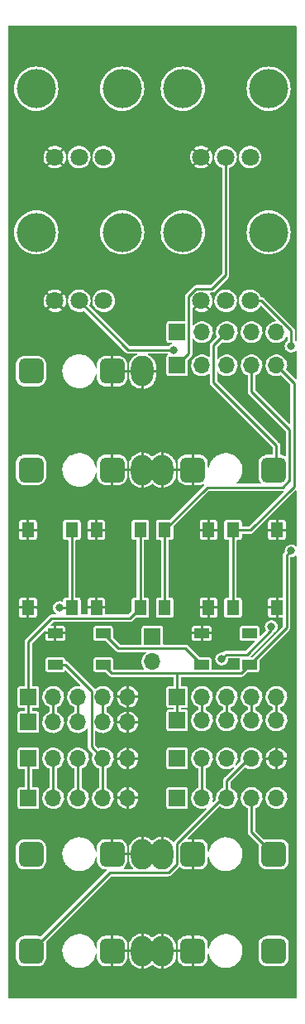
<source format=gbr>
%TF.GenerationSoftware,KiCad,Pcbnew,(6.0.0-0)*%
%TF.CreationDate,2022-01-16T08:33:05+00:00*%
%TF.ProjectId,curly-memory-interface-board,6375726c-792d-46d6-956d-6f72792d696e,rev?*%
%TF.SameCoordinates,Original*%
%TF.FileFunction,Copper,L1,Top*%
%TF.FilePolarity,Positive*%
%FSLAX46Y46*%
G04 Gerber Fmt 4.6, Leading zero omitted, Abs format (unit mm)*
G04 Created by KiCad (PCBNEW (6.0.0-0)) date 2022-01-16 08:33:05*
%MOMM*%
%LPD*%
G01*
G04 APERTURE LIST*
G04 Aperture macros list*
%AMRoundRect*
0 Rectangle with rounded corners*
0 $1 Rounding radius*
0 $2 $3 $4 $5 $6 $7 $8 $9 X,Y pos of 4 corners*
0 Add a 4 corners polygon primitive as box body*
4,1,4,$2,$3,$4,$5,$6,$7,$8,$9,$2,$3,0*
0 Add four circle primitives for the rounded corners*
1,1,$1+$1,$2,$3*
1,1,$1+$1,$4,$5*
1,1,$1+$1,$6,$7*
1,1,$1+$1,$8,$9*
0 Add four rect primitives between the rounded corners*
20,1,$1+$1,$2,$3,$4,$5,0*
20,1,$1+$1,$4,$5,$6,$7,0*
20,1,$1+$1,$6,$7,$8,$9,0*
20,1,$1+$1,$8,$9,$2,$3,0*%
G04 Aperture macros list end*
%TA.AperFunction,ComponentPad*%
%ADD10O,2.300000X3.100000*%
%TD*%
%TA.AperFunction,ComponentPad*%
%ADD11RoundRect,0.650000X0.650000X-0.650000X0.650000X0.650000X-0.650000X0.650000X-0.650000X-0.650000X0*%
%TD*%
%TA.AperFunction,SMDPad,CuDef*%
%ADD12R,1.300000X1.550000*%
%TD*%
%TA.AperFunction,SMDPad,CuDef*%
%ADD13R,1.500000X1.000000*%
%TD*%
%TA.AperFunction,WasherPad*%
%ADD14C,4.000000*%
%TD*%
%TA.AperFunction,ComponentPad*%
%ADD15C,1.800000*%
%TD*%
%TA.AperFunction,ComponentPad*%
%ADD16R,1.700000X1.700000*%
%TD*%
%TA.AperFunction,ComponentPad*%
%ADD17O,1.700000X1.700000*%
%TD*%
%TA.AperFunction,ComponentPad*%
%ADD18RoundRect,0.650000X-0.650000X0.650000X-0.650000X-0.650000X0.650000X-0.650000X0.650000X0.650000X0*%
%TD*%
%TA.AperFunction,ViaPad*%
%ADD19C,0.800000*%
%TD*%
%TA.AperFunction,Conductor*%
%ADD20C,0.250000*%
%TD*%
G04 APERTURE END LIST*
D10*
%TO.P,J8,S*%
%TO.N,GND*%
X13980000Y-85000000D03*
D11*
%TO.P,J8,T*%
%TO.N,/OUT_0*%
X2580000Y-85000000D03*
%TO.P,J8,TN*%
%TO.N,GND*%
X10880000Y-85000000D03*
%TD*%
D10*
%TO.P,J10,S*%
%TO.N,GND*%
X13980000Y-94900000D03*
D11*
%TO.P,J10,T*%
%TO.N,/OUT_2*%
X2580000Y-94900000D03*
%TO.P,J10,TN*%
%TO.N,GND*%
X10880000Y-94900000D03*
%TD*%
D12*
%TO.P,SW3,1,1*%
%TO.N,/RST*%
X6750000Y-59775000D03*
%TO.P,SW3,2,2*%
X6750000Y-51825000D03*
%TO.P,SW3,3,K*%
%TO.N,GND*%
X2250000Y-59775000D03*
%TO.P,SW3,4,A*%
X2250000Y-51825000D03*
%TD*%
D13*
%TO.P,D1,1,VDD*%
%TO.N,+5V*%
X9950000Y-65600000D03*
%TO.P,D1,2,DOUT*%
%TO.N,Net-(D1-Pad2)*%
X9950000Y-62400000D03*
%TO.P,D1,3,VSS*%
%TO.N,GND*%
X5050000Y-62400000D03*
%TO.P,D1,4,DIN*%
%TO.N,/LEDS*%
X5050000Y-65600000D03*
%TD*%
D10*
%TO.P,J1,S*%
%TO.N,GND*%
X13980000Y-35600000D03*
D11*
%TO.P,J1,T*%
%TO.N,/IN_0*%
X2580000Y-35600000D03*
%TO.P,J1,TN*%
%TO.N,GND*%
X10880000Y-35600000D03*
%TD*%
D12*
%TO.P,SW2,1,1*%
%TO.N,/SW_1*%
X23250000Y-51825000D03*
%TO.P,SW2,2,2*%
X23250000Y-59775000D03*
%TO.P,SW2,3,K*%
%TO.N,GND*%
X27750000Y-51825000D03*
%TO.P,SW2,4,A*%
X27750000Y-59775000D03*
%TD*%
D14*
%TO.P,RV2,*%
%TO.N,*%
X18100000Y-6700000D03*
X26900000Y-6700000D03*
D15*
%TO.P,RV2,1,1*%
%TO.N,+5V*%
X25000000Y-13700000D03*
%TO.P,RV2,2,2*%
%TO.N,/RES_1*%
X22500000Y-13700000D03*
%TO.P,RV2,3,3*%
%TO.N,GND*%
X20000000Y-13700000D03*
%TD*%
D10*
%TO.P,J2,S*%
%TO.N,GND*%
X13980000Y-45700000D03*
D11*
%TO.P,J2,T*%
%TO.N,/IN_1*%
X2580000Y-45700000D03*
%TO.P,J2,TN*%
%TO.N,GND*%
X10880000Y-45700000D03*
%TD*%
D14*
%TO.P,RV1,*%
%TO.N,*%
X11900000Y-6700000D03*
X3100000Y-6700000D03*
D15*
%TO.P,RV1,1,1*%
%TO.N,+5V*%
X10000000Y-13700000D03*
%TO.P,RV1,2,2*%
%TO.N,/RES_0*%
X7500000Y-13700000D03*
%TO.P,RV1,3,3*%
%TO.N,GND*%
X5000000Y-13700000D03*
%TD*%
D16*
%TO.P,J17,1,Pin_1*%
%TO.N,unconnected-(J17-Pad1)*%
X15000000Y-62758000D03*
D17*
%TO.P,J17,2,Pin_2*%
%TO.N,unconnected-(J17-Pad2)*%
X15000000Y-65298000D03*
%TD*%
D10*
%TO.P,J11,S*%
%TO.N,GND*%
X16020000Y-94900000D03*
D18*
%TO.P,J11,T*%
%TO.N,/DryWet*%
X27420000Y-94900000D03*
%TO.P,J11,TN*%
%TO.N,GND*%
X19120000Y-94900000D03*
%TD*%
D16*
%TO.P,J16,1,Pin_1*%
%TO.N,+5V*%
X17540000Y-68900000D03*
D17*
%TO.P,J16,2,Pin_2*%
%TO.N,+3V3*%
X20080000Y-68900000D03*
%TO.P,J16,3,Pin_3*%
%TO.N,/V_OFFSET*%
X22620000Y-68900000D03*
%TO.P,J16,4,Pin_4*%
%TO.N,/IO_32*%
X25160000Y-68900000D03*
%TO.P,J16,5,Pin_5*%
%TO.N,/IO_21*%
X27700000Y-68900000D03*
%TD*%
D10*
%TO.P,J3,S*%
%TO.N,GND*%
X16020000Y-45700000D03*
D18*
%TO.P,J3,T*%
%TO.N,/IN_2*%
X27420000Y-45700000D03*
%TO.P,J3,TN*%
%TO.N,GND*%
X19120000Y-45700000D03*
%TD*%
D14*
%TO.P,RV3,*%
%TO.N,*%
X11900000Y-21400000D03*
X3100000Y-21400000D03*
D15*
%TO.P,RV3,1,1*%
%TO.N,+5V*%
X10000000Y-28400000D03*
%TO.P,RV3,2,2*%
%TO.N,/RES_2*%
X7500000Y-28400000D03*
%TO.P,RV3,3,3*%
%TO.N,GND*%
X5000000Y-28400000D03*
%TD*%
D13*
%TO.P,D2,1,VDD*%
%TO.N,+5V*%
X24950000Y-65600000D03*
%TO.P,D2,2,DOUT*%
%TO.N,unconnected-(D2-Pad2)*%
X24950000Y-62400000D03*
%TO.P,D2,3,VSS*%
%TO.N,GND*%
X20050000Y-62400000D03*
%TO.P,D2,4,DIN*%
%TO.N,Net-(D1-Pad2)*%
X20050000Y-65600000D03*
%TD*%
D12*
%TO.P,SW4,1,1*%
%TO.N,/BOOT*%
X13750000Y-59775000D03*
%TO.P,SW4,2,2*%
X13750000Y-51825000D03*
%TO.P,SW4,3,K*%
%TO.N,GND*%
X9250000Y-59775000D03*
%TO.P,SW4,4,A*%
X9250000Y-51825000D03*
%TD*%
D16*
%TO.P,J15,1,Pin_1*%
%TO.N,/IN_3*%
X17540000Y-75200000D03*
D17*
%TO.P,J15,2,Pin_2*%
%TO.N,/OUT_3*%
X20080000Y-75200000D03*
%TO.P,J15,3,Pin_3*%
%TO.N,/IN_2*%
X22620000Y-75200000D03*
%TO.P,J15,4,Pin_4*%
%TO.N,/OUT_2*%
X25160000Y-75200000D03*
%TO.P,J15,5,Pin_5*%
%TO.N,GND*%
X27700000Y-75200000D03*
%TD*%
D12*
%TO.P,SW1,1,1*%
%TO.N,/SW_0*%
X16250000Y-51825000D03*
%TO.P,SW1,2,2*%
X16250000Y-59775000D03*
%TO.P,SW1,3,K*%
%TO.N,GND*%
X20750000Y-51825000D03*
%TO.P,SW1,4,A*%
X20750000Y-59775000D03*
%TD*%
D16*
%TO.P,J13,1,Pin_1*%
%TO.N,/RES0_A1*%
X2300000Y-75200000D03*
D17*
%TO.P,J13,2,Pin_2*%
%TO.N,/RES0_W1*%
X4840000Y-75200000D03*
%TO.P,J13,3,Pin_3*%
%TO.N,/RES0_B1*%
X7380000Y-75200000D03*
%TO.P,J13,4,Pin_4*%
%TO.N,/LEDS*%
X9920000Y-75200000D03*
%TO.P,J13,5,Pin_5*%
%TO.N,GND*%
X12460000Y-75200000D03*
%TD*%
D14*
%TO.P,RV4,*%
%TO.N,*%
X26900000Y-21400000D03*
X18100000Y-21400000D03*
D15*
%TO.P,RV4,1,1*%
%TO.N,+5V*%
X25000000Y-28400000D03*
%TO.P,RV4,2,2*%
%TO.N,/RES_3*%
X22500000Y-28400000D03*
%TO.P,RV4,3,3*%
%TO.N,GND*%
X20000000Y-28400000D03*
%TD*%
D10*
%TO.P,J9,S*%
%TO.N,GND*%
X16020000Y-85000000D03*
D18*
%TO.P,J9,T*%
%TO.N,/OUT_1*%
X27420000Y-85000000D03*
%TO.P,J9,TN*%
%TO.N,GND*%
X19120000Y-85000000D03*
%TD*%
D16*
%TO.P,J12,1,Pin_1*%
%TO.N,/BOOT*%
X2300000Y-68900000D03*
D17*
%TO.P,J12,2,Pin_2*%
%TO.N,/RST*%
X4840000Y-68900000D03*
%TO.P,J12,3,Pin_3*%
%TO.N,/PROG_TX*%
X7380000Y-68900000D03*
%TO.P,J12,4,Pin_4*%
%TO.N,/PROG_RX*%
X9920000Y-68900000D03*
%TO.P,J12,5,Pin_5*%
%TO.N,GND*%
X12460000Y-68900000D03*
%TD*%
D16*
%TO.P,J14,1,Pin_1*%
%TO.N,+5V*%
X17540000Y-71300000D03*
D17*
%TO.P,J14,2,Pin_2*%
%TO.N,+3V3*%
X20080000Y-71300000D03*
%TO.P,J14,3,Pin_3*%
%TO.N,/V_OFFSET*%
X22620000Y-71300000D03*
%TO.P,J14,4,Pin_4*%
%TO.N,/IO_32*%
X25160000Y-71300000D03*
%TO.P,J14,5,Pin_5*%
%TO.N,/IO_21*%
X27700000Y-71300000D03*
%TD*%
D16*
%TO.P,J7,1,Pin_1*%
%TO.N,/RES0_A1*%
X2300000Y-79250000D03*
D17*
%TO.P,J7,2,Pin_2*%
%TO.N,/RES0_W1*%
X4840000Y-79250000D03*
%TO.P,J7,3,Pin_3*%
%TO.N,/RES0_B1*%
X7380000Y-79250000D03*
%TO.P,J7,4,Pin_4*%
%TO.N,/LEDS*%
X9920000Y-79250000D03*
%TO.P,J7,5,Pin_5*%
%TO.N,GND*%
X12460000Y-79250000D03*
%TD*%
D16*
%TO.P,J6,1,Pin_1*%
%TO.N,/BOOT*%
X2300000Y-71500000D03*
D17*
%TO.P,J6,2,Pin_2*%
%TO.N,/RST*%
X4840000Y-71500000D03*
%TO.P,J6,3,Pin_3*%
%TO.N,/PROG_TX*%
X7380000Y-71500000D03*
%TO.P,J6,4,Pin_4*%
%TO.N,/PROG_RX*%
X9920000Y-71500000D03*
%TO.P,J6,5,Pin_5*%
%TO.N,GND*%
X12460000Y-71500000D03*
%TD*%
D16*
%TO.P,J4,1,Pin_1*%
%TO.N,/IN_0*%
X17540000Y-31600000D03*
D17*
%TO.P,J4,2,Pin_2*%
%TO.N,/IN_1*%
X20080000Y-31600000D03*
%TO.P,J4,3,Pin_3*%
%TO.N,/IN_2*%
X22620000Y-31600000D03*
%TO.P,J4,4,Pin_4*%
%TO.N,/IN_3*%
X25160000Y-31600000D03*
%TO.P,J4,5,Pin_5*%
%TO.N,/RES_0*%
X27700000Y-31600000D03*
%TD*%
D16*
%TO.P,J18,1,Pin_1*%
%TO.N,/RES_1*%
X17540000Y-35000000D03*
D17*
%TO.P,J18,2,Pin_2*%
%TO.N,/RES_2*%
X20080000Y-35000000D03*
%TO.P,J18,3,Pin_3*%
%TO.N,/RES_3*%
X22620000Y-35000000D03*
%TO.P,J18,4,Pin_4*%
%TO.N,/SW_0*%
X25160000Y-35000000D03*
%TO.P,J18,5,Pin_5*%
%TO.N,/SW_1*%
X27700000Y-35000000D03*
%TD*%
D16*
%TO.P,J5,1,Pin_1*%
%TO.N,/DryWet*%
X17540000Y-79250000D03*
D17*
%TO.P,J5,2,Pin_2*%
%TO.N,/OUT_3*%
X20080000Y-79250000D03*
%TO.P,J5,3,Pin_3*%
%TO.N,/OUT_2*%
X22620000Y-79250000D03*
%TO.P,J5,4,Pin_4*%
%TO.N,/OUT_1*%
X25160000Y-79250000D03*
%TO.P,J5,5,Pin_5*%
%TO.N,/OUT_0*%
X27700000Y-79250000D03*
%TD*%
D19*
%TO.N,GND*%
X26670000Y-77216000D03*
X19050000Y-77216000D03*
X24130000Y-77216000D03*
X21590000Y-77216000D03*
X26416000Y-70104000D03*
X23876000Y-70104000D03*
X26416000Y-73152000D03*
X18796000Y-73152000D03*
X23876000Y-73152000D03*
X11176000Y-70358000D03*
X3810000Y-70358000D03*
X6096000Y-70358000D03*
X11176000Y-73406000D03*
X3556000Y-73406000D03*
X6096000Y-73406000D03*
X11176000Y-77470000D03*
X8636000Y-77470000D03*
X6096000Y-77470000D03*
X3556000Y-77470000D03*
X7620000Y-62230000D03*
X22860000Y-62230000D03*
X21590000Y-57150000D03*
X21590000Y-54610000D03*
X17780000Y-57150000D03*
X17780000Y-54610000D03*
X11430000Y-57150000D03*
X11430000Y-54610000D03*
X3810000Y-57150000D03*
X3810000Y-54610000D03*
X22860000Y-40640000D03*
X7620000Y-40640000D03*
X21590000Y-25400000D03*
X21590000Y-17780000D03*
X8890000Y-25400000D03*
X6350000Y-25400000D03*
X7620000Y-21590000D03*
X8890000Y-17780000D03*
X6350000Y-17780000D03*
X15240000Y-10160000D03*
X15240000Y-2540000D03*
X24130000Y-10160000D03*
X21590000Y-10160000D03*
X22860000Y-6350000D03*
X24130000Y-2540000D03*
X21590000Y-2540000D03*
X8890000Y-10160000D03*
X6350000Y-10160000D03*
X7620000Y-6350000D03*
X8890000Y-2540000D03*
X6350000Y-2540000D03*
%TO.N,/RST*%
X5461000Y-59791600D03*
%TO.N,+5V*%
X29210000Y-53975000D03*
X29210000Y-33020000D03*
%TO.N,/IN_2*%
X27178000Y-61722000D03*
X22098000Y-65024000D03*
%TO.N,/RES_2*%
X17195800Y-33426400D03*
%TD*%
D20*
%TO.N,/OUT_2*%
X22620000Y-79250000D02*
X22620000Y-77456000D01*
X22620000Y-77456000D02*
X24876000Y-75200000D01*
X24876000Y-75200000D02*
X25160000Y-75200000D01*
%TO.N,/RES_1*%
X22500000Y-13700000D02*
X22500000Y-25760000D01*
X22500000Y-25760000D02*
X21084511Y-27175489D01*
X19492790Y-27175489D02*
X18714511Y-27953768D01*
X21084511Y-27175489D02*
X19492790Y-27175489D01*
X18714511Y-27953768D02*
X18714511Y-33825489D01*
X18714511Y-33825489D02*
X17540000Y-35000000D01*
%TO.N,/RST*%
X4840000Y-71500000D02*
X4840000Y-68900000D01*
X5477600Y-59775000D02*
X5461000Y-59791600D01*
X6750000Y-59775000D02*
X6750000Y-51825000D01*
X6750000Y-59775000D02*
X5477600Y-59775000D01*
%TO.N,+5V*%
X9950000Y-65600000D02*
X10822511Y-66472511D01*
X29210000Y-31448990D02*
X26161010Y-28400000D01*
X17540000Y-71300000D02*
X17540000Y-68900000D01*
X17540000Y-68900000D02*
X17540000Y-66510022D01*
X24077489Y-66472511D02*
X24950000Y-65600000D01*
X29210000Y-33020000D02*
X29210000Y-31448990D01*
X17577511Y-66472511D02*
X24077489Y-66472511D01*
X10822511Y-66472511D02*
X17577511Y-66472511D01*
X28724511Y-61825489D02*
X28724511Y-54460489D01*
X28724511Y-54460489D02*
X29210000Y-53975000D01*
X26161010Y-28400000D02*
X25000000Y-28400000D01*
X24950000Y-65600000D02*
X28724511Y-61825489D01*
X17540000Y-66510022D02*
X17577511Y-66472511D01*
%TO.N,+3V3*%
X20080000Y-71300000D02*
X20080000Y-68900000D01*
%TO.N,/RES0_W1*%
X4840000Y-79250000D02*
X4840000Y-75200000D01*
%TO.N,Net-(D1-Pad2)*%
X18382511Y-63932511D02*
X20050000Y-65600000D01*
X9950000Y-62400000D02*
X11482511Y-63932511D01*
X11482511Y-63932511D02*
X18382511Y-63932511D01*
%TO.N,/OUT_3*%
X20080000Y-79250000D02*
X20080000Y-75200000D01*
%TO.N,/OUT_2*%
X10605480Y-86874520D02*
X2580000Y-94900000D01*
X22620000Y-79250000D02*
X22191821Y-79250000D01*
X22191821Y-79250000D02*
X17495480Y-83946341D01*
X17495480Y-86009806D02*
X16630766Y-86874520D01*
X17495480Y-83946341D02*
X17495480Y-86009806D01*
X16630766Y-86874520D02*
X10605480Y-86874520D01*
%TO.N,/OUT_1*%
X25160000Y-79250000D02*
X25160000Y-82740000D01*
X25160000Y-82740000D02*
X27420000Y-85000000D01*
%TO.N,/RES0_B1*%
X7380000Y-75200000D02*
X7380000Y-79250000D01*
%TO.N,/V_OFFSET*%
X22620000Y-68900000D02*
X22620000Y-71300000D01*
%TO.N,/IO_32*%
X25160000Y-68900000D02*
X25160000Y-71300000D01*
%TO.N,/IO_21*%
X27700000Y-71300000D02*
X27700000Y-68900000D01*
%TO.N,/LEDS*%
X9920000Y-75200000D02*
X8745489Y-74025489D01*
X6050000Y-65600000D02*
X5050000Y-65600000D01*
X8745489Y-74025489D02*
X8745489Y-68295489D01*
X9920000Y-75200000D02*
X9920000Y-79250000D01*
X8745489Y-68295489D02*
X6050000Y-65600000D01*
%TO.N,/IN_2*%
X27178000Y-61722000D02*
X27178000Y-62071022D01*
X24683533Y-64565489D02*
X22556511Y-64565489D01*
X22620000Y-31600000D02*
X21254511Y-32965489D01*
X27178000Y-62071022D02*
X24683533Y-64565489D01*
X27686000Y-45434000D02*
X27420000Y-45700000D01*
X21254511Y-32965489D02*
X21254511Y-36748511D01*
X21254511Y-36748511D02*
X27686000Y-43180000D01*
X27686000Y-43180000D02*
X27686000Y-45434000D01*
X22556511Y-64565489D02*
X22098000Y-65024000D01*
%TO.N,/BOOT*%
X4676467Y-60874511D02*
X12650489Y-60874511D01*
X13750000Y-59775000D02*
X13750000Y-51825000D01*
X12650489Y-60874511D02*
X13750000Y-59775000D01*
X2300000Y-71500000D02*
X2300000Y-68900000D01*
X2300000Y-68900000D02*
X2300000Y-63250978D01*
X2300000Y-63250978D02*
X4676467Y-60874511D01*
%TO.N,/PROG_TX*%
X7380000Y-71500000D02*
X7380000Y-68900000D01*
%TO.N,/PROG_RX*%
X9920000Y-71500000D02*
X9920000Y-68900000D01*
%TO.N,/RES0_A1*%
X2300000Y-79250000D02*
X2300000Y-75200000D01*
%TO.N,/SW_0*%
X20602400Y-47472600D02*
X28325579Y-47472600D01*
X28325579Y-47472600D02*
X29044520Y-46753659D01*
X16250000Y-51825000D02*
X20602400Y-47472600D01*
X29044520Y-41567424D02*
X25160000Y-37682904D01*
X16250000Y-59775000D02*
X16250000Y-51825000D01*
X25160000Y-37682904D02*
X25160000Y-35000000D01*
X29044520Y-46753659D02*
X29044520Y-41567424D01*
%TO.N,/SW_1*%
X23250000Y-59775000D02*
X23250000Y-51825000D01*
X29494031Y-47391769D02*
X29494031Y-36794031D01*
X23250000Y-51825000D02*
X25060800Y-51825000D01*
X25060800Y-51825000D02*
X29494031Y-47391769D01*
X29494031Y-36794031D02*
X27700000Y-35000000D01*
%TO.N,/RES_2*%
X12526400Y-33426400D02*
X7500000Y-28400000D01*
X17195800Y-33426400D02*
X12526400Y-33426400D01*
%TD*%
%TA.AperFunction,Conductor*%
%TO.N,GND*%
G36*
X29727694Y-272306D02*
G01*
X29746000Y-316500D01*
X29746000Y-32481526D01*
X29727694Y-32525720D01*
X29683500Y-32544026D01*
X29641923Y-32528191D01*
X29639150Y-32525720D01*
X29610423Y-32500125D01*
X29589500Y-32453461D01*
X29589500Y-31496154D01*
X29590900Y-31482999D01*
X29593232Y-31472166D01*
X29594320Y-31467114D01*
X29589933Y-31430049D01*
X29589500Y-31422703D01*
X29589500Y-31417466D01*
X29589077Y-31414925D01*
X29589076Y-31414913D01*
X29586085Y-31396948D01*
X29585669Y-31394029D01*
X29582429Y-31366647D01*
X29579470Y-31341649D01*
X29577234Y-31336992D01*
X29576135Y-31333211D01*
X29574853Y-31329464D01*
X29574004Y-31324364D01*
X29571551Y-31319818D01*
X29571550Y-31319815D01*
X29548949Y-31277929D01*
X29547612Y-31275304D01*
X29526484Y-31231304D01*
X29526483Y-31231302D01*
X29524781Y-31227758D01*
X29521186Y-31223482D01*
X29520988Y-31223284D01*
X29518388Y-31220204D01*
X29516463Y-31217723D01*
X29514010Y-31213176D01*
X29473514Y-31175742D01*
X29471745Y-31174041D01*
X26462708Y-28165004D01*
X26454399Y-28154716D01*
X26445581Y-28141060D01*
X26416267Y-28117951D01*
X26410766Y-28113062D01*
X26407066Y-28109362D01*
X26404972Y-28107866D01*
X26404969Y-28107863D01*
X26390147Y-28097271D01*
X26387793Y-28095504D01*
X26350421Y-28066043D01*
X26346363Y-28062844D01*
X26341487Y-28061132D01*
X26337986Y-28059207D01*
X26334475Y-28057487D01*
X26330276Y-28054486D01*
X26325334Y-28053008D01*
X26325330Y-28053006D01*
X26289164Y-28042191D01*
X26279710Y-28039363D01*
X26276916Y-28038455D01*
X26230871Y-28022285D01*
X26230867Y-28022284D01*
X26227159Y-28020982D01*
X26223159Y-28020636D01*
X26222936Y-28020616D01*
X26222931Y-28020616D01*
X26221594Y-28020500D01*
X26221317Y-28020500D01*
X26217291Y-28020160D01*
X26214182Y-28019767D01*
X26209232Y-28018287D01*
X26154128Y-28020452D01*
X26151674Y-28020500D01*
X26138933Y-28020500D01*
X26094739Y-28002194D01*
X26083046Y-27984191D01*
X26082436Y-27984492D01*
X25989858Y-27796762D01*
X25989857Y-27796761D01*
X25988590Y-27794191D01*
X25981355Y-27784502D01*
X25863353Y-27626478D01*
X25863352Y-27626476D01*
X25861636Y-27624179D01*
X25705826Y-27480150D01*
X25526377Y-27366926D01*
X25329300Y-27288300D01*
X25326494Y-27287742D01*
X25326491Y-27287741D01*
X25124001Y-27247464D01*
X25124000Y-27247464D01*
X25121195Y-27246906D01*
X25021151Y-27245596D01*
X24911893Y-27244165D01*
X24911888Y-27244165D01*
X24909031Y-27244128D01*
X24906211Y-27244613D01*
X24906206Y-27244613D01*
X24784166Y-27265584D01*
X24699913Y-27280061D01*
X24697225Y-27281053D01*
X24697220Y-27281054D01*
X24503534Y-27352509D01*
X24503531Y-27352511D01*
X24500846Y-27353501D01*
X24498386Y-27354964D01*
X24498385Y-27354965D01*
X24475712Y-27368454D01*
X24318495Y-27461988D01*
X24232916Y-27537039D01*
X24198284Y-27567411D01*
X24158968Y-27601890D01*
X24157191Y-27604143D01*
X24157191Y-27604144D01*
X24090934Y-27688191D01*
X24027607Y-27768520D01*
X23928812Y-27956299D01*
X23927965Y-27959026D01*
X23927964Y-27959029D01*
X23885588Y-28095504D01*
X23865891Y-28158938D01*
X23840951Y-28369649D01*
X23854829Y-28581377D01*
X23870782Y-28644193D01*
X23906311Y-28784089D01*
X23907058Y-28787031D01*
X23995890Y-28979723D01*
X23997541Y-28982058D01*
X23997542Y-28982061D01*
X24103744Y-29132333D01*
X24118350Y-29153000D01*
X24270337Y-29301059D01*
X24446760Y-29418941D01*
X24641711Y-29502699D01*
X24644497Y-29503329D01*
X24644502Y-29503331D01*
X24845872Y-29548896D01*
X24845875Y-29548896D01*
X24848662Y-29549527D01*
X24942279Y-29553205D01*
X25057821Y-29557745D01*
X25057825Y-29557745D01*
X25060681Y-29557857D01*
X25270667Y-29527410D01*
X25471589Y-29459207D01*
X25656717Y-29355530D01*
X25659417Y-29353285D01*
X25817654Y-29221680D01*
X25819852Y-29219852D01*
X25905825Y-29116481D01*
X25953699Y-29058919D01*
X25953701Y-29058916D01*
X25955530Y-29056717D01*
X26032039Y-28920102D01*
X26069604Y-28890488D01*
X26117108Y-28896110D01*
X26130763Y-28906447D01*
X27617678Y-30393362D01*
X27635984Y-30437556D01*
X27617678Y-30481750D01*
X27584069Y-30499153D01*
X27415738Y-30528078D01*
X27412910Y-30528564D01*
X27410222Y-30529556D01*
X27410217Y-30529557D01*
X27225151Y-30597832D01*
X27225148Y-30597833D01*
X27222463Y-30598824D01*
X27048010Y-30702612D01*
X26895392Y-30836455D01*
X26893616Y-30838708D01*
X26893615Y-30838709D01*
X26817403Y-30935384D01*
X26769720Y-30995869D01*
X26675203Y-31175515D01*
X26674356Y-31178242D01*
X26674355Y-31178245D01*
X26630397Y-31319815D01*
X26615007Y-31369378D01*
X26591148Y-31570964D01*
X26604424Y-31773522D01*
X26654392Y-31970269D01*
X26739377Y-32154616D01*
X26856533Y-32320389D01*
X27001938Y-32462035D01*
X27170720Y-32574812D01*
X27234486Y-32602208D01*
X27354588Y-32653808D01*
X27354590Y-32653809D01*
X27357228Y-32654942D01*
X27417124Y-32668495D01*
X27552426Y-32699111D01*
X27552429Y-32699111D01*
X27555216Y-32699742D01*
X27645164Y-32703276D01*
X27755193Y-32707600D01*
X27755197Y-32707600D01*
X27758053Y-32707712D01*
X27958945Y-32678584D01*
X28151165Y-32613334D01*
X28328276Y-32514147D01*
X28484345Y-32384345D01*
X28614147Y-32228276D01*
X28713334Y-32051165D01*
X28714992Y-32052093D01*
X28745617Y-32023046D01*
X28793436Y-32024311D01*
X28826355Y-32059018D01*
X28830500Y-32081401D01*
X28830500Y-32454059D01*
X28809086Y-32501157D01*
X28720039Y-32578838D01*
X28717873Y-32581920D01*
X28717872Y-32581921D01*
X28703614Y-32602208D01*
X28628950Y-32708444D01*
X28627581Y-32711955D01*
X28627580Y-32711957D01*
X28575015Y-32846781D01*
X28571406Y-32856037D01*
X28570914Y-32859774D01*
X28551221Y-33009355D01*
X28551221Y-33009359D01*
X28550729Y-33013096D01*
X28568113Y-33170553D01*
X28622553Y-33319319D01*
X28624656Y-33322448D01*
X28702416Y-33438167D01*
X28710908Y-33450805D01*
X28828076Y-33557419D01*
X28831385Y-33559216D01*
X28831387Y-33559217D01*
X28894188Y-33593315D01*
X28967293Y-33633008D01*
X28970940Y-33633965D01*
X28970943Y-33633966D01*
X29114728Y-33671687D01*
X29120522Y-33673207D01*
X29205157Y-33674536D01*
X29275147Y-33675636D01*
X29275149Y-33675636D01*
X29278916Y-33675695D01*
X29433332Y-33640329D01*
X29436696Y-33638637D01*
X29436699Y-33638636D01*
X29526810Y-33593315D01*
X29574855Y-33569151D01*
X29577720Y-33566704D01*
X29577723Y-33566702D01*
X29622871Y-33528141D01*
X29642909Y-33511027D01*
X29688403Y-33496245D01*
X29731025Y-33517961D01*
X29746000Y-33558552D01*
X29746000Y-36358418D01*
X29727694Y-36402612D01*
X29683500Y-36420918D01*
X29639306Y-36402612D01*
X28734360Y-35497666D01*
X28716054Y-35453472D01*
X28719371Y-35433382D01*
X28777663Y-35261658D01*
X28778584Y-35258945D01*
X28802278Y-35095534D01*
X28807449Y-35059869D01*
X28807449Y-35059864D01*
X28807712Y-35058053D01*
X28809232Y-35000000D01*
X28806303Y-34968116D01*
X28792289Y-34815613D01*
X28790658Y-34797859D01*
X28789879Y-34795096D01*
X28736335Y-34605244D01*
X28736333Y-34605240D01*
X28735557Y-34602487D01*
X28651579Y-34432195D01*
X28647044Y-34422999D01*
X28647043Y-34422998D01*
X28645776Y-34420428D01*
X28626431Y-34394522D01*
X28526037Y-34260078D01*
X28526036Y-34260076D01*
X28524320Y-34257779D01*
X28375258Y-34119987D01*
X28203581Y-34011667D01*
X28015039Y-33936446D01*
X28012233Y-33935888D01*
X28012230Y-33935887D01*
X27818752Y-33897402D01*
X27818750Y-33897402D01*
X27815946Y-33896844D01*
X27720353Y-33895593D01*
X27615833Y-33894224D01*
X27615828Y-33894224D01*
X27612971Y-33894187D01*
X27610151Y-33894672D01*
X27610146Y-33894672D01*
X27519397Y-33910266D01*
X27412910Y-33928564D01*
X27410222Y-33929556D01*
X27410217Y-33929557D01*
X27225151Y-33997832D01*
X27225148Y-33997833D01*
X27222463Y-33998824D01*
X27220003Y-34000287D01*
X27220002Y-34000288D01*
X27185197Y-34020995D01*
X27048010Y-34102612D01*
X26993634Y-34150299D01*
X26906688Y-34226549D01*
X26895392Y-34236455D01*
X26893616Y-34238708D01*
X26893615Y-34238709D01*
X26817403Y-34335384D01*
X26769720Y-34395869D01*
X26675203Y-34575515D01*
X26674356Y-34578242D01*
X26674355Y-34578245D01*
X26625832Y-34734517D01*
X26615007Y-34769378D01*
X26591148Y-34970964D01*
X26591336Y-34973828D01*
X26599313Y-35095534D01*
X26604424Y-35173522D01*
X26605130Y-35176302D01*
X26642425Y-35323148D01*
X26654392Y-35370269D01*
X26739377Y-35554616D01*
X26856533Y-35720389D01*
X27001938Y-35862035D01*
X27170720Y-35974812D01*
X27239097Y-36004189D01*
X27354588Y-36053808D01*
X27354590Y-36053809D01*
X27357228Y-36054942D01*
X27457641Y-36077663D01*
X27552426Y-36099111D01*
X27552429Y-36099111D01*
X27555216Y-36099742D01*
X27645164Y-36103276D01*
X27755193Y-36107600D01*
X27755197Y-36107600D01*
X27758053Y-36107712D01*
X27958945Y-36078584D01*
X28011076Y-36060888D01*
X28133382Y-36019371D01*
X28181115Y-36022500D01*
X28197666Y-36034360D01*
X29096225Y-36932919D01*
X29114531Y-36977113D01*
X29114531Y-40949853D01*
X29096225Y-40994047D01*
X29052031Y-41012353D01*
X29007837Y-40994047D01*
X25557806Y-37544016D01*
X25539500Y-37499822D01*
X25539500Y-36082448D01*
X25557806Y-36038254D01*
X25581910Y-36023265D01*
X25599293Y-36017364D01*
X25611165Y-36013334D01*
X25788276Y-35914147D01*
X25944345Y-35784345D01*
X26074147Y-35628276D01*
X26173334Y-35451165D01*
X26238584Y-35258945D01*
X26262278Y-35095534D01*
X26267449Y-35059869D01*
X26267449Y-35059864D01*
X26267712Y-35058053D01*
X26269232Y-35000000D01*
X26266303Y-34968116D01*
X26252289Y-34815613D01*
X26250658Y-34797859D01*
X26249879Y-34795096D01*
X26196335Y-34605244D01*
X26196333Y-34605240D01*
X26195557Y-34602487D01*
X26111579Y-34432195D01*
X26107044Y-34422999D01*
X26107043Y-34422998D01*
X26105776Y-34420428D01*
X26086431Y-34394522D01*
X25986037Y-34260078D01*
X25986036Y-34260076D01*
X25984320Y-34257779D01*
X25835258Y-34119987D01*
X25663581Y-34011667D01*
X25475039Y-33936446D01*
X25472233Y-33935888D01*
X25472230Y-33935887D01*
X25278752Y-33897402D01*
X25278750Y-33897402D01*
X25275946Y-33896844D01*
X25180353Y-33895593D01*
X25075833Y-33894224D01*
X25075828Y-33894224D01*
X25072971Y-33894187D01*
X25070151Y-33894672D01*
X25070146Y-33894672D01*
X24979397Y-33910266D01*
X24872910Y-33928564D01*
X24870222Y-33929556D01*
X24870217Y-33929557D01*
X24685151Y-33997832D01*
X24685148Y-33997833D01*
X24682463Y-33998824D01*
X24680003Y-34000287D01*
X24680002Y-34000288D01*
X24645197Y-34020995D01*
X24508010Y-34102612D01*
X24453634Y-34150299D01*
X24366688Y-34226549D01*
X24355392Y-34236455D01*
X24353616Y-34238708D01*
X24353615Y-34238709D01*
X24277403Y-34335384D01*
X24229720Y-34395869D01*
X24135203Y-34575515D01*
X24134356Y-34578242D01*
X24134355Y-34578245D01*
X24085832Y-34734517D01*
X24075007Y-34769378D01*
X24051148Y-34970964D01*
X24051336Y-34973828D01*
X24059313Y-35095534D01*
X24064424Y-35173522D01*
X24065130Y-35176302D01*
X24102425Y-35323148D01*
X24114392Y-35370269D01*
X24199377Y-35554616D01*
X24316533Y-35720389D01*
X24461938Y-35862035D01*
X24630720Y-35974812D01*
X24633352Y-35975943D01*
X24633358Y-35975946D01*
X24742672Y-36022911D01*
X24776051Y-36057175D01*
X24780500Y-36080335D01*
X24780500Y-37635740D01*
X24779100Y-37648895D01*
X24775680Y-37664780D01*
X24776287Y-37669909D01*
X24776287Y-37669912D01*
X24780067Y-37701845D01*
X24780500Y-37709191D01*
X24780500Y-37714428D01*
X24780923Y-37716969D01*
X24780924Y-37716981D01*
X24783915Y-37734946D01*
X24784329Y-37737854D01*
X24790530Y-37790245D01*
X24792766Y-37794902D01*
X24793865Y-37798683D01*
X24795147Y-37802430D01*
X24795996Y-37807530D01*
X24798449Y-37812076D01*
X24798450Y-37812079D01*
X24821051Y-37853965D01*
X24822388Y-37856590D01*
X24845219Y-37904136D01*
X24848814Y-37908412D01*
X24849012Y-37908610D01*
X24851612Y-37911690D01*
X24853537Y-37914171D01*
X24855990Y-37918718D01*
X24859785Y-37922226D01*
X24896486Y-37956152D01*
X24898255Y-37957853D01*
X28646714Y-41706312D01*
X28665020Y-41750506D01*
X28665020Y-44237275D01*
X28646714Y-44281469D01*
X28602520Y-44299775D01*
X28568481Y-44289693D01*
X28567887Y-44289307D01*
X28565339Y-44287244D01*
X28485532Y-44246580D01*
X28398844Y-44202410D01*
X28398842Y-44202409D01*
X28395929Y-44200925D01*
X28255219Y-44163222D01*
X28215044Y-44152457D01*
X28215042Y-44152457D01*
X28212274Y-44151715D01*
X28209417Y-44151490D01*
X28209416Y-44151490D01*
X28134542Y-44145597D01*
X28134529Y-44145596D01*
X28133303Y-44145500D01*
X28128000Y-44145500D01*
X28083806Y-44127194D01*
X28065500Y-44083000D01*
X28065500Y-43227164D01*
X28066900Y-43214009D01*
X28069232Y-43203176D01*
X28070320Y-43198124D01*
X28065933Y-43161059D01*
X28065500Y-43153713D01*
X28065500Y-43148476D01*
X28065077Y-43145935D01*
X28065076Y-43145923D01*
X28062085Y-43127958D01*
X28061669Y-43125039D01*
X28056077Y-43077789D01*
X28055470Y-43072659D01*
X28053234Y-43068002D01*
X28052135Y-43064221D01*
X28050853Y-43060474D01*
X28050004Y-43055374D01*
X28047551Y-43050828D01*
X28047550Y-43050825D01*
X28024949Y-43008939D01*
X28023612Y-43006314D01*
X28002484Y-42962314D01*
X28002483Y-42962312D01*
X28000781Y-42958768D01*
X27997186Y-42954492D01*
X27996988Y-42954294D01*
X27994388Y-42951214D01*
X27992463Y-42948733D01*
X27990010Y-42944186D01*
X27949514Y-42906752D01*
X27947745Y-42905051D01*
X21652317Y-36609623D01*
X21634011Y-36565429D01*
X21634011Y-35715451D01*
X21652317Y-35671257D01*
X21696511Y-35652951D01*
X21740705Y-35671257D01*
X21747550Y-35679379D01*
X21776533Y-35720389D01*
X21921938Y-35862035D01*
X22090720Y-35974812D01*
X22159097Y-36004189D01*
X22274588Y-36053808D01*
X22274590Y-36053809D01*
X22277228Y-36054942D01*
X22377641Y-36077663D01*
X22472426Y-36099111D01*
X22472429Y-36099111D01*
X22475216Y-36099742D01*
X22565164Y-36103276D01*
X22675193Y-36107600D01*
X22675197Y-36107600D01*
X22678053Y-36107712D01*
X22878945Y-36078584D01*
X23071165Y-36013334D01*
X23248276Y-35914147D01*
X23404345Y-35784345D01*
X23534147Y-35628276D01*
X23633334Y-35451165D01*
X23698584Y-35258945D01*
X23722278Y-35095534D01*
X23727449Y-35059869D01*
X23727449Y-35059864D01*
X23727712Y-35058053D01*
X23729232Y-35000000D01*
X23726303Y-34968116D01*
X23712289Y-34815613D01*
X23710658Y-34797859D01*
X23709879Y-34795096D01*
X23656335Y-34605244D01*
X23656333Y-34605240D01*
X23655557Y-34602487D01*
X23571579Y-34432195D01*
X23567044Y-34422999D01*
X23567043Y-34422998D01*
X23565776Y-34420428D01*
X23546431Y-34394522D01*
X23446037Y-34260078D01*
X23446036Y-34260076D01*
X23444320Y-34257779D01*
X23295258Y-34119987D01*
X23123581Y-34011667D01*
X22935039Y-33936446D01*
X22932233Y-33935888D01*
X22932230Y-33935887D01*
X22738752Y-33897402D01*
X22738750Y-33897402D01*
X22735946Y-33896844D01*
X22640353Y-33895593D01*
X22535833Y-33894224D01*
X22535828Y-33894224D01*
X22532971Y-33894187D01*
X22530151Y-33894672D01*
X22530146Y-33894672D01*
X22439397Y-33910266D01*
X22332910Y-33928564D01*
X22330222Y-33929556D01*
X22330217Y-33929557D01*
X22145151Y-33997832D01*
X22145148Y-33997833D01*
X22142463Y-33998824D01*
X22140003Y-34000287D01*
X22140002Y-34000288D01*
X22105197Y-34020995D01*
X21968010Y-34102612D01*
X21913634Y-34150299D01*
X21826688Y-34226549D01*
X21815392Y-34236455D01*
X21750108Y-34319268D01*
X21745593Y-34324995D01*
X21703857Y-34348369D01*
X21657818Y-34335384D01*
X21634444Y-34293648D01*
X21634011Y-34286302D01*
X21634011Y-33148571D01*
X21652317Y-33104377D01*
X22124537Y-32632157D01*
X22168731Y-32613851D01*
X22193398Y-32618926D01*
X22277228Y-32654942D01*
X22337124Y-32668495D01*
X22472426Y-32699111D01*
X22472429Y-32699111D01*
X22475216Y-32699742D01*
X22565164Y-32703276D01*
X22675193Y-32707600D01*
X22675197Y-32707600D01*
X22678053Y-32707712D01*
X22878945Y-32678584D01*
X23071165Y-32613334D01*
X23248276Y-32514147D01*
X23404345Y-32384345D01*
X23534147Y-32228276D01*
X23633334Y-32051165D01*
X23698584Y-31858945D01*
X23727712Y-31658053D01*
X23729232Y-31600000D01*
X23726565Y-31570964D01*
X24051148Y-31570964D01*
X24064424Y-31773522D01*
X24114392Y-31970269D01*
X24199377Y-32154616D01*
X24316533Y-32320389D01*
X24461938Y-32462035D01*
X24630720Y-32574812D01*
X24694486Y-32602208D01*
X24814588Y-32653808D01*
X24814590Y-32653809D01*
X24817228Y-32654942D01*
X24877124Y-32668495D01*
X25012426Y-32699111D01*
X25012429Y-32699111D01*
X25015216Y-32699742D01*
X25105164Y-32703276D01*
X25215193Y-32707600D01*
X25215197Y-32707600D01*
X25218053Y-32707712D01*
X25418945Y-32678584D01*
X25611165Y-32613334D01*
X25788276Y-32514147D01*
X25944345Y-32384345D01*
X26074147Y-32228276D01*
X26173334Y-32051165D01*
X26238584Y-31858945D01*
X26267712Y-31658053D01*
X26269232Y-31600000D01*
X26266303Y-31568116D01*
X26257486Y-31472166D01*
X26250658Y-31397859D01*
X26249578Y-31394029D01*
X26196335Y-31205244D01*
X26196333Y-31205240D01*
X26195557Y-31202487D01*
X26105776Y-31020428D01*
X26087437Y-30995869D01*
X25986037Y-30860078D01*
X25986036Y-30860076D01*
X25984320Y-30857779D01*
X25835258Y-30719987D01*
X25663581Y-30611667D01*
X25475039Y-30536446D01*
X25472233Y-30535888D01*
X25472230Y-30535887D01*
X25278752Y-30497402D01*
X25278750Y-30497402D01*
X25275946Y-30496844D01*
X25179921Y-30495587D01*
X25075833Y-30494224D01*
X25075828Y-30494224D01*
X25072971Y-30494187D01*
X25070151Y-30494672D01*
X25070146Y-30494672D01*
X24979397Y-30510266D01*
X24872910Y-30528564D01*
X24870222Y-30529556D01*
X24870217Y-30529557D01*
X24685151Y-30597832D01*
X24685148Y-30597833D01*
X24682463Y-30598824D01*
X24508010Y-30702612D01*
X24355392Y-30836455D01*
X24353616Y-30838708D01*
X24353615Y-30838709D01*
X24277403Y-30935384D01*
X24229720Y-30995869D01*
X24135203Y-31175515D01*
X24134356Y-31178242D01*
X24134355Y-31178245D01*
X24090397Y-31319815D01*
X24075007Y-31369378D01*
X24051148Y-31570964D01*
X23726565Y-31570964D01*
X23726303Y-31568116D01*
X23717486Y-31472166D01*
X23710658Y-31397859D01*
X23709578Y-31394029D01*
X23656335Y-31205244D01*
X23656333Y-31205240D01*
X23655557Y-31202487D01*
X23565776Y-31020428D01*
X23547437Y-30995869D01*
X23446037Y-30860078D01*
X23446036Y-30860076D01*
X23444320Y-30857779D01*
X23295258Y-30719987D01*
X23123581Y-30611667D01*
X22935039Y-30536446D01*
X22932233Y-30535888D01*
X22932230Y-30535887D01*
X22738752Y-30497402D01*
X22738750Y-30497402D01*
X22735946Y-30496844D01*
X22639921Y-30495587D01*
X22535833Y-30494224D01*
X22535828Y-30494224D01*
X22532971Y-30494187D01*
X22530151Y-30494672D01*
X22530146Y-30494672D01*
X22439397Y-30510266D01*
X22332910Y-30528564D01*
X22330222Y-30529556D01*
X22330217Y-30529557D01*
X22145151Y-30597832D01*
X22145148Y-30597833D01*
X22142463Y-30598824D01*
X21968010Y-30702612D01*
X21815392Y-30836455D01*
X21813616Y-30838708D01*
X21813615Y-30838709D01*
X21737403Y-30935384D01*
X21689720Y-30995869D01*
X21595203Y-31175515D01*
X21594356Y-31178242D01*
X21594355Y-31178245D01*
X21550397Y-31319815D01*
X21535007Y-31369378D01*
X21511148Y-31570964D01*
X21524424Y-31773522D01*
X21574392Y-31970269D01*
X21575593Y-31972874D01*
X21599903Y-32025608D01*
X21601781Y-32073407D01*
X21587338Y-32095968D01*
X21019515Y-32663791D01*
X21009227Y-32672100D01*
X20995571Y-32680918D01*
X20981229Y-32699111D01*
X20972462Y-32710232D01*
X20967573Y-32715733D01*
X20963873Y-32719433D01*
X20962377Y-32721527D01*
X20962374Y-32721530D01*
X20951782Y-32736352D01*
X20950015Y-32738706D01*
X20917355Y-32780136D01*
X20915643Y-32785012D01*
X20913718Y-32788513D01*
X20911998Y-32792024D01*
X20908997Y-32796223D01*
X20907519Y-32801165D01*
X20907517Y-32801169D01*
X20893877Y-32846781D01*
X20892966Y-32849583D01*
X20876796Y-32895628D01*
X20876795Y-32895632D01*
X20875493Y-32899340D01*
X20875011Y-32904905D01*
X20875011Y-32905182D01*
X20874671Y-32909208D01*
X20874278Y-32912317D01*
X20872798Y-32917267D01*
X20873001Y-32922428D01*
X20874963Y-32972371D01*
X20875011Y-32974825D01*
X20875011Y-34087799D01*
X20856705Y-34131993D01*
X20812511Y-34150299D01*
X20770086Y-34133694D01*
X20768246Y-34131993D01*
X20755258Y-34119987D01*
X20583581Y-34011667D01*
X20395039Y-33936446D01*
X20392233Y-33935888D01*
X20392230Y-33935887D01*
X20198752Y-33897402D01*
X20198750Y-33897402D01*
X20195946Y-33896844D01*
X20100353Y-33895593D01*
X19995833Y-33894224D01*
X19995828Y-33894224D01*
X19992971Y-33894187D01*
X19990151Y-33894672D01*
X19990146Y-33894672D01*
X19899397Y-33910266D01*
X19792910Y-33928564D01*
X19790222Y-33929556D01*
X19790217Y-33929557D01*
X19605151Y-33997832D01*
X19605148Y-33997833D01*
X19602463Y-33998824D01*
X19600003Y-34000287D01*
X19600002Y-34000288D01*
X19565197Y-34020995D01*
X19428010Y-34102612D01*
X19373634Y-34150299D01*
X19286688Y-34226549D01*
X19275392Y-34236455D01*
X19273616Y-34238708D01*
X19273615Y-34238709D01*
X19197403Y-34335384D01*
X19149720Y-34395869D01*
X19055203Y-34575515D01*
X19054356Y-34578242D01*
X19054355Y-34578245D01*
X19005832Y-34734517D01*
X18995007Y-34769378D01*
X18971148Y-34970964D01*
X18971336Y-34973828D01*
X18979313Y-35095534D01*
X18984424Y-35173522D01*
X18985130Y-35176302D01*
X19022425Y-35323148D01*
X19034392Y-35370269D01*
X19119377Y-35554616D01*
X19236533Y-35720389D01*
X19381938Y-35862035D01*
X19550720Y-35974812D01*
X19619097Y-36004189D01*
X19734588Y-36053808D01*
X19734590Y-36053809D01*
X19737228Y-36054942D01*
X19837641Y-36077663D01*
X19932426Y-36099111D01*
X19932429Y-36099111D01*
X19935216Y-36099742D01*
X20025164Y-36103276D01*
X20135193Y-36107600D01*
X20135197Y-36107600D01*
X20138053Y-36107712D01*
X20338945Y-36078584D01*
X20531165Y-36013334D01*
X20708276Y-35914147D01*
X20772548Y-35860692D01*
X20818230Y-35846508D01*
X20860564Y-35868781D01*
X20875011Y-35908746D01*
X20875011Y-36701347D01*
X20873611Y-36714502D01*
X20870191Y-36730387D01*
X20870798Y-36735516D01*
X20870798Y-36735519D01*
X20874578Y-36767452D01*
X20875011Y-36774798D01*
X20875011Y-36780035D01*
X20875434Y-36782576D01*
X20875435Y-36782588D01*
X20878426Y-36800553D01*
X20878840Y-36803461D01*
X20885041Y-36855852D01*
X20887277Y-36860509D01*
X20888376Y-36864290D01*
X20889658Y-36868037D01*
X20890507Y-36873137D01*
X20892960Y-36877683D01*
X20892961Y-36877686D01*
X20915562Y-36919572D01*
X20916899Y-36922197D01*
X20939730Y-36969743D01*
X20943325Y-36974019D01*
X20943523Y-36974217D01*
X20946123Y-36977297D01*
X20948048Y-36979778D01*
X20950501Y-36984325D01*
X20954296Y-36987833D01*
X20990997Y-37021759D01*
X20992766Y-37023460D01*
X27288194Y-43318888D01*
X27306500Y-43363082D01*
X27306500Y-44083001D01*
X27288194Y-44127195D01*
X27244000Y-44145501D01*
X26706698Y-44145501D01*
X26654084Y-44149641D01*
X26630583Y-44151490D01*
X26630581Y-44151490D01*
X26627726Y-44151715D01*
X26444071Y-44200925D01*
X26441158Y-44202409D01*
X26441156Y-44202410D01*
X26354468Y-44246580D01*
X26274661Y-44287244D01*
X26126899Y-44406899D01*
X26007244Y-44554661D01*
X26005759Y-44557575D01*
X26005758Y-44557577D01*
X25927355Y-44711452D01*
X25920925Y-44724071D01*
X25871715Y-44907726D01*
X25871490Y-44910583D01*
X25871490Y-44910584D01*
X25865597Y-44985458D01*
X25865596Y-44985471D01*
X25865500Y-44986697D01*
X25865501Y-46413302D01*
X25871715Y-46492274D01*
X25920925Y-46675929D01*
X25922409Y-46678842D01*
X25922410Y-46678844D01*
X26005617Y-46842146D01*
X26007244Y-46845339D01*
X26125416Y-46991269D01*
X26139001Y-47037133D01*
X26116176Y-47079172D01*
X26076843Y-47093100D01*
X23699945Y-47093100D01*
X23655751Y-47074794D01*
X23637445Y-47030600D01*
X23655751Y-46986406D01*
X23659562Y-46982898D01*
X23713002Y-46937658D01*
X23713005Y-46937655D01*
X23714771Y-46936160D01*
X23884144Y-46743027D01*
X24023110Y-46526981D01*
X24128615Y-46292767D01*
X24198343Y-46045532D01*
X24215725Y-45908900D01*
X24230564Y-45792257D01*
X24230565Y-45792248D01*
X24230761Y-45790705D01*
X24233136Y-45700000D01*
X24222775Y-45560569D01*
X24214271Y-45446142D01*
X24214099Y-45443826D01*
X24157406Y-45193280D01*
X24064303Y-44953866D01*
X23936835Y-44730843D01*
X23933989Y-44727233D01*
X23779241Y-44530935D01*
X23779239Y-44530933D01*
X23777802Y-44529110D01*
X23725289Y-44479710D01*
X23592384Y-44354686D01*
X23590698Y-44353100D01*
X23379633Y-44206679D01*
X23149244Y-44093064D01*
X22904593Y-44014751D01*
X22902304Y-44014378D01*
X22902299Y-44014377D01*
X22653345Y-43973832D01*
X22653341Y-43973832D01*
X22651053Y-43973459D01*
X22509199Y-43971602D01*
X22396508Y-43970127D01*
X22396504Y-43970127D01*
X22394195Y-43970097D01*
X22391904Y-43970409D01*
X22391900Y-43970409D01*
X22141959Y-44004424D01*
X22141956Y-44004425D01*
X22139661Y-44004737D01*
X22137435Y-44005386D01*
X22137434Y-44005386D01*
X22059114Y-44028214D01*
X21893043Y-44076620D01*
X21890946Y-44077587D01*
X21890940Y-44077589D01*
X21661871Y-44183191D01*
X21661867Y-44183193D01*
X21659759Y-44184165D01*
X21657816Y-44185439D01*
X21657814Y-44185440D01*
X21623409Y-44207997D01*
X21444934Y-44325011D01*
X21443211Y-44326549D01*
X21255012Y-44494522D01*
X21255009Y-44494526D01*
X21253286Y-44496063D01*
X21251809Y-44497839D01*
X21251805Y-44497843D01*
X21202125Y-44557577D01*
X21089027Y-44693563D01*
X21087828Y-44695538D01*
X21087825Y-44695543D01*
X20960704Y-44905034D01*
X20955765Y-44913173D01*
X20856426Y-45150068D01*
X20855857Y-45152307D01*
X20855856Y-45152311D01*
X20797076Y-45383758D01*
X20768455Y-45422086D01*
X20721114Y-45428950D01*
X20682786Y-45400329D01*
X20673999Y-45368373D01*
X20673999Y-44987975D01*
X20673901Y-44985496D01*
X20668013Y-44910662D01*
X20667046Y-44905035D01*
X20619452Y-44727413D01*
X20617120Y-44721336D01*
X20533822Y-44557854D01*
X20530274Y-44552391D01*
X20414801Y-44409794D01*
X20410206Y-44405199D01*
X20267609Y-44289726D01*
X20262146Y-44286178D01*
X20098664Y-44202880D01*
X20092587Y-44200548D01*
X19914966Y-44152954D01*
X19909338Y-44151987D01*
X19834504Y-44146097D01*
X19832027Y-44146000D01*
X19259431Y-44146000D01*
X19250641Y-44149641D01*
X19247000Y-44158431D01*
X19247000Y-47241568D01*
X19250641Y-47250358D01*
X19259431Y-47253999D01*
X19832025Y-47253999D01*
X19834504Y-47253901D01*
X19909338Y-47248013D01*
X19914965Y-47247046D01*
X20092587Y-47199452D01*
X20098660Y-47197121D01*
X20241530Y-47124325D01*
X20289218Y-47120572D01*
X20325593Y-47151638D01*
X20329346Y-47199326D01*
X20314099Y-47224207D01*
X16761112Y-50777194D01*
X16716918Y-50795500D01*
X15698783Y-50795501D01*
X15574934Y-50795501D01*
X15571925Y-50796100D01*
X15571920Y-50796100D01*
X15506737Y-50809065D01*
X15500699Y-50810266D01*
X15416516Y-50866516D01*
X15360266Y-50950699D01*
X15345500Y-51024933D01*
X15345501Y-52625066D01*
X15360266Y-52699301D01*
X15416516Y-52783484D01*
X15421633Y-52786903D01*
X15495580Y-52836314D01*
X15495582Y-52836315D01*
X15500699Y-52839734D01*
X15533753Y-52846309D01*
X15571920Y-52853901D01*
X15571923Y-52853901D01*
X15574933Y-52854500D01*
X15808000Y-52854500D01*
X15852194Y-52872806D01*
X15870500Y-52917000D01*
X15870500Y-58683001D01*
X15852194Y-58727195D01*
X15808000Y-58745501D01*
X15574934Y-58745501D01*
X15571925Y-58746100D01*
X15571920Y-58746100D01*
X15506737Y-58759065D01*
X15500699Y-58760266D01*
X15416516Y-58816516D01*
X15360266Y-58900699D01*
X15345500Y-58974933D01*
X15345501Y-60575066D01*
X15346100Y-60578075D01*
X15346100Y-60578080D01*
X15352826Y-60611896D01*
X15360266Y-60649301D01*
X15416516Y-60733484D01*
X15421633Y-60736903D01*
X15495580Y-60786314D01*
X15495582Y-60786315D01*
X15500699Y-60789734D01*
X15533753Y-60796309D01*
X15571920Y-60803901D01*
X15571923Y-60803901D01*
X15574933Y-60804500D01*
X16250000Y-60804500D01*
X16925066Y-60804499D01*
X16928075Y-60803900D01*
X16928080Y-60803900D01*
X16993263Y-60790935D01*
X16999301Y-60789734D01*
X17083484Y-60733484D01*
X17139734Y-60649301D01*
X17154500Y-60575067D01*
X17154500Y-60571945D01*
X19846001Y-60571945D01*
X19846600Y-60578030D01*
X19859536Y-60643068D01*
X19864157Y-60654224D01*
X19913457Y-60728007D01*
X19921993Y-60736543D01*
X19995775Y-60785843D01*
X20006933Y-60790464D01*
X20071970Y-60803401D01*
X20078054Y-60804000D01*
X20610569Y-60804000D01*
X20619359Y-60800359D01*
X20623000Y-60791569D01*
X20623000Y-60791568D01*
X20877000Y-60791568D01*
X20880641Y-60800358D01*
X20889431Y-60803999D01*
X21421945Y-60803999D01*
X21428030Y-60803400D01*
X21493068Y-60790464D01*
X21504224Y-60785843D01*
X21578007Y-60736543D01*
X21586543Y-60728007D01*
X21635843Y-60654225D01*
X21640464Y-60643067D01*
X21653401Y-60578030D01*
X21654000Y-60571946D01*
X21654000Y-59914431D01*
X21650359Y-59905641D01*
X21641569Y-59902000D01*
X20889431Y-59902000D01*
X20880641Y-59905641D01*
X20877000Y-59914431D01*
X20877000Y-60791568D01*
X20623000Y-60791568D01*
X20623000Y-59914431D01*
X20619359Y-59905641D01*
X20610569Y-59902000D01*
X19858432Y-59902000D01*
X19849642Y-59905641D01*
X19846001Y-59914431D01*
X19846001Y-60571945D01*
X17154500Y-60571945D01*
X17154499Y-59635569D01*
X19846000Y-59635569D01*
X19849641Y-59644359D01*
X19858431Y-59648000D01*
X20610569Y-59648000D01*
X20619359Y-59644359D01*
X20623000Y-59635569D01*
X20877000Y-59635569D01*
X20880641Y-59644359D01*
X20889431Y-59648000D01*
X21641568Y-59648000D01*
X21650358Y-59644359D01*
X21653999Y-59635569D01*
X21653999Y-58978055D01*
X21653400Y-58971970D01*
X21640464Y-58906932D01*
X21635843Y-58895776D01*
X21586543Y-58821993D01*
X21578007Y-58813457D01*
X21504225Y-58764157D01*
X21493067Y-58759536D01*
X21428030Y-58746599D01*
X21421946Y-58746000D01*
X20889431Y-58746000D01*
X20880641Y-58749641D01*
X20877000Y-58758431D01*
X20877000Y-59635569D01*
X20623000Y-59635569D01*
X20623000Y-58758432D01*
X20619359Y-58749642D01*
X20610569Y-58746001D01*
X20078055Y-58746001D01*
X20071970Y-58746600D01*
X20006932Y-58759536D01*
X19995776Y-58764157D01*
X19921993Y-58813457D01*
X19913457Y-58821993D01*
X19864157Y-58895775D01*
X19859536Y-58906933D01*
X19846599Y-58971970D01*
X19846000Y-58978054D01*
X19846000Y-59635569D01*
X17154499Y-59635569D01*
X17154499Y-58974934D01*
X17139734Y-58900699D01*
X17083484Y-58816516D01*
X17063452Y-58803131D01*
X17004420Y-58763686D01*
X17004418Y-58763685D01*
X16999301Y-58760266D01*
X16966247Y-58753691D01*
X16928080Y-58746099D01*
X16928077Y-58746099D01*
X16925067Y-58745500D01*
X16692000Y-58745500D01*
X16647806Y-58727194D01*
X16629500Y-58683000D01*
X16629500Y-52916999D01*
X16647806Y-52872805D01*
X16692000Y-52854499D01*
X16925066Y-52854499D01*
X16928075Y-52853900D01*
X16928080Y-52853900D01*
X16993263Y-52840935D01*
X16999301Y-52839734D01*
X17083484Y-52783484D01*
X17139734Y-52699301D01*
X17154500Y-52625067D01*
X17154500Y-52621945D01*
X19846001Y-52621945D01*
X19846600Y-52628030D01*
X19859536Y-52693068D01*
X19864157Y-52704224D01*
X19913457Y-52778007D01*
X19921993Y-52786543D01*
X19995775Y-52835843D01*
X20006933Y-52840464D01*
X20071970Y-52853401D01*
X20078054Y-52854000D01*
X20610569Y-52854000D01*
X20619359Y-52850359D01*
X20623000Y-52841569D01*
X20623000Y-52841568D01*
X20877000Y-52841568D01*
X20880641Y-52850358D01*
X20889431Y-52853999D01*
X21421945Y-52853999D01*
X21428030Y-52853400D01*
X21493068Y-52840464D01*
X21504224Y-52835843D01*
X21578007Y-52786543D01*
X21586543Y-52778007D01*
X21635843Y-52704225D01*
X21640464Y-52693067D01*
X21653401Y-52628030D01*
X21654000Y-52621946D01*
X21654000Y-51964431D01*
X21650359Y-51955641D01*
X21641569Y-51952000D01*
X20889431Y-51952000D01*
X20880641Y-51955641D01*
X20877000Y-51964431D01*
X20877000Y-52841568D01*
X20623000Y-52841568D01*
X20623000Y-51964431D01*
X20619359Y-51955641D01*
X20610569Y-51952000D01*
X19858432Y-51952000D01*
X19849642Y-51955641D01*
X19846001Y-51964431D01*
X19846001Y-52621945D01*
X17154500Y-52621945D01*
X17154499Y-51685569D01*
X19846000Y-51685569D01*
X19849641Y-51694359D01*
X19858431Y-51698000D01*
X20610569Y-51698000D01*
X20619359Y-51694359D01*
X20623000Y-51685569D01*
X20877000Y-51685569D01*
X20880641Y-51694359D01*
X20889431Y-51698000D01*
X21641568Y-51698000D01*
X21650358Y-51694359D01*
X21653999Y-51685569D01*
X21653999Y-51028055D01*
X21653400Y-51021970D01*
X21640464Y-50956932D01*
X21635843Y-50945776D01*
X21586543Y-50871993D01*
X21578007Y-50863457D01*
X21504225Y-50814157D01*
X21493067Y-50809536D01*
X21428030Y-50796599D01*
X21421946Y-50796000D01*
X20889431Y-50796000D01*
X20880641Y-50799641D01*
X20877000Y-50808431D01*
X20877000Y-51685569D01*
X20623000Y-51685569D01*
X20623000Y-50808432D01*
X20619359Y-50799642D01*
X20610569Y-50796001D01*
X20078055Y-50796001D01*
X20071970Y-50796600D01*
X20006932Y-50809536D01*
X19995776Y-50814157D01*
X19921993Y-50863457D01*
X19913457Y-50871993D01*
X19864157Y-50945775D01*
X19859536Y-50956933D01*
X19846599Y-51021970D01*
X19846000Y-51028054D01*
X19846000Y-51685569D01*
X17154499Y-51685569D01*
X17154499Y-51483083D01*
X17172805Y-51438889D01*
X20741288Y-47870406D01*
X20785482Y-47852100D01*
X28278415Y-47852100D01*
X28291571Y-47853500D01*
X28307455Y-47856920D01*
X28312584Y-47856313D01*
X28312587Y-47856313D01*
X28338000Y-47853305D01*
X28384040Y-47866290D01*
X28407413Y-47908026D01*
X28394428Y-47954066D01*
X28389540Y-47959566D01*
X24921912Y-51427194D01*
X24877718Y-51445500D01*
X24216999Y-51445500D01*
X24172805Y-51427194D01*
X24154499Y-51383000D01*
X24154499Y-51024934D01*
X24139734Y-50950699D01*
X24083484Y-50866516D01*
X24063452Y-50853131D01*
X24004420Y-50813686D01*
X24004418Y-50813685D01*
X23999301Y-50810266D01*
X23966247Y-50803691D01*
X23928080Y-50796099D01*
X23928077Y-50796099D01*
X23925067Y-50795500D01*
X23921996Y-50795500D01*
X23250001Y-50795501D01*
X22574934Y-50795501D01*
X22571925Y-50796100D01*
X22571920Y-50796100D01*
X22506737Y-50809065D01*
X22500699Y-50810266D01*
X22416516Y-50866516D01*
X22360266Y-50950699D01*
X22345500Y-51024933D01*
X22345501Y-52625066D01*
X22360266Y-52699301D01*
X22416516Y-52783484D01*
X22421633Y-52786903D01*
X22495580Y-52836314D01*
X22495582Y-52836315D01*
X22500699Y-52839734D01*
X22533753Y-52846309D01*
X22571920Y-52853901D01*
X22571923Y-52853901D01*
X22574933Y-52854500D01*
X22808000Y-52854500D01*
X22852194Y-52872806D01*
X22870500Y-52917000D01*
X22870500Y-58683001D01*
X22852194Y-58727195D01*
X22808000Y-58745501D01*
X22574934Y-58745501D01*
X22571925Y-58746100D01*
X22571920Y-58746100D01*
X22506737Y-58759065D01*
X22500699Y-58760266D01*
X22416516Y-58816516D01*
X22360266Y-58900699D01*
X22345500Y-58974933D01*
X22345501Y-60575066D01*
X22346100Y-60578075D01*
X22346100Y-60578080D01*
X22352826Y-60611896D01*
X22360266Y-60649301D01*
X22416516Y-60733484D01*
X22421633Y-60736903D01*
X22495580Y-60786314D01*
X22495582Y-60786315D01*
X22500699Y-60789734D01*
X22533753Y-60796309D01*
X22571920Y-60803901D01*
X22571923Y-60803901D01*
X22574933Y-60804500D01*
X23250000Y-60804500D01*
X23925066Y-60804499D01*
X23928075Y-60803900D01*
X23928080Y-60803900D01*
X23993263Y-60790935D01*
X23999301Y-60789734D01*
X24083484Y-60733484D01*
X24139734Y-60649301D01*
X24154500Y-60575067D01*
X24154500Y-60571945D01*
X26846001Y-60571945D01*
X26846600Y-60578030D01*
X26859536Y-60643068D01*
X26864157Y-60654224D01*
X26913457Y-60728007D01*
X26921993Y-60736543D01*
X26995775Y-60785843D01*
X27006933Y-60790464D01*
X27071970Y-60803401D01*
X27078054Y-60804000D01*
X27610569Y-60804000D01*
X27619359Y-60800359D01*
X27623000Y-60791569D01*
X27623000Y-59914431D01*
X27619359Y-59905641D01*
X27610569Y-59902000D01*
X26858432Y-59902000D01*
X26849642Y-59905641D01*
X26846001Y-59914431D01*
X26846001Y-60571945D01*
X24154500Y-60571945D01*
X24154499Y-59635569D01*
X26846000Y-59635569D01*
X26849641Y-59644359D01*
X26858431Y-59648000D01*
X27610569Y-59648000D01*
X27619359Y-59644359D01*
X27623000Y-59635569D01*
X27623000Y-58758432D01*
X27619359Y-58749642D01*
X27610569Y-58746001D01*
X27078055Y-58746001D01*
X27071970Y-58746600D01*
X27006932Y-58759536D01*
X26995776Y-58764157D01*
X26921993Y-58813457D01*
X26913457Y-58821993D01*
X26864157Y-58895775D01*
X26859536Y-58906933D01*
X26846599Y-58971970D01*
X26846000Y-58978054D01*
X26846000Y-59635569D01*
X24154499Y-59635569D01*
X24154499Y-58974934D01*
X24139734Y-58900699D01*
X24083484Y-58816516D01*
X24063452Y-58803131D01*
X24004420Y-58763686D01*
X24004418Y-58763685D01*
X23999301Y-58760266D01*
X23966247Y-58753691D01*
X23928080Y-58746099D01*
X23928077Y-58746099D01*
X23925067Y-58745500D01*
X23692000Y-58745500D01*
X23647806Y-58727194D01*
X23629500Y-58683000D01*
X23629500Y-52916999D01*
X23647806Y-52872805D01*
X23692000Y-52854499D01*
X23925066Y-52854499D01*
X23928075Y-52853900D01*
X23928080Y-52853900D01*
X23993263Y-52840935D01*
X23999301Y-52839734D01*
X24083484Y-52783484D01*
X24139734Y-52699301D01*
X24154500Y-52625067D01*
X24154500Y-52621945D01*
X26846001Y-52621945D01*
X26846600Y-52628030D01*
X26859536Y-52693068D01*
X26864157Y-52704224D01*
X26913457Y-52778007D01*
X26921993Y-52786543D01*
X26995775Y-52835843D01*
X27006933Y-52840464D01*
X27071970Y-52853401D01*
X27078054Y-52854000D01*
X27610569Y-52854000D01*
X27619359Y-52850359D01*
X27623000Y-52841569D01*
X27623000Y-52841568D01*
X27877000Y-52841568D01*
X27880641Y-52850358D01*
X27889431Y-52853999D01*
X28421945Y-52853999D01*
X28428030Y-52853400D01*
X28493068Y-52840464D01*
X28504224Y-52835843D01*
X28578007Y-52786543D01*
X28586543Y-52778007D01*
X28635843Y-52704225D01*
X28640464Y-52693067D01*
X28653401Y-52628030D01*
X28654000Y-52621946D01*
X28654000Y-51964431D01*
X28650359Y-51955641D01*
X28641569Y-51952000D01*
X27889431Y-51952000D01*
X27880641Y-51955641D01*
X27877000Y-51964431D01*
X27877000Y-52841568D01*
X27623000Y-52841568D01*
X27623000Y-51964431D01*
X27619359Y-51955641D01*
X27610569Y-51952000D01*
X26858432Y-51952000D01*
X26849642Y-51955641D01*
X26846001Y-51964431D01*
X26846001Y-52621945D01*
X24154500Y-52621945D01*
X24154500Y-52267000D01*
X24172806Y-52222806D01*
X24217000Y-52204500D01*
X25013636Y-52204500D01*
X25026792Y-52205900D01*
X25042676Y-52209320D01*
X25047805Y-52208713D01*
X25047808Y-52208713D01*
X25079741Y-52204933D01*
X25087087Y-52204500D01*
X25092324Y-52204500D01*
X25094865Y-52204077D01*
X25094877Y-52204076D01*
X25112842Y-52201085D01*
X25115750Y-52200671D01*
X25168141Y-52194470D01*
X25172798Y-52192234D01*
X25176579Y-52191135D01*
X25180326Y-52189853D01*
X25185426Y-52189004D01*
X25189972Y-52186551D01*
X25189975Y-52186550D01*
X25231861Y-52163949D01*
X25234486Y-52162612D01*
X25278486Y-52141484D01*
X25278488Y-52141483D01*
X25282032Y-52139781D01*
X25285041Y-52137252D01*
X25285043Y-52137250D01*
X25285273Y-52137056D01*
X25286308Y-52136186D01*
X25286506Y-52135988D01*
X25289586Y-52133388D01*
X25292067Y-52131463D01*
X25296614Y-52129010D01*
X25334048Y-52088514D01*
X25335749Y-52086745D01*
X25736925Y-51685569D01*
X26846000Y-51685569D01*
X26849641Y-51694359D01*
X26858431Y-51698000D01*
X27610569Y-51698000D01*
X27619359Y-51694359D01*
X27623000Y-51685569D01*
X27877000Y-51685569D01*
X27880641Y-51694359D01*
X27889431Y-51698000D01*
X28641568Y-51698000D01*
X28650358Y-51694359D01*
X28653999Y-51685569D01*
X28653999Y-51028055D01*
X28653400Y-51021970D01*
X28640464Y-50956932D01*
X28635843Y-50945776D01*
X28586543Y-50871993D01*
X28578007Y-50863457D01*
X28504225Y-50814157D01*
X28493067Y-50809536D01*
X28428030Y-50796599D01*
X28421946Y-50796000D01*
X27889431Y-50796000D01*
X27880641Y-50799641D01*
X27877000Y-50808431D01*
X27877000Y-51685569D01*
X27623000Y-51685569D01*
X27623000Y-50808432D01*
X27619359Y-50799642D01*
X27610569Y-50796001D01*
X27078055Y-50796001D01*
X27071970Y-50796600D01*
X27006932Y-50809536D01*
X26995776Y-50814157D01*
X26921993Y-50863457D01*
X26913457Y-50871993D01*
X26864157Y-50945775D01*
X26859536Y-50956933D01*
X26846599Y-51021970D01*
X26846000Y-51028054D01*
X26846000Y-51685569D01*
X25736925Y-51685569D01*
X29639306Y-47783188D01*
X29683500Y-47764882D01*
X29727694Y-47783188D01*
X29746000Y-47827382D01*
X29746000Y-53436526D01*
X29727694Y-53480720D01*
X29683500Y-53499026D01*
X29641923Y-53483191D01*
X29589087Y-53436116D01*
X29589085Y-53436115D01*
X29586275Y-53433611D01*
X29446274Y-53359484D01*
X29292633Y-53320892D01*
X29288868Y-53320872D01*
X29288866Y-53320872D01*
X29210296Y-53320461D01*
X29134221Y-53320062D01*
X29130557Y-53320942D01*
X29130554Y-53320942D01*
X29060948Y-53337653D01*
X28980184Y-53357043D01*
X28976842Y-53358768D01*
X28976839Y-53358769D01*
X28909799Y-53393372D01*
X28839414Y-53429700D01*
X28836576Y-53432175D01*
X28836577Y-53432175D01*
X28759945Y-53499026D01*
X28720039Y-53533838D01*
X28717873Y-53536920D01*
X28717872Y-53536921D01*
X28674033Y-53599298D01*
X28628950Y-53663444D01*
X28571406Y-53811037D01*
X28570914Y-53814774D01*
X28551221Y-53964355D01*
X28551221Y-53964359D01*
X28550729Y-53968096D01*
X28551143Y-53971846D01*
X28551143Y-53971851D01*
X28560309Y-54054872D01*
X28546964Y-54100808D01*
X28542381Y-54105925D01*
X28489515Y-54158791D01*
X28479227Y-54167100D01*
X28465571Y-54175918D01*
X28462374Y-54179974D01*
X28442462Y-54205232D01*
X28437573Y-54210733D01*
X28433873Y-54214433D01*
X28432377Y-54216527D01*
X28432374Y-54216530D01*
X28421782Y-54231352D01*
X28420015Y-54233706D01*
X28387355Y-54275136D01*
X28385643Y-54280012D01*
X28383718Y-54283513D01*
X28381998Y-54287024D01*
X28378997Y-54291223D01*
X28377519Y-54296165D01*
X28377517Y-54296169D01*
X28363877Y-54341781D01*
X28362966Y-54344583D01*
X28346796Y-54390628D01*
X28346795Y-54390632D01*
X28345493Y-54394340D01*
X28345011Y-54399905D01*
X28345011Y-54400182D01*
X28344671Y-54404208D01*
X28344278Y-54407317D01*
X28342798Y-54412267D01*
X28343001Y-54417428D01*
X28344963Y-54467371D01*
X28345011Y-54469825D01*
X28345011Y-58683500D01*
X28326705Y-58727694D01*
X28282511Y-58746000D01*
X27889431Y-58746000D01*
X27880641Y-58749641D01*
X27877000Y-58758431D01*
X27877000Y-60791568D01*
X27880641Y-60800358D01*
X27889431Y-60803999D01*
X28282511Y-60803999D01*
X28326705Y-60822305D01*
X28345011Y-60866499D01*
X28345011Y-61642407D01*
X28326705Y-61686601D01*
X25186112Y-64827194D01*
X25141918Y-64845500D01*
X25091104Y-64845500D01*
X25046910Y-64827194D01*
X25028604Y-64783000D01*
X25046910Y-64738806D01*
X27412996Y-62372720D01*
X27423284Y-62364411D01*
X27436940Y-62355593D01*
X27460049Y-62326279D01*
X27464938Y-62320778D01*
X27468638Y-62317078D01*
X27470137Y-62314981D01*
X27471805Y-62313012D01*
X27472404Y-62313520D01*
X27492023Y-62296717D01*
X27542855Y-62271151D01*
X27545720Y-62268704D01*
X27545723Y-62268702D01*
X27660452Y-62170713D01*
X27663314Y-62168269D01*
X27665509Y-62165214D01*
X27665512Y-62165211D01*
X27753555Y-62042686D01*
X27753556Y-62042684D01*
X27755755Y-62039624D01*
X27814842Y-61892641D01*
X27827927Y-61800699D01*
X27836875Y-61737826D01*
X27836875Y-61737821D01*
X27837162Y-61735807D01*
X27837307Y-61722000D01*
X27818276Y-61564733D01*
X27762280Y-61416546D01*
X27672553Y-61285992D01*
X27621657Y-61240646D01*
X27557087Y-61183116D01*
X27557085Y-61183115D01*
X27554275Y-61180611D01*
X27414274Y-61106484D01*
X27260633Y-61067892D01*
X27256868Y-61067872D01*
X27256866Y-61067872D01*
X27178296Y-61067461D01*
X27102221Y-61067062D01*
X27098557Y-61067942D01*
X27098554Y-61067942D01*
X27028948Y-61084653D01*
X26948184Y-61104043D01*
X26944842Y-61105768D01*
X26944839Y-61105769D01*
X26885773Y-61136256D01*
X26807414Y-61176700D01*
X26768121Y-61210978D01*
X26734832Y-61240018D01*
X26688039Y-61280838D01*
X26685873Y-61283920D01*
X26685872Y-61283921D01*
X26682233Y-61289099D01*
X26596950Y-61410444D01*
X26595581Y-61413955D01*
X26595580Y-61413957D01*
X26546709Y-61539307D01*
X26539406Y-61558037D01*
X26538914Y-61561774D01*
X26519221Y-61711355D01*
X26519221Y-61711359D01*
X26518729Y-61715096D01*
X26536113Y-61872553D01*
X26590553Y-62021319D01*
X26592655Y-62024447D01*
X26602243Y-62038716D01*
X26611696Y-62085608D01*
X26594560Y-62117768D01*
X26061194Y-62651134D01*
X26017000Y-62669440D01*
X25972806Y-62651134D01*
X25954500Y-62606940D01*
X25954499Y-61878005D01*
X25954499Y-61874934D01*
X25953230Y-61868550D01*
X25940935Y-61806737D01*
X25939734Y-61800699D01*
X25883484Y-61716516D01*
X25838714Y-61686601D01*
X25804420Y-61663686D01*
X25804418Y-61663685D01*
X25799301Y-61660266D01*
X25765286Y-61653500D01*
X25728080Y-61646099D01*
X25728077Y-61646099D01*
X25725067Y-61645500D01*
X25721996Y-61645500D01*
X24950001Y-61645501D01*
X24174934Y-61645501D01*
X24171925Y-61646100D01*
X24171920Y-61646100D01*
X24106737Y-61659065D01*
X24100699Y-61660266D01*
X24016516Y-61716516D01*
X23960266Y-61800699D01*
X23957192Y-61816153D01*
X23946770Y-61868550D01*
X23945500Y-61874933D01*
X23945501Y-62925066D01*
X23946100Y-62928075D01*
X23946100Y-62928080D01*
X23954530Y-62970463D01*
X23960266Y-62999301D01*
X24016516Y-63083484D01*
X24021633Y-63086903D01*
X24095580Y-63136314D01*
X24095582Y-63136315D01*
X24100699Y-63139734D01*
X24133753Y-63146309D01*
X24171920Y-63153901D01*
X24171923Y-63153901D01*
X24174933Y-63154500D01*
X24202517Y-63154500D01*
X25406941Y-63154499D01*
X25451135Y-63172805D01*
X25469441Y-63216999D01*
X25451135Y-63261193D01*
X24544645Y-64167683D01*
X24500451Y-64185989D01*
X22603675Y-64185989D01*
X22590520Y-64184589D01*
X22587792Y-64184002D01*
X22574635Y-64181169D01*
X22569506Y-64181776D01*
X22569503Y-64181776D01*
X22537572Y-64185556D01*
X22530225Y-64185989D01*
X22524987Y-64185989D01*
X22522446Y-64186412D01*
X22522434Y-64186413D01*
X22504457Y-64189406D01*
X22501554Y-64189820D01*
X22449170Y-64196020D01*
X22444514Y-64198256D01*
X22440685Y-64199368D01*
X22436978Y-64200637D01*
X22431885Y-64201485D01*
X22427340Y-64203937D01*
X22427338Y-64203938D01*
X22385441Y-64226544D01*
X22382818Y-64227881D01*
X22335279Y-64250709D01*
X22331003Y-64254303D01*
X22330807Y-64254499D01*
X22327722Y-64257104D01*
X22325246Y-64259024D01*
X22320697Y-64261479D01*
X22317188Y-64265275D01*
X22283263Y-64301975D01*
X22281562Y-64303744D01*
X22232758Y-64352548D01*
X22188564Y-64370854D01*
X22183092Y-64370510D01*
X22180633Y-64369892D01*
X22176863Y-64369872D01*
X22176861Y-64369872D01*
X22102253Y-64369481D01*
X22022221Y-64369062D01*
X22018557Y-64369942D01*
X22018554Y-64369942D01*
X21948948Y-64386653D01*
X21868184Y-64406043D01*
X21864842Y-64407768D01*
X21864839Y-64407769D01*
X21797799Y-64442371D01*
X21727414Y-64478700D01*
X21608039Y-64582838D01*
X21516950Y-64712444D01*
X21515581Y-64715955D01*
X21515580Y-64715957D01*
X21464840Y-64846100D01*
X21459406Y-64860037D01*
X21458914Y-64863774D01*
X21439221Y-65013355D01*
X21439221Y-65013359D01*
X21438729Y-65017096D01*
X21456113Y-65174553D01*
X21510553Y-65323319D01*
X21598908Y-65454805D01*
X21716076Y-65561419D01*
X21719385Y-65563216D01*
X21719387Y-65563217D01*
X21817368Y-65616416D01*
X21855293Y-65637008D01*
X21858940Y-65637965D01*
X21858943Y-65637966D01*
X21974452Y-65668269D01*
X22008522Y-65677207D01*
X22093157Y-65678536D01*
X22163147Y-65679636D01*
X22163149Y-65679636D01*
X22166916Y-65679695D01*
X22321332Y-65644329D01*
X22324696Y-65642637D01*
X22324699Y-65642636D01*
X22391611Y-65608983D01*
X22462855Y-65573151D01*
X22465720Y-65570704D01*
X22465723Y-65570702D01*
X22580452Y-65472713D01*
X22583314Y-65470269D01*
X22585509Y-65467214D01*
X22585512Y-65467211D01*
X22673555Y-65344686D01*
X22673556Y-65344684D01*
X22675755Y-65341624D01*
X22734842Y-65194641D01*
X22748900Y-65095859D01*
X22756875Y-65039826D01*
X22756875Y-65039821D01*
X22757162Y-65037807D01*
X22757307Y-65024000D01*
X22756217Y-65014994D01*
X22769084Y-64968922D01*
X22810760Y-64945441D01*
X22818265Y-64944989D01*
X23895191Y-64944989D01*
X23939385Y-64963295D01*
X23957691Y-65007489D01*
X23956490Y-65019682D01*
X23947003Y-65067378D01*
X23945500Y-65074933D01*
X23945501Y-65570702D01*
X23945501Y-66030511D01*
X23927195Y-66074705D01*
X23883001Y-66093011D01*
X21117000Y-66093011D01*
X21072806Y-66074705D01*
X21054500Y-66030511D01*
X21054499Y-65078005D01*
X21054499Y-65074934D01*
X21052997Y-65067378D01*
X21040935Y-65006737D01*
X21039734Y-65000699D01*
X20983484Y-64916516D01*
X20959495Y-64900487D01*
X20904420Y-64863686D01*
X20904418Y-64863685D01*
X20899301Y-64860266D01*
X20866247Y-64853691D01*
X20828080Y-64846099D01*
X20828077Y-64846099D01*
X20825067Y-64845500D01*
X20719776Y-64845500D01*
X19858083Y-64845501D01*
X19813889Y-64827195D01*
X18684209Y-63697515D01*
X18675900Y-63687227D01*
X18667082Y-63673571D01*
X18637768Y-63650462D01*
X18632267Y-63645573D01*
X18628567Y-63641873D01*
X18626473Y-63640377D01*
X18626470Y-63640374D01*
X18611648Y-63629782D01*
X18609294Y-63628015D01*
X18571922Y-63598554D01*
X18567864Y-63595355D01*
X18562988Y-63593643D01*
X18559487Y-63591718D01*
X18555976Y-63589998D01*
X18551777Y-63586997D01*
X18546835Y-63585519D01*
X18546831Y-63585517D01*
X18510665Y-63574702D01*
X18501211Y-63571874D01*
X18498417Y-63570966D01*
X18452372Y-63554796D01*
X18452368Y-63554795D01*
X18448660Y-63553493D01*
X18444660Y-63553147D01*
X18444437Y-63553127D01*
X18444432Y-63553127D01*
X18443095Y-63553011D01*
X18442818Y-63553011D01*
X18438792Y-63552671D01*
X18435683Y-63552278D01*
X18430733Y-63550798D01*
X18375629Y-63552963D01*
X18373175Y-63553011D01*
X16167000Y-63553011D01*
X16122806Y-63534705D01*
X16104500Y-63490511D01*
X16104500Y-62921945D01*
X19046001Y-62921945D01*
X19046600Y-62928030D01*
X19059536Y-62993068D01*
X19064157Y-63004224D01*
X19113457Y-63078007D01*
X19121993Y-63086543D01*
X19195775Y-63135843D01*
X19206933Y-63140464D01*
X19271970Y-63153401D01*
X19278054Y-63154000D01*
X19910569Y-63154000D01*
X19919359Y-63150359D01*
X19923000Y-63141569D01*
X19923000Y-63141568D01*
X20177000Y-63141568D01*
X20180641Y-63150358D01*
X20189431Y-63153999D01*
X20821945Y-63153999D01*
X20828030Y-63153400D01*
X20893068Y-63140464D01*
X20904224Y-63135843D01*
X20978007Y-63086543D01*
X20986543Y-63078007D01*
X21035843Y-63004225D01*
X21040464Y-62993067D01*
X21053401Y-62928030D01*
X21054000Y-62921946D01*
X21054000Y-62539431D01*
X21050359Y-62530641D01*
X21041569Y-62527000D01*
X20189431Y-62527000D01*
X20180641Y-62530641D01*
X20177000Y-62539431D01*
X20177000Y-63141568D01*
X19923000Y-63141568D01*
X19923000Y-62539431D01*
X19919359Y-62530641D01*
X19910569Y-62527000D01*
X19058432Y-62527000D01*
X19049642Y-62530641D01*
X19046001Y-62539431D01*
X19046001Y-62921945D01*
X16104500Y-62921945D01*
X16104499Y-62260569D01*
X19046000Y-62260569D01*
X19049641Y-62269359D01*
X19058431Y-62273000D01*
X19910569Y-62273000D01*
X19919359Y-62269359D01*
X19923000Y-62260569D01*
X20177000Y-62260569D01*
X20180641Y-62269359D01*
X20189431Y-62273000D01*
X21041568Y-62273000D01*
X21050358Y-62269359D01*
X21053999Y-62260569D01*
X21053999Y-61878055D01*
X21053400Y-61871970D01*
X21040464Y-61806932D01*
X21035843Y-61795776D01*
X20986543Y-61721993D01*
X20978007Y-61713457D01*
X20904225Y-61664157D01*
X20893067Y-61659536D01*
X20828030Y-61646599D01*
X20821946Y-61646000D01*
X20189431Y-61646000D01*
X20180641Y-61649641D01*
X20177000Y-61658431D01*
X20177000Y-62260569D01*
X19923000Y-62260569D01*
X19923000Y-61658432D01*
X19919359Y-61649642D01*
X19910569Y-61646001D01*
X19278055Y-61646001D01*
X19271970Y-61646600D01*
X19206932Y-61659536D01*
X19195776Y-61664157D01*
X19121993Y-61713457D01*
X19113457Y-61721993D01*
X19064157Y-61795775D01*
X19059536Y-61806933D01*
X19046599Y-61871970D01*
X19046000Y-61878054D01*
X19046000Y-62260569D01*
X16104499Y-62260569D01*
X16104499Y-61886005D01*
X16104499Y-61882934D01*
X16103529Y-61878054D01*
X16090935Y-61814737D01*
X16089734Y-61808699D01*
X16033484Y-61724516D01*
X15976741Y-61686601D01*
X15954420Y-61671686D01*
X15954418Y-61671685D01*
X15949301Y-61668266D01*
X15909082Y-61660266D01*
X15878080Y-61654099D01*
X15878077Y-61654099D01*
X15875067Y-61653500D01*
X15871996Y-61653500D01*
X15000001Y-61653501D01*
X14124934Y-61653501D01*
X14121925Y-61654100D01*
X14121920Y-61654100D01*
X14056737Y-61667065D01*
X14050699Y-61668266D01*
X13966516Y-61724516D01*
X13957622Y-61737826D01*
X13918902Y-61795775D01*
X13910266Y-61808699D01*
X13908538Y-61817385D01*
X13897565Y-61872553D01*
X13895500Y-61882933D01*
X13895500Y-61886004D01*
X13895501Y-63490511D01*
X13877195Y-63534705D01*
X13833001Y-63553011D01*
X11665593Y-63553011D01*
X11621399Y-63534705D01*
X10972806Y-62886112D01*
X10954500Y-62841918D01*
X10954499Y-61878005D01*
X10954499Y-61874934D01*
X10953230Y-61868550D01*
X10940935Y-61806737D01*
X10939734Y-61800699D01*
X10883484Y-61716516D01*
X10838714Y-61686601D01*
X10804420Y-61663686D01*
X10804418Y-61663685D01*
X10799301Y-61660266D01*
X10765286Y-61653500D01*
X10728080Y-61646099D01*
X10728077Y-61646099D01*
X10725067Y-61645500D01*
X10721996Y-61645500D01*
X9950001Y-61645501D01*
X9174934Y-61645501D01*
X9171925Y-61646100D01*
X9171920Y-61646100D01*
X9106737Y-61659065D01*
X9100699Y-61660266D01*
X9016516Y-61716516D01*
X8960266Y-61800699D01*
X8957192Y-61816153D01*
X8946770Y-61868550D01*
X8945500Y-61874933D01*
X8945501Y-62925066D01*
X8946100Y-62928075D01*
X8946100Y-62928080D01*
X8954530Y-62970463D01*
X8960266Y-62999301D01*
X9016516Y-63083484D01*
X9021633Y-63086903D01*
X9095580Y-63136314D01*
X9095582Y-63136315D01*
X9100699Y-63139734D01*
X9133753Y-63146309D01*
X9171920Y-63153901D01*
X9171923Y-63153901D01*
X9174933Y-63154500D01*
X9280224Y-63154500D01*
X10141917Y-63154499D01*
X10186111Y-63172805D01*
X11180813Y-64167507D01*
X11189122Y-64177795D01*
X11197940Y-64191451D01*
X11213780Y-64203938D01*
X11227254Y-64214560D01*
X11232755Y-64219449D01*
X11236455Y-64223149D01*
X11238549Y-64224645D01*
X11238552Y-64224648D01*
X11253374Y-64235240D01*
X11255728Y-64237007D01*
X11286771Y-64261479D01*
X11297158Y-64269667D01*
X11302034Y-64271379D01*
X11305535Y-64273304D01*
X11309046Y-64275024D01*
X11313245Y-64278025D01*
X11318187Y-64279503D01*
X11318191Y-64279505D01*
X11354357Y-64290320D01*
X11363811Y-64293148D01*
X11366605Y-64294056D01*
X11412650Y-64310226D01*
X11412654Y-64310227D01*
X11416362Y-64311529D01*
X11420362Y-64311875D01*
X11420585Y-64311895D01*
X11420590Y-64311895D01*
X11421927Y-64312011D01*
X11422204Y-64312011D01*
X11426230Y-64312351D01*
X11429339Y-64312744D01*
X11434289Y-64314224D01*
X11489394Y-64312059D01*
X11491847Y-64312011D01*
X14282982Y-64312011D01*
X14327176Y-64330317D01*
X14345482Y-64374511D01*
X14324191Y-64421501D01*
X14195392Y-64534455D01*
X14069720Y-64693869D01*
X14022826Y-64783000D01*
X13982806Y-64859065D01*
X13975203Y-64873515D01*
X13974356Y-64876242D01*
X13974355Y-64876245D01*
X13931273Y-65014994D01*
X13915007Y-65067378D01*
X13904243Y-65158322D01*
X13892862Y-65254486D01*
X13891148Y-65268964D01*
X13894711Y-65323319D01*
X13903495Y-65457341D01*
X13904424Y-65471522D01*
X13905130Y-65474302D01*
X13948526Y-65645170D01*
X13954392Y-65668269D01*
X14039377Y-65852616D01*
X14139609Y-65994441D01*
X14150165Y-66041095D01*
X14124640Y-66081551D01*
X14088568Y-66093011D01*
X11017000Y-66093011D01*
X10972806Y-66074705D01*
X10954500Y-66030511D01*
X10954499Y-65078005D01*
X10954499Y-65074934D01*
X10952997Y-65067378D01*
X10940935Y-65006737D01*
X10939734Y-65000699D01*
X10883484Y-64916516D01*
X10859495Y-64900487D01*
X10804420Y-64863686D01*
X10804418Y-64863685D01*
X10799301Y-64860266D01*
X10766247Y-64853691D01*
X10728080Y-64846099D01*
X10728077Y-64846099D01*
X10725067Y-64845500D01*
X10721996Y-64845500D01*
X9950001Y-64845501D01*
X9174934Y-64845501D01*
X9171925Y-64846100D01*
X9171920Y-64846100D01*
X9106737Y-64859065D01*
X9100699Y-64860266D01*
X9016516Y-64916516D01*
X8960266Y-65000699D01*
X8956490Y-65019682D01*
X8947003Y-65067378D01*
X8945500Y-65074933D01*
X8945501Y-66125066D01*
X8946100Y-66128075D01*
X8946100Y-66128080D01*
X8958886Y-66192362D01*
X8960266Y-66199301D01*
X9016516Y-66283484D01*
X9021633Y-66286903D01*
X9095580Y-66336314D01*
X9095582Y-66336315D01*
X9100699Y-66339734D01*
X9133753Y-66346309D01*
X9171920Y-66353901D01*
X9171923Y-66353901D01*
X9174933Y-66354500D01*
X9280224Y-66354500D01*
X10141917Y-66354499D01*
X10186111Y-66372805D01*
X10520813Y-66707507D01*
X10529122Y-66717795D01*
X10537940Y-66731451D01*
X10564844Y-66752660D01*
X10567254Y-66754560D01*
X10572755Y-66759449D01*
X10576455Y-66763149D01*
X10578549Y-66764645D01*
X10578552Y-66764648D01*
X10593374Y-66775240D01*
X10595728Y-66777007D01*
X10608775Y-66787292D01*
X10637158Y-66809667D01*
X10642034Y-66811379D01*
X10645535Y-66813304D01*
X10649046Y-66815024D01*
X10653245Y-66818025D01*
X10658187Y-66819503D01*
X10658191Y-66819505D01*
X10694357Y-66830320D01*
X10703811Y-66833148D01*
X10706605Y-66834056D01*
X10752650Y-66850226D01*
X10752654Y-66850227D01*
X10756362Y-66851529D01*
X10760362Y-66851875D01*
X10760585Y-66851895D01*
X10760590Y-66851895D01*
X10761927Y-66852011D01*
X10762204Y-66852011D01*
X10766230Y-66852351D01*
X10769339Y-66852744D01*
X10774289Y-66854224D01*
X10829394Y-66852059D01*
X10831847Y-66852011D01*
X17098000Y-66852011D01*
X17142194Y-66870317D01*
X17160500Y-66914511D01*
X17160500Y-67733001D01*
X17142194Y-67777195D01*
X17098000Y-67795501D01*
X16664934Y-67795501D01*
X16661925Y-67796100D01*
X16661920Y-67796100D01*
X16596737Y-67809065D01*
X16590699Y-67810266D01*
X16506516Y-67866516D01*
X16503097Y-67871633D01*
X16475326Y-67913195D01*
X16450266Y-67950699D01*
X16449065Y-67956737D01*
X16449065Y-67956738D01*
X16436201Y-68021410D01*
X16435500Y-68024933D01*
X16435501Y-69775066D01*
X16436100Y-69778075D01*
X16436100Y-69778080D01*
X16443470Y-69815133D01*
X16450266Y-69849301D01*
X16506516Y-69933484D01*
X16511633Y-69936903D01*
X16585580Y-69986314D01*
X16585582Y-69986315D01*
X16590699Y-69989734D01*
X16621572Y-69995875D01*
X16661920Y-70003901D01*
X16661923Y-70003901D01*
X16664933Y-70004500D01*
X17098000Y-70004500D01*
X17142194Y-70022806D01*
X17160500Y-70067000D01*
X17160500Y-70133001D01*
X17142194Y-70177195D01*
X17098000Y-70195501D01*
X16664934Y-70195501D01*
X16661925Y-70196100D01*
X16661920Y-70196100D01*
X16596737Y-70209065D01*
X16590699Y-70210266D01*
X16506516Y-70266516D01*
X16503097Y-70271633D01*
X16462092Y-70333001D01*
X16450266Y-70350699D01*
X16449065Y-70356737D01*
X16449065Y-70356738D01*
X16439564Y-70404504D01*
X16435500Y-70424933D01*
X16435501Y-72175066D01*
X16436100Y-72178075D01*
X16436100Y-72178080D01*
X16444849Y-72222065D01*
X16450266Y-72249301D01*
X16506516Y-72333484D01*
X16511633Y-72336903D01*
X16585580Y-72386314D01*
X16585582Y-72386315D01*
X16590699Y-72389734D01*
X16623753Y-72396309D01*
X16661920Y-72403901D01*
X16661923Y-72403901D01*
X16664933Y-72404500D01*
X17540000Y-72404500D01*
X18415066Y-72404499D01*
X18418075Y-72403900D01*
X18418080Y-72403900D01*
X18483263Y-72390935D01*
X18489301Y-72389734D01*
X18573484Y-72333484D01*
X18607791Y-72282141D01*
X18626314Y-72254420D01*
X18626315Y-72254418D01*
X18629734Y-72249301D01*
X18644500Y-72175067D01*
X18644499Y-71270964D01*
X18971148Y-71270964D01*
X18971336Y-71273828D01*
X18984070Y-71468116D01*
X18984424Y-71473522D01*
X18985130Y-71476302D01*
X19024328Y-71630641D01*
X19034392Y-71670269D01*
X19119377Y-71854616D01*
X19236533Y-72020389D01*
X19238587Y-72022390D01*
X19238588Y-72022391D01*
X19268995Y-72052012D01*
X19381938Y-72162035D01*
X19550720Y-72274812D01*
X19637124Y-72311934D01*
X19734588Y-72353808D01*
X19734590Y-72353809D01*
X19737228Y-72354942D01*
X19841557Y-72378549D01*
X19932426Y-72399111D01*
X19932429Y-72399111D01*
X19935216Y-72399742D01*
X20025164Y-72403276D01*
X20135193Y-72407600D01*
X20135197Y-72407600D01*
X20138053Y-72407712D01*
X20338945Y-72378584D01*
X20531165Y-72313334D01*
X20708276Y-72214147D01*
X20864345Y-72084345D01*
X20994147Y-71928276D01*
X21093334Y-71751165D01*
X21158584Y-71558945D01*
X21187335Y-71360655D01*
X21187449Y-71359869D01*
X21187449Y-71359864D01*
X21187712Y-71358053D01*
X21189232Y-71300000D01*
X21189036Y-71297859D01*
X21186565Y-71270964D01*
X21511148Y-71270964D01*
X21511336Y-71273828D01*
X21524070Y-71468116D01*
X21524424Y-71473522D01*
X21525130Y-71476302D01*
X21564328Y-71630641D01*
X21574392Y-71670269D01*
X21659377Y-71854616D01*
X21776533Y-72020389D01*
X21778587Y-72022390D01*
X21778588Y-72022391D01*
X21808995Y-72052012D01*
X21921938Y-72162035D01*
X22090720Y-72274812D01*
X22177124Y-72311934D01*
X22274588Y-72353808D01*
X22274590Y-72353809D01*
X22277228Y-72354942D01*
X22381557Y-72378549D01*
X22472426Y-72399111D01*
X22472429Y-72399111D01*
X22475216Y-72399742D01*
X22565164Y-72403276D01*
X22675193Y-72407600D01*
X22675197Y-72407600D01*
X22678053Y-72407712D01*
X22878945Y-72378584D01*
X23071165Y-72313334D01*
X23248276Y-72214147D01*
X23404345Y-72084345D01*
X23534147Y-71928276D01*
X23633334Y-71751165D01*
X23698584Y-71558945D01*
X23727335Y-71360655D01*
X23727449Y-71359869D01*
X23727449Y-71359864D01*
X23727712Y-71358053D01*
X23729232Y-71300000D01*
X23729036Y-71297859D01*
X23726565Y-71270964D01*
X24051148Y-71270964D01*
X24051336Y-71273828D01*
X24064070Y-71468116D01*
X24064424Y-71473522D01*
X24065130Y-71476302D01*
X24104328Y-71630641D01*
X24114392Y-71670269D01*
X24199377Y-71854616D01*
X24316533Y-72020389D01*
X24318587Y-72022390D01*
X24318588Y-72022391D01*
X24348995Y-72052012D01*
X24461938Y-72162035D01*
X24630720Y-72274812D01*
X24717124Y-72311934D01*
X24814588Y-72353808D01*
X24814590Y-72353809D01*
X24817228Y-72354942D01*
X24921557Y-72378549D01*
X25012426Y-72399111D01*
X25012429Y-72399111D01*
X25015216Y-72399742D01*
X25105164Y-72403276D01*
X25215193Y-72407600D01*
X25215197Y-72407600D01*
X25218053Y-72407712D01*
X25418945Y-72378584D01*
X25611165Y-72313334D01*
X25788276Y-72214147D01*
X25944345Y-72084345D01*
X26074147Y-71928276D01*
X26173334Y-71751165D01*
X26238584Y-71558945D01*
X26267335Y-71360655D01*
X26267449Y-71359869D01*
X26267449Y-71359864D01*
X26267712Y-71358053D01*
X26269232Y-71300000D01*
X26269036Y-71297859D01*
X26266565Y-71270964D01*
X26591148Y-71270964D01*
X26591336Y-71273828D01*
X26604070Y-71468116D01*
X26604424Y-71473522D01*
X26605130Y-71476302D01*
X26644328Y-71630641D01*
X26654392Y-71670269D01*
X26739377Y-71854616D01*
X26856533Y-72020389D01*
X26858587Y-72022390D01*
X26858588Y-72022391D01*
X26888995Y-72052012D01*
X27001938Y-72162035D01*
X27170720Y-72274812D01*
X27257124Y-72311934D01*
X27354588Y-72353808D01*
X27354590Y-72353809D01*
X27357228Y-72354942D01*
X27461557Y-72378549D01*
X27552426Y-72399111D01*
X27552429Y-72399111D01*
X27555216Y-72399742D01*
X27645164Y-72403276D01*
X27755193Y-72407600D01*
X27755197Y-72407600D01*
X27758053Y-72407712D01*
X27958945Y-72378584D01*
X28151165Y-72313334D01*
X28328276Y-72214147D01*
X28484345Y-72084345D01*
X28614147Y-71928276D01*
X28713334Y-71751165D01*
X28778584Y-71558945D01*
X28807335Y-71360655D01*
X28807449Y-71359869D01*
X28807449Y-71359864D01*
X28807712Y-71358053D01*
X28809232Y-71300000D01*
X28809036Y-71297859D01*
X28791353Y-71105424D01*
X28790658Y-71097859D01*
X28789879Y-71095096D01*
X28736335Y-70905244D01*
X28736333Y-70905240D01*
X28735557Y-70902487D01*
X28645776Y-70720428D01*
X28627437Y-70695869D01*
X28526037Y-70560078D01*
X28526036Y-70560076D01*
X28524320Y-70557779D01*
X28375258Y-70419987D01*
X28203581Y-70311667D01*
X28175060Y-70300288D01*
X28118840Y-70277858D01*
X28084575Y-70244479D01*
X28079500Y-70219808D01*
X28079500Y-69982448D01*
X28097806Y-69938254D01*
X28121910Y-69923265D01*
X28134741Y-69918909D01*
X28151165Y-69913334D01*
X28328276Y-69814147D01*
X28484345Y-69684345D01*
X28614147Y-69528276D01*
X28713334Y-69351165D01*
X28778584Y-69158945D01*
X28807712Y-68958053D01*
X28809232Y-68900000D01*
X28806303Y-68868116D01*
X28797228Y-68769359D01*
X28790658Y-68697859D01*
X28783456Y-68672322D01*
X28736335Y-68505244D01*
X28736333Y-68505240D01*
X28735557Y-68502487D01*
X28645776Y-68320428D01*
X28644058Y-68318127D01*
X28526037Y-68160078D01*
X28526036Y-68160076D01*
X28524320Y-68157779D01*
X28375258Y-68019987D01*
X28203581Y-67911667D01*
X28015039Y-67836446D01*
X28012233Y-67835888D01*
X28012230Y-67835887D01*
X27818752Y-67797402D01*
X27818750Y-67797402D01*
X27815946Y-67796844D01*
X27720353Y-67795593D01*
X27615833Y-67794224D01*
X27615828Y-67794224D01*
X27612971Y-67794187D01*
X27610151Y-67794672D01*
X27610146Y-67794672D01*
X27519397Y-67810266D01*
X27412910Y-67828564D01*
X27410222Y-67829556D01*
X27410217Y-67829557D01*
X27225151Y-67897832D01*
X27225148Y-67897833D01*
X27222463Y-67898824D01*
X27048010Y-68002612D01*
X26975191Y-68066473D01*
X26921995Y-68113125D01*
X26895392Y-68136455D01*
X26769720Y-68295869D01*
X26675203Y-68475515D01*
X26674356Y-68478242D01*
X26674355Y-68478245D01*
X26666828Y-68502487D01*
X26615007Y-68669378D01*
X26591148Y-68870964D01*
X26591336Y-68873828D01*
X26602190Y-69039431D01*
X26604424Y-69073522D01*
X26654392Y-69270269D01*
X26739377Y-69454616D01*
X26856533Y-69620389D01*
X26858587Y-69622390D01*
X26858588Y-69622391D01*
X26919924Y-69682141D01*
X27001938Y-69762035D01*
X27170720Y-69874812D01*
X27173352Y-69875943D01*
X27173358Y-69875946D01*
X27282672Y-69922911D01*
X27316051Y-69957175D01*
X27320500Y-69980335D01*
X27320500Y-70219096D01*
X27302194Y-70263290D01*
X27279634Y-70277732D01*
X27222463Y-70298824D01*
X27048010Y-70402612D01*
X26895392Y-70536455D01*
X26893616Y-70538708D01*
X26893615Y-70538709D01*
X26823221Y-70628004D01*
X26769720Y-70695869D01*
X26675203Y-70875515D01*
X26674356Y-70878242D01*
X26674355Y-70878245D01*
X26661890Y-70918389D01*
X26615007Y-71069378D01*
X26614671Y-71072218D01*
X26591647Y-71266752D01*
X26591148Y-71270964D01*
X26266565Y-71270964D01*
X26251353Y-71105424D01*
X26250658Y-71097859D01*
X26249879Y-71095096D01*
X26196335Y-70905244D01*
X26196333Y-70905240D01*
X26195557Y-70902487D01*
X26105776Y-70720428D01*
X26087437Y-70695869D01*
X25986037Y-70560078D01*
X25986036Y-70560076D01*
X25984320Y-70557779D01*
X25835258Y-70419987D01*
X25663581Y-70311667D01*
X25635060Y-70300288D01*
X25578840Y-70277858D01*
X25544575Y-70244479D01*
X25539500Y-70219808D01*
X25539500Y-69982448D01*
X25557806Y-69938254D01*
X25581910Y-69923265D01*
X25594741Y-69918909D01*
X25611165Y-69913334D01*
X25788276Y-69814147D01*
X25944345Y-69684345D01*
X26074147Y-69528276D01*
X26173334Y-69351165D01*
X26238584Y-69158945D01*
X26267712Y-68958053D01*
X26269232Y-68900000D01*
X26266303Y-68868116D01*
X26257228Y-68769359D01*
X26250658Y-68697859D01*
X26243456Y-68672322D01*
X26196335Y-68505244D01*
X26196333Y-68505240D01*
X26195557Y-68502487D01*
X26105776Y-68320428D01*
X26104058Y-68318127D01*
X25986037Y-68160078D01*
X25986036Y-68160076D01*
X25984320Y-68157779D01*
X25835258Y-68019987D01*
X25663581Y-67911667D01*
X25475039Y-67836446D01*
X25472233Y-67835888D01*
X25472230Y-67835887D01*
X25278752Y-67797402D01*
X25278750Y-67797402D01*
X25275946Y-67796844D01*
X25180353Y-67795593D01*
X25075833Y-67794224D01*
X25075828Y-67794224D01*
X25072971Y-67794187D01*
X25070151Y-67794672D01*
X25070146Y-67794672D01*
X24979397Y-67810266D01*
X24872910Y-67828564D01*
X24870222Y-67829556D01*
X24870217Y-67829557D01*
X24685151Y-67897832D01*
X24685148Y-67897833D01*
X24682463Y-67898824D01*
X24508010Y-68002612D01*
X24435191Y-68066473D01*
X24381995Y-68113125D01*
X24355392Y-68136455D01*
X24229720Y-68295869D01*
X24135203Y-68475515D01*
X24134356Y-68478242D01*
X24134355Y-68478245D01*
X24126828Y-68502487D01*
X24075007Y-68669378D01*
X24051148Y-68870964D01*
X24051336Y-68873828D01*
X24062190Y-69039431D01*
X24064424Y-69073522D01*
X24114392Y-69270269D01*
X24199377Y-69454616D01*
X24316533Y-69620389D01*
X24318587Y-69622390D01*
X24318588Y-69622391D01*
X24379924Y-69682141D01*
X24461938Y-69762035D01*
X24630720Y-69874812D01*
X24633352Y-69875943D01*
X24633358Y-69875946D01*
X24742672Y-69922911D01*
X24776051Y-69957175D01*
X24780500Y-69980335D01*
X24780500Y-70219096D01*
X24762194Y-70263290D01*
X24739634Y-70277732D01*
X24682463Y-70298824D01*
X24508010Y-70402612D01*
X24355392Y-70536455D01*
X24353616Y-70538708D01*
X24353615Y-70538709D01*
X24283221Y-70628004D01*
X24229720Y-70695869D01*
X24135203Y-70875515D01*
X24134356Y-70878242D01*
X24134355Y-70878245D01*
X24121890Y-70918389D01*
X24075007Y-71069378D01*
X24074671Y-71072218D01*
X24051647Y-71266752D01*
X24051148Y-71270964D01*
X23726565Y-71270964D01*
X23711353Y-71105424D01*
X23710658Y-71097859D01*
X23709879Y-71095096D01*
X23656335Y-70905244D01*
X23656333Y-70905240D01*
X23655557Y-70902487D01*
X23565776Y-70720428D01*
X23547437Y-70695869D01*
X23446037Y-70560078D01*
X23446036Y-70560076D01*
X23444320Y-70557779D01*
X23295258Y-70419987D01*
X23123581Y-70311667D01*
X23095060Y-70300288D01*
X23038840Y-70277858D01*
X23004575Y-70244479D01*
X22999500Y-70219808D01*
X22999500Y-69982448D01*
X23017806Y-69938254D01*
X23041910Y-69923265D01*
X23054741Y-69918909D01*
X23071165Y-69913334D01*
X23248276Y-69814147D01*
X23404345Y-69684345D01*
X23534147Y-69528276D01*
X23633334Y-69351165D01*
X23698584Y-69158945D01*
X23727712Y-68958053D01*
X23729232Y-68900000D01*
X23726303Y-68868116D01*
X23717228Y-68769359D01*
X23710658Y-68697859D01*
X23703456Y-68672322D01*
X23656335Y-68505244D01*
X23656333Y-68505240D01*
X23655557Y-68502487D01*
X23565776Y-68320428D01*
X23564058Y-68318127D01*
X23446037Y-68160078D01*
X23446036Y-68160076D01*
X23444320Y-68157779D01*
X23295258Y-68019987D01*
X23123581Y-67911667D01*
X22935039Y-67836446D01*
X22932233Y-67835888D01*
X22932230Y-67835887D01*
X22738752Y-67797402D01*
X22738750Y-67797402D01*
X22735946Y-67796844D01*
X22640353Y-67795593D01*
X22535833Y-67794224D01*
X22535828Y-67794224D01*
X22532971Y-67794187D01*
X22530151Y-67794672D01*
X22530146Y-67794672D01*
X22439397Y-67810266D01*
X22332910Y-67828564D01*
X22330222Y-67829556D01*
X22330217Y-67829557D01*
X22145151Y-67897832D01*
X22145148Y-67897833D01*
X22142463Y-67898824D01*
X21968010Y-68002612D01*
X21895191Y-68066473D01*
X21841995Y-68113125D01*
X21815392Y-68136455D01*
X21689720Y-68295869D01*
X21595203Y-68475515D01*
X21594356Y-68478242D01*
X21594355Y-68478245D01*
X21586828Y-68502487D01*
X21535007Y-68669378D01*
X21511148Y-68870964D01*
X21511336Y-68873828D01*
X21522190Y-69039431D01*
X21524424Y-69073522D01*
X21574392Y-69270269D01*
X21659377Y-69454616D01*
X21776533Y-69620389D01*
X21778587Y-69622390D01*
X21778588Y-69622391D01*
X21839924Y-69682141D01*
X21921938Y-69762035D01*
X22090720Y-69874812D01*
X22093352Y-69875943D01*
X22093358Y-69875946D01*
X22202672Y-69922911D01*
X22236051Y-69957175D01*
X22240500Y-69980335D01*
X22240500Y-70219096D01*
X22222194Y-70263290D01*
X22199634Y-70277732D01*
X22142463Y-70298824D01*
X21968010Y-70402612D01*
X21815392Y-70536455D01*
X21813616Y-70538708D01*
X21813615Y-70538709D01*
X21743221Y-70628004D01*
X21689720Y-70695869D01*
X21595203Y-70875515D01*
X21594356Y-70878242D01*
X21594355Y-70878245D01*
X21581890Y-70918389D01*
X21535007Y-71069378D01*
X21534671Y-71072218D01*
X21511647Y-71266752D01*
X21511148Y-71270964D01*
X21186565Y-71270964D01*
X21171353Y-71105424D01*
X21170658Y-71097859D01*
X21169879Y-71095096D01*
X21116335Y-70905244D01*
X21116333Y-70905240D01*
X21115557Y-70902487D01*
X21025776Y-70720428D01*
X21007437Y-70695869D01*
X20906037Y-70560078D01*
X20906036Y-70560076D01*
X20904320Y-70557779D01*
X20755258Y-70419987D01*
X20583581Y-70311667D01*
X20555060Y-70300288D01*
X20498840Y-70277858D01*
X20464575Y-70244479D01*
X20459500Y-70219808D01*
X20459500Y-69982448D01*
X20477806Y-69938254D01*
X20501910Y-69923265D01*
X20514741Y-69918909D01*
X20531165Y-69913334D01*
X20708276Y-69814147D01*
X20864345Y-69684345D01*
X20994147Y-69528276D01*
X21093334Y-69351165D01*
X21158584Y-69158945D01*
X21187712Y-68958053D01*
X21189232Y-68900000D01*
X21186303Y-68868116D01*
X21177228Y-68769359D01*
X21170658Y-68697859D01*
X21163456Y-68672322D01*
X21116335Y-68505244D01*
X21116333Y-68505240D01*
X21115557Y-68502487D01*
X21025776Y-68320428D01*
X21024058Y-68318127D01*
X20906037Y-68160078D01*
X20906036Y-68160076D01*
X20904320Y-68157779D01*
X20755258Y-68019987D01*
X20583581Y-67911667D01*
X20395039Y-67836446D01*
X20392233Y-67835888D01*
X20392230Y-67835887D01*
X20198752Y-67797402D01*
X20198750Y-67797402D01*
X20195946Y-67796844D01*
X20100353Y-67795593D01*
X19995833Y-67794224D01*
X19995828Y-67794224D01*
X19992971Y-67794187D01*
X19990151Y-67794672D01*
X19990146Y-67794672D01*
X19899397Y-67810266D01*
X19792910Y-67828564D01*
X19790222Y-67829556D01*
X19790217Y-67829557D01*
X19605151Y-67897832D01*
X19605148Y-67897833D01*
X19602463Y-67898824D01*
X19428010Y-68002612D01*
X19355191Y-68066473D01*
X19301995Y-68113125D01*
X19275392Y-68136455D01*
X19149720Y-68295869D01*
X19055203Y-68475515D01*
X19054356Y-68478242D01*
X19054355Y-68478245D01*
X19046828Y-68502487D01*
X18995007Y-68669378D01*
X18971148Y-68870964D01*
X18971336Y-68873828D01*
X18982190Y-69039431D01*
X18984424Y-69073522D01*
X19034392Y-69270269D01*
X19119377Y-69454616D01*
X19236533Y-69620389D01*
X19238587Y-69622390D01*
X19238588Y-69622391D01*
X19299924Y-69682141D01*
X19381938Y-69762035D01*
X19550720Y-69874812D01*
X19553352Y-69875943D01*
X19553358Y-69875946D01*
X19662672Y-69922911D01*
X19696051Y-69957175D01*
X19700500Y-69980335D01*
X19700500Y-70219096D01*
X19682194Y-70263290D01*
X19659634Y-70277732D01*
X19602463Y-70298824D01*
X19428010Y-70402612D01*
X19275392Y-70536455D01*
X19273616Y-70538708D01*
X19273615Y-70538709D01*
X19203221Y-70628004D01*
X19149720Y-70695869D01*
X19055203Y-70875515D01*
X19054356Y-70878242D01*
X19054355Y-70878245D01*
X19041890Y-70918389D01*
X18995007Y-71069378D01*
X18994671Y-71072218D01*
X18971647Y-71266752D01*
X18971148Y-71270964D01*
X18644499Y-71270964D01*
X18644499Y-70424934D01*
X18643516Y-70419987D01*
X18630935Y-70356737D01*
X18629734Y-70350699D01*
X18573484Y-70266516D01*
X18540504Y-70244479D01*
X18494420Y-70213686D01*
X18494418Y-70213685D01*
X18489301Y-70210266D01*
X18456247Y-70203691D01*
X18418080Y-70196099D01*
X18418077Y-70196099D01*
X18415067Y-70195500D01*
X17982000Y-70195500D01*
X17937806Y-70177194D01*
X17919500Y-70133000D01*
X17919500Y-70066999D01*
X17937806Y-70022805D01*
X17982000Y-70004499D01*
X18415066Y-70004499D01*
X18418075Y-70003900D01*
X18418080Y-70003900D01*
X18483263Y-69990935D01*
X18489301Y-69989734D01*
X18573484Y-69933484D01*
X18611930Y-69875946D01*
X18626314Y-69854420D01*
X18626315Y-69854418D01*
X18629734Y-69849301D01*
X18644500Y-69775067D01*
X18644499Y-68024934D01*
X18643799Y-68021410D01*
X18630935Y-67956737D01*
X18629734Y-67950699D01*
X18573484Y-67866516D01*
X18553452Y-67853131D01*
X18494420Y-67813686D01*
X18494418Y-67813685D01*
X18489301Y-67810266D01*
X18453139Y-67803073D01*
X18418080Y-67796099D01*
X18418077Y-67796099D01*
X18415067Y-67795500D01*
X17982000Y-67795500D01*
X17937806Y-67777194D01*
X17919500Y-67733000D01*
X17919500Y-66914511D01*
X17937806Y-66870317D01*
X17982000Y-66852011D01*
X24030325Y-66852011D01*
X24043481Y-66853411D01*
X24059365Y-66856831D01*
X24064494Y-66856224D01*
X24064497Y-66856224D01*
X24096430Y-66852444D01*
X24103776Y-66852011D01*
X24109013Y-66852011D01*
X24111554Y-66851588D01*
X24111566Y-66851587D01*
X24129531Y-66848596D01*
X24132439Y-66848182D01*
X24184830Y-66841981D01*
X24189487Y-66839745D01*
X24193268Y-66838646D01*
X24197015Y-66837364D01*
X24202115Y-66836515D01*
X24206661Y-66834062D01*
X24206664Y-66834061D01*
X24248550Y-66811460D01*
X24251175Y-66810123D01*
X24295175Y-66788995D01*
X24295177Y-66788994D01*
X24298721Y-66787292D01*
X24301730Y-66784763D01*
X24301732Y-66784761D01*
X24301962Y-66784567D01*
X24302997Y-66783697D01*
X24303195Y-66783499D01*
X24306275Y-66780899D01*
X24308756Y-66778974D01*
X24313303Y-66776521D01*
X24350737Y-66736025D01*
X24352438Y-66734256D01*
X24713888Y-66372806D01*
X24758082Y-66354500D01*
X25619775Y-66354499D01*
X25725066Y-66354499D01*
X25728075Y-66353900D01*
X25728080Y-66353900D01*
X25793263Y-66340935D01*
X25799301Y-66339734D01*
X25883484Y-66283484D01*
X25926613Y-66218938D01*
X25936314Y-66204420D01*
X25936315Y-66204418D01*
X25939734Y-66199301D01*
X25946309Y-66166247D01*
X25953901Y-66128080D01*
X25953901Y-66128077D01*
X25954500Y-66125067D01*
X25954499Y-65158082D01*
X25972805Y-65113889D01*
X28959507Y-62127187D01*
X28969795Y-62118878D01*
X28983451Y-62110060D01*
X29006560Y-62080746D01*
X29011449Y-62075245D01*
X29015149Y-62071545D01*
X29027240Y-62054626D01*
X29029007Y-62052272D01*
X29058468Y-62014900D01*
X29061667Y-62010842D01*
X29063379Y-62005966D01*
X29065304Y-62002465D01*
X29067024Y-61998954D01*
X29070025Y-61994755D01*
X29071503Y-61989813D01*
X29071505Y-61989809D01*
X29085145Y-61944197D01*
X29086056Y-61941395D01*
X29102226Y-61895350D01*
X29102227Y-61895346D01*
X29103529Y-61891638D01*
X29104011Y-61886073D01*
X29104011Y-61885796D01*
X29104351Y-61881770D01*
X29104744Y-61878661D01*
X29106224Y-61873711D01*
X29104059Y-61818606D01*
X29104011Y-61816153D01*
X29104011Y-54691437D01*
X29122317Y-54647243D01*
X29167492Y-54628945D01*
X29275147Y-54630636D01*
X29275149Y-54630636D01*
X29278916Y-54630695D01*
X29433332Y-54595329D01*
X29436696Y-54593637D01*
X29436699Y-54593636D01*
X29503611Y-54559983D01*
X29574855Y-54524151D01*
X29577720Y-54521704D01*
X29577723Y-54521702D01*
X29622871Y-54483141D01*
X29642909Y-54466027D01*
X29688403Y-54451245D01*
X29731025Y-54472961D01*
X29746000Y-54513552D01*
X29746000Y-99683500D01*
X29727694Y-99727694D01*
X29683500Y-99746000D01*
X316500Y-99746000D01*
X272306Y-99727694D01*
X254000Y-99683500D01*
X254000Y-94186697D01*
X1025500Y-94186697D01*
X1025501Y-95613302D01*
X1031715Y-95692274D01*
X1080925Y-95875929D01*
X1082409Y-95878842D01*
X1082410Y-95878844D01*
X1165617Y-96042146D01*
X1167244Y-96045339D01*
X1286899Y-96193101D01*
X1434661Y-96312756D01*
X1437575Y-96314241D01*
X1437577Y-96314242D01*
X1601156Y-96397590D01*
X1601158Y-96397591D01*
X1604071Y-96399075D01*
X1702863Y-96425546D01*
X1784956Y-96447543D01*
X1784958Y-96447543D01*
X1787726Y-96448285D01*
X1790583Y-96448510D01*
X1790584Y-96448510D01*
X1865458Y-96454403D01*
X1865471Y-96454404D01*
X1866697Y-96454500D01*
X2579712Y-96454500D01*
X3293302Y-96454499D01*
X3346129Y-96450342D01*
X3369417Y-96448510D01*
X3369419Y-96448510D01*
X3372274Y-96448285D01*
X3555929Y-96399075D01*
X3558842Y-96397591D01*
X3558844Y-96397590D01*
X3722423Y-96314242D01*
X3722425Y-96314241D01*
X3725339Y-96312756D01*
X3873101Y-96193101D01*
X3992756Y-96045339D01*
X3994383Y-96042146D01*
X4077590Y-95878844D01*
X4077591Y-95878842D01*
X4079075Y-95875929D01*
X4128285Y-95692274D01*
X4128906Y-95684387D01*
X4134403Y-95614542D01*
X4134404Y-95614529D01*
X4134500Y-95613303D01*
X4134499Y-94854632D01*
X5767458Y-94854632D01*
X5769637Y-94900000D01*
X5779783Y-95111216D01*
X5780234Y-95113486D01*
X5780235Y-95113490D01*
X5806042Y-95243230D01*
X5829897Y-95363160D01*
X5830677Y-95365333D01*
X5830678Y-95365336D01*
X5893378Y-95539969D01*
X5916701Y-95604930D01*
X6038288Y-95831213D01*
X6039672Y-95833067D01*
X6039675Y-95833071D01*
X6081102Y-95888548D01*
X6191986Y-96037040D01*
X6193633Y-96038673D01*
X6193635Y-96038675D01*
X6202922Y-96047881D01*
X6374418Y-96217887D01*
X6452917Y-96275445D01*
X6579710Y-96368414D01*
X6579716Y-96368418D01*
X6581578Y-96369783D01*
X6583627Y-96370861D01*
X6742415Y-96454403D01*
X6808914Y-96489390D01*
X6811093Y-96490151D01*
X6811100Y-96490154D01*
X6951845Y-96539304D01*
X7051431Y-96574081D01*
X7303803Y-96621995D01*
X7306117Y-96622086D01*
X7306118Y-96622086D01*
X7393444Y-96625517D01*
X7560486Y-96632080D01*
X7680245Y-96618964D01*
X7813530Y-96604367D01*
X7813532Y-96604367D01*
X7815839Y-96604114D01*
X7932803Y-96573320D01*
X8062007Y-96539304D01*
X8062012Y-96539302D01*
X8064254Y-96538712D01*
X8066386Y-96537796D01*
X8066389Y-96537795D01*
X8298144Y-96438225D01*
X8298147Y-96438223D01*
X8300273Y-96437310D01*
X8501303Y-96312909D01*
X8516736Y-96303359D01*
X8516738Y-96303358D01*
X8518712Y-96302136D01*
X8645076Y-96195161D01*
X8713002Y-96137658D01*
X8713005Y-96137655D01*
X8714771Y-96136160D01*
X8884144Y-95943027D01*
X9023110Y-95726981D01*
X9128615Y-95492767D01*
X9198343Y-95245532D01*
X9200498Y-95228597D01*
X9201501Y-95220709D01*
X9225238Y-95179179D01*
X9271389Y-95166597D01*
X9312919Y-95190334D01*
X9326001Y-95228597D01*
X9326001Y-95612025D01*
X9326099Y-95614504D01*
X9331987Y-95689338D01*
X9332954Y-95694965D01*
X9380548Y-95872587D01*
X9382880Y-95878664D01*
X9466178Y-96042146D01*
X9469726Y-96047609D01*
X9585199Y-96190206D01*
X9589794Y-96194801D01*
X9732391Y-96310274D01*
X9737854Y-96313822D01*
X9901336Y-96397120D01*
X9907413Y-96399452D01*
X10085034Y-96447046D01*
X10090662Y-96448013D01*
X10165496Y-96453903D01*
X10167973Y-96454000D01*
X10740569Y-96454000D01*
X10749359Y-96450359D01*
X10753000Y-96441569D01*
X10753000Y-96441568D01*
X11007000Y-96441568D01*
X11010641Y-96450358D01*
X11019431Y-96453999D01*
X11592025Y-96453999D01*
X11594504Y-96453901D01*
X11669338Y-96448013D01*
X11674965Y-96447046D01*
X11852587Y-96399452D01*
X11858664Y-96397120D01*
X12022146Y-96313822D01*
X12027609Y-96310274D01*
X12170206Y-96194801D01*
X12174801Y-96190206D01*
X12290274Y-96047609D01*
X12293822Y-96042146D01*
X12377120Y-95878664D01*
X12379452Y-95872587D01*
X12427046Y-95694966D01*
X12428013Y-95689338D01*
X12433903Y-95614504D01*
X12434000Y-95612027D01*
X12434000Y-95358496D01*
X12576000Y-95358496D01*
X12576112Y-95361146D01*
X12590845Y-95534779D01*
X12591732Y-95539969D01*
X12650264Y-95765483D01*
X12652015Y-95770452D01*
X12747700Y-95982865D01*
X12750272Y-95987486D01*
X12880373Y-96180732D01*
X12883683Y-96184849D01*
X13044491Y-96353420D01*
X13048441Y-96356915D01*
X13235366Y-96495991D01*
X13239827Y-96498757D01*
X13447520Y-96604354D01*
X13452390Y-96606331D01*
X13674892Y-96675420D01*
X13680050Y-96676553D01*
X13840675Y-96697843D01*
X13849869Y-96695388D01*
X13853000Y-96689977D01*
X13853000Y-96687821D01*
X14107000Y-96687821D01*
X14110377Y-96695973D01*
X14120034Y-96699763D01*
X14149079Y-96698672D01*
X14154313Y-96698030D01*
X14382320Y-96650189D01*
X14387377Y-96648672D01*
X14604060Y-96563099D01*
X14608791Y-96560751D01*
X14807952Y-96439896D01*
X14812228Y-96436778D01*
X14959660Y-96308845D01*
X15005037Y-96293706D01*
X15045845Y-96312909D01*
X15084491Y-96353420D01*
X15088441Y-96356915D01*
X15275366Y-96495991D01*
X15279827Y-96498757D01*
X15487520Y-96604354D01*
X15492390Y-96606331D01*
X15714892Y-96675420D01*
X15720050Y-96676553D01*
X15880675Y-96697843D01*
X15889869Y-96695388D01*
X15893000Y-96689977D01*
X15893000Y-96687821D01*
X16147000Y-96687821D01*
X16150377Y-96695973D01*
X16160034Y-96699763D01*
X16189079Y-96698672D01*
X16194313Y-96698030D01*
X16422320Y-96650189D01*
X16427377Y-96648672D01*
X16644060Y-96563099D01*
X16648791Y-96560751D01*
X16847952Y-96439896D01*
X16852228Y-96436778D01*
X17028179Y-96284097D01*
X17031862Y-96280310D01*
X17179581Y-96100151D01*
X17182564Y-96095812D01*
X17297815Y-95893344D01*
X17300032Y-95888548D01*
X17379519Y-95669563D01*
X17380895Y-95664466D01*
X17390378Y-95612025D01*
X17566001Y-95612025D01*
X17566099Y-95614504D01*
X17571987Y-95689338D01*
X17572954Y-95694965D01*
X17620548Y-95872587D01*
X17622880Y-95878664D01*
X17706178Y-96042146D01*
X17709726Y-96047609D01*
X17825199Y-96190206D01*
X17829794Y-96194801D01*
X17972391Y-96310274D01*
X17977854Y-96313822D01*
X18141336Y-96397120D01*
X18147413Y-96399452D01*
X18325034Y-96447046D01*
X18330662Y-96448013D01*
X18405496Y-96453903D01*
X18407973Y-96454000D01*
X18980569Y-96454000D01*
X18989359Y-96450359D01*
X18993000Y-96441569D01*
X18993000Y-96441568D01*
X19247000Y-96441568D01*
X19250641Y-96450358D01*
X19259431Y-96453999D01*
X19832025Y-96453999D01*
X19834504Y-96453901D01*
X19909338Y-96448013D01*
X19914965Y-96447046D01*
X20092587Y-96399452D01*
X20098664Y-96397120D01*
X20262146Y-96313822D01*
X20267609Y-96310274D01*
X20410206Y-96194801D01*
X20414801Y-96190206D01*
X20530274Y-96047609D01*
X20533822Y-96042146D01*
X20617120Y-95878664D01*
X20619452Y-95872587D01*
X20667046Y-95694966D01*
X20668013Y-95689338D01*
X20673903Y-95614504D01*
X20674000Y-95612027D01*
X20674000Y-95213982D01*
X20692306Y-95169788D01*
X20736500Y-95151482D01*
X20780694Y-95169788D01*
X20797799Y-95201788D01*
X20829897Y-95363160D01*
X20830677Y-95365333D01*
X20830678Y-95365336D01*
X20893378Y-95539969D01*
X20916701Y-95604930D01*
X21038288Y-95831213D01*
X21039672Y-95833067D01*
X21039675Y-95833071D01*
X21081102Y-95888548D01*
X21191986Y-96037040D01*
X21193633Y-96038673D01*
X21193635Y-96038675D01*
X21202922Y-96047881D01*
X21374418Y-96217887D01*
X21452917Y-96275445D01*
X21579710Y-96368414D01*
X21579716Y-96368418D01*
X21581578Y-96369783D01*
X21583627Y-96370861D01*
X21742415Y-96454403D01*
X21808914Y-96489390D01*
X21811093Y-96490151D01*
X21811100Y-96490154D01*
X21951845Y-96539304D01*
X22051431Y-96574081D01*
X22303803Y-96621995D01*
X22306117Y-96622086D01*
X22306118Y-96622086D01*
X22393444Y-96625517D01*
X22560486Y-96632080D01*
X22680245Y-96618964D01*
X22813530Y-96604367D01*
X22813532Y-96604367D01*
X22815839Y-96604114D01*
X22932803Y-96573320D01*
X23062007Y-96539304D01*
X23062012Y-96539302D01*
X23064254Y-96538712D01*
X23066386Y-96537796D01*
X23066389Y-96537795D01*
X23298144Y-96438225D01*
X23298147Y-96438223D01*
X23300273Y-96437310D01*
X23501303Y-96312909D01*
X23516736Y-96303359D01*
X23516738Y-96303358D01*
X23518712Y-96302136D01*
X23645076Y-96195161D01*
X23713002Y-96137658D01*
X23713005Y-96137655D01*
X23714771Y-96136160D01*
X23884144Y-95943027D01*
X24023110Y-95726981D01*
X24128615Y-95492767D01*
X24198343Y-95245532D01*
X24215725Y-95108900D01*
X24230564Y-94992257D01*
X24230565Y-94992248D01*
X24230761Y-94990705D01*
X24233136Y-94900000D01*
X24222775Y-94760569D01*
X24214271Y-94646142D01*
X24214099Y-94643826D01*
X24157406Y-94393280D01*
X24077070Y-94186697D01*
X25865500Y-94186697D01*
X25865501Y-95613302D01*
X25871715Y-95692274D01*
X25920925Y-95875929D01*
X25922409Y-95878842D01*
X25922410Y-95878844D01*
X26005617Y-96042146D01*
X26007244Y-96045339D01*
X26126899Y-96193101D01*
X26274661Y-96312756D01*
X26277575Y-96314241D01*
X26277577Y-96314242D01*
X26441156Y-96397590D01*
X26441158Y-96397591D01*
X26444071Y-96399075D01*
X26542863Y-96425546D01*
X26624956Y-96447543D01*
X26624958Y-96447543D01*
X26627726Y-96448285D01*
X26630583Y-96448510D01*
X26630584Y-96448510D01*
X26705458Y-96454403D01*
X26705471Y-96454404D01*
X26706697Y-96454500D01*
X27419712Y-96454500D01*
X28133302Y-96454499D01*
X28186129Y-96450342D01*
X28209417Y-96448510D01*
X28209419Y-96448510D01*
X28212274Y-96448285D01*
X28395929Y-96399075D01*
X28398842Y-96397591D01*
X28398844Y-96397590D01*
X28562423Y-96314242D01*
X28562425Y-96314241D01*
X28565339Y-96312756D01*
X28713101Y-96193101D01*
X28832756Y-96045339D01*
X28834383Y-96042146D01*
X28917590Y-95878844D01*
X28917591Y-95878842D01*
X28919075Y-95875929D01*
X28968285Y-95692274D01*
X28968906Y-95684387D01*
X28974403Y-95614542D01*
X28974404Y-95614529D01*
X28974500Y-95613303D01*
X28974499Y-94186698D01*
X28968285Y-94107726D01*
X28919075Y-93924071D01*
X28912646Y-93911452D01*
X28834242Y-93757577D01*
X28834241Y-93757575D01*
X28832756Y-93754661D01*
X28713101Y-93606899D01*
X28565339Y-93487244D01*
X28485532Y-93446580D01*
X28398844Y-93402410D01*
X28398842Y-93402409D01*
X28395929Y-93400925D01*
X28255219Y-93363222D01*
X28215044Y-93352457D01*
X28215042Y-93352457D01*
X28212274Y-93351715D01*
X28209417Y-93351490D01*
X28209416Y-93351490D01*
X28134542Y-93345597D01*
X28134529Y-93345596D01*
X28133303Y-93345500D01*
X27420288Y-93345500D01*
X26706698Y-93345501D01*
X26654084Y-93349641D01*
X26630583Y-93351490D01*
X26630581Y-93351490D01*
X26627726Y-93351715D01*
X26444071Y-93400925D01*
X26441158Y-93402409D01*
X26441156Y-93402410D01*
X26354468Y-93446580D01*
X26274661Y-93487244D01*
X26126899Y-93606899D01*
X26007244Y-93754661D01*
X26005759Y-93757575D01*
X26005758Y-93757577D01*
X25927355Y-93911452D01*
X25920925Y-93924071D01*
X25871715Y-94107726D01*
X25871490Y-94110583D01*
X25871490Y-94110584D01*
X25865597Y-94185458D01*
X25865596Y-94185471D01*
X25865500Y-94186697D01*
X24077070Y-94186697D01*
X24064303Y-94153866D01*
X23936835Y-93930843D01*
X23933989Y-93927233D01*
X23779241Y-93730935D01*
X23779239Y-93730933D01*
X23777802Y-93729110D01*
X23725289Y-93679710D01*
X23592384Y-93554686D01*
X23590698Y-93553100D01*
X23379633Y-93406679D01*
X23149244Y-93293064D01*
X22904593Y-93214751D01*
X22902304Y-93214378D01*
X22902299Y-93214377D01*
X22653345Y-93173832D01*
X22653341Y-93173832D01*
X22651053Y-93173459D01*
X22509199Y-93171602D01*
X22396508Y-93170127D01*
X22396504Y-93170127D01*
X22394195Y-93170097D01*
X22391904Y-93170409D01*
X22391900Y-93170409D01*
X22141959Y-93204424D01*
X22141956Y-93204425D01*
X22139661Y-93204737D01*
X22137435Y-93205386D01*
X22137434Y-93205386D01*
X22059114Y-93228214D01*
X21893043Y-93276620D01*
X21890946Y-93277587D01*
X21890940Y-93277589D01*
X21661871Y-93383191D01*
X21661867Y-93383193D01*
X21659759Y-93384165D01*
X21657816Y-93385439D01*
X21657814Y-93385440D01*
X21623409Y-93407997D01*
X21444934Y-93525011D01*
X21443211Y-93526549D01*
X21255012Y-93694522D01*
X21255009Y-93694526D01*
X21253286Y-93696063D01*
X21251809Y-93697839D01*
X21251805Y-93697843D01*
X21202125Y-93757577D01*
X21089027Y-93893563D01*
X21087828Y-93895538D01*
X21087825Y-93895543D01*
X20960704Y-94105034D01*
X20955765Y-94113173D01*
X20856426Y-94350068D01*
X20855857Y-94352307D01*
X20855856Y-94352311D01*
X20797076Y-94583758D01*
X20768455Y-94622086D01*
X20721114Y-94628950D01*
X20682786Y-94600329D01*
X20673999Y-94568373D01*
X20673999Y-94187975D01*
X20673901Y-94185496D01*
X20668013Y-94110662D01*
X20667046Y-94105035D01*
X20619452Y-93927413D01*
X20617120Y-93921336D01*
X20533822Y-93757854D01*
X20530274Y-93752391D01*
X20414801Y-93609794D01*
X20410206Y-93605199D01*
X20267609Y-93489726D01*
X20262146Y-93486178D01*
X20098664Y-93402880D01*
X20092587Y-93400548D01*
X19914966Y-93352954D01*
X19909338Y-93351987D01*
X19834504Y-93346097D01*
X19832027Y-93346000D01*
X19259431Y-93346000D01*
X19250641Y-93349641D01*
X19247000Y-93358431D01*
X19247000Y-96441568D01*
X18993000Y-96441568D01*
X18993000Y-95039431D01*
X18989359Y-95030641D01*
X18980569Y-95027000D01*
X17578432Y-95027000D01*
X17569642Y-95030641D01*
X17566001Y-95039431D01*
X17566001Y-95612025D01*
X17390378Y-95612025D01*
X17422457Y-95434622D01*
X17422919Y-95430559D01*
X17423966Y-95408358D01*
X17424000Y-95406889D01*
X17424000Y-95039431D01*
X17420359Y-95030641D01*
X17411569Y-95027000D01*
X16159431Y-95027000D01*
X16150641Y-95030641D01*
X16147000Y-95039431D01*
X16147000Y-96687821D01*
X15893000Y-96687821D01*
X15893000Y-95039431D01*
X15889359Y-95030641D01*
X15880569Y-95027000D01*
X14119431Y-95027000D01*
X14110641Y-95030641D01*
X14107000Y-95039431D01*
X14107000Y-96687821D01*
X13853000Y-96687821D01*
X13853000Y-95039431D01*
X13849359Y-95030641D01*
X13840569Y-95027000D01*
X12588431Y-95027000D01*
X12579641Y-95030641D01*
X12576000Y-95039431D01*
X12576000Y-95358496D01*
X12434000Y-95358496D01*
X12434000Y-95039431D01*
X12430359Y-95030641D01*
X12421569Y-95027000D01*
X11019431Y-95027000D01*
X11010641Y-95030641D01*
X11007000Y-95039431D01*
X11007000Y-96441568D01*
X10753000Y-96441568D01*
X10753000Y-94760569D01*
X11007000Y-94760569D01*
X11010641Y-94769359D01*
X11019431Y-94773000D01*
X12421568Y-94773000D01*
X12430358Y-94769359D01*
X12433999Y-94760569D01*
X12576000Y-94760569D01*
X12579641Y-94769359D01*
X12588431Y-94773000D01*
X13840569Y-94773000D01*
X13849359Y-94769359D01*
X13853000Y-94760569D01*
X14107000Y-94760569D01*
X14110641Y-94769359D01*
X14119431Y-94773000D01*
X15880569Y-94773000D01*
X15889359Y-94769359D01*
X15893000Y-94760569D01*
X16147000Y-94760569D01*
X16150641Y-94769359D01*
X16159431Y-94773000D01*
X17411569Y-94773000D01*
X17420359Y-94769359D01*
X17424000Y-94760569D01*
X17566000Y-94760569D01*
X17569641Y-94769359D01*
X17578431Y-94773000D01*
X18980569Y-94773000D01*
X18989359Y-94769359D01*
X18993000Y-94760569D01*
X18993000Y-93358432D01*
X18989359Y-93349642D01*
X18980569Y-93346001D01*
X18407975Y-93346001D01*
X18405496Y-93346099D01*
X18330662Y-93351987D01*
X18325035Y-93352954D01*
X18147413Y-93400548D01*
X18141336Y-93402880D01*
X17977854Y-93486178D01*
X17972391Y-93489726D01*
X17829794Y-93605199D01*
X17825199Y-93609794D01*
X17709726Y-93752391D01*
X17706178Y-93757854D01*
X17622880Y-93921336D01*
X17620548Y-93927413D01*
X17572954Y-94105034D01*
X17571987Y-94110662D01*
X17566097Y-94185496D01*
X17566000Y-94187973D01*
X17566000Y-94760569D01*
X17424000Y-94760569D01*
X17424000Y-94441504D01*
X17423888Y-94438854D01*
X17409155Y-94265221D01*
X17408268Y-94260031D01*
X17349736Y-94034517D01*
X17347985Y-94029548D01*
X17252300Y-93817135D01*
X17249728Y-93812514D01*
X17119627Y-93619268D01*
X17116317Y-93615151D01*
X16955509Y-93446580D01*
X16951559Y-93443085D01*
X16764634Y-93304009D01*
X16760173Y-93301243D01*
X16552480Y-93195646D01*
X16547610Y-93193669D01*
X16325108Y-93124580D01*
X16319950Y-93123447D01*
X16159325Y-93102157D01*
X16150131Y-93104612D01*
X16147000Y-93110023D01*
X16147000Y-94760569D01*
X15893000Y-94760569D01*
X15893000Y-93112179D01*
X15889623Y-93104027D01*
X15879966Y-93100237D01*
X15850921Y-93101328D01*
X15845687Y-93101970D01*
X15617680Y-93149811D01*
X15612623Y-93151328D01*
X15395940Y-93236901D01*
X15391209Y-93239249D01*
X15192048Y-93360104D01*
X15187772Y-93363222D01*
X15040340Y-93491155D01*
X14994963Y-93506294D01*
X14954155Y-93487091D01*
X14915509Y-93446580D01*
X14911559Y-93443085D01*
X14724634Y-93304009D01*
X14720173Y-93301243D01*
X14512480Y-93195646D01*
X14507610Y-93193669D01*
X14285108Y-93124580D01*
X14279950Y-93123447D01*
X14119325Y-93102157D01*
X14110131Y-93104612D01*
X14107000Y-93110023D01*
X14107000Y-94760569D01*
X13853000Y-94760569D01*
X13853000Y-93112179D01*
X13849623Y-93104027D01*
X13839966Y-93100237D01*
X13810921Y-93101328D01*
X13805687Y-93101970D01*
X13577680Y-93149811D01*
X13572623Y-93151328D01*
X13355940Y-93236901D01*
X13351209Y-93239249D01*
X13152048Y-93360104D01*
X13147772Y-93363222D01*
X12971821Y-93515903D01*
X12968138Y-93519690D01*
X12820419Y-93699849D01*
X12817436Y-93704188D01*
X12702185Y-93906656D01*
X12699968Y-93911452D01*
X12620481Y-94130437D01*
X12619105Y-94135534D01*
X12577543Y-94365378D01*
X12577081Y-94369441D01*
X12576034Y-94391642D01*
X12576000Y-94393111D01*
X12576000Y-94760569D01*
X12433999Y-94760569D01*
X12433999Y-94187975D01*
X12433901Y-94185496D01*
X12428013Y-94110662D01*
X12427046Y-94105035D01*
X12379452Y-93927413D01*
X12377120Y-93921336D01*
X12293822Y-93757854D01*
X12290274Y-93752391D01*
X12174801Y-93609794D01*
X12170206Y-93605199D01*
X12027609Y-93489726D01*
X12022146Y-93486178D01*
X11858664Y-93402880D01*
X11852587Y-93400548D01*
X11674966Y-93352954D01*
X11669338Y-93351987D01*
X11594504Y-93346097D01*
X11592027Y-93346000D01*
X11019431Y-93346000D01*
X11010641Y-93349641D01*
X11007000Y-93358431D01*
X11007000Y-94760569D01*
X10753000Y-94760569D01*
X10753000Y-93358432D01*
X10749359Y-93349642D01*
X10740569Y-93346001D01*
X10167975Y-93346001D01*
X10165496Y-93346099D01*
X10090662Y-93351987D01*
X10085035Y-93352954D01*
X9907413Y-93400548D01*
X9901336Y-93402880D01*
X9737854Y-93486178D01*
X9732391Y-93489726D01*
X9589794Y-93605199D01*
X9585199Y-93609794D01*
X9469726Y-93752391D01*
X9466178Y-93757854D01*
X9382880Y-93921336D01*
X9380548Y-93927413D01*
X9332954Y-94105034D01*
X9331987Y-94110662D01*
X9326097Y-94185496D01*
X9326000Y-94187973D01*
X9326000Y-94578954D01*
X9307694Y-94623148D01*
X9263500Y-94641454D01*
X9219306Y-94623148D01*
X9202541Y-94592748D01*
X9197026Y-94568373D01*
X9157406Y-94393280D01*
X9064303Y-94153866D01*
X8936835Y-93930843D01*
X8933989Y-93927233D01*
X8779241Y-93730935D01*
X8779239Y-93730933D01*
X8777802Y-93729110D01*
X8725289Y-93679710D01*
X8592384Y-93554686D01*
X8590698Y-93553100D01*
X8379633Y-93406679D01*
X8149244Y-93293064D01*
X7904593Y-93214751D01*
X7902304Y-93214378D01*
X7902299Y-93214377D01*
X7653345Y-93173832D01*
X7653341Y-93173832D01*
X7651053Y-93173459D01*
X7509199Y-93171602D01*
X7396508Y-93170127D01*
X7396504Y-93170127D01*
X7394195Y-93170097D01*
X7391904Y-93170409D01*
X7391900Y-93170409D01*
X7141959Y-93204424D01*
X7141956Y-93204425D01*
X7139661Y-93204737D01*
X7137435Y-93205386D01*
X7137434Y-93205386D01*
X7059114Y-93228214D01*
X6893043Y-93276620D01*
X6890946Y-93277587D01*
X6890940Y-93277589D01*
X6661871Y-93383191D01*
X6661867Y-93383193D01*
X6659759Y-93384165D01*
X6657816Y-93385439D01*
X6657814Y-93385440D01*
X6623409Y-93407997D01*
X6444934Y-93525011D01*
X6443211Y-93526549D01*
X6255012Y-93694522D01*
X6255009Y-93694526D01*
X6253286Y-93696063D01*
X6251809Y-93697839D01*
X6251805Y-93697843D01*
X6202125Y-93757577D01*
X6089027Y-93893563D01*
X6087828Y-93895538D01*
X6087825Y-93895543D01*
X5960704Y-94105034D01*
X5955765Y-94113173D01*
X5856426Y-94350068D01*
X5855857Y-94352307D01*
X5855856Y-94352311D01*
X5844879Y-94395534D01*
X5793194Y-94599044D01*
X5792963Y-94601339D01*
X5792962Y-94601344D01*
X5767690Y-94852325D01*
X5767458Y-94854632D01*
X4134499Y-94854632D01*
X4134499Y-94186698D01*
X4128285Y-94107726D01*
X4091277Y-93969610D01*
X4097520Y-93922185D01*
X4107453Y-93909241D01*
X10744368Y-87272326D01*
X10788562Y-87254020D01*
X16583602Y-87254020D01*
X16596758Y-87255420D01*
X16612642Y-87258840D01*
X16617771Y-87258233D01*
X16617774Y-87258233D01*
X16649707Y-87254453D01*
X16657053Y-87254020D01*
X16662290Y-87254020D01*
X16664831Y-87253597D01*
X16664843Y-87253596D01*
X16682808Y-87250605D01*
X16685716Y-87250191D01*
X16738107Y-87243990D01*
X16742764Y-87241754D01*
X16746545Y-87240655D01*
X16750292Y-87239373D01*
X16755392Y-87238524D01*
X16759938Y-87236071D01*
X16759941Y-87236070D01*
X16801827Y-87213469D01*
X16804452Y-87212132D01*
X16848452Y-87191004D01*
X16848454Y-87191003D01*
X16851998Y-87189301D01*
X16855007Y-87186772D01*
X16855009Y-87186770D01*
X16855239Y-87186576D01*
X16856274Y-87185706D01*
X16856472Y-87185508D01*
X16859552Y-87182908D01*
X16862033Y-87180983D01*
X16866580Y-87178530D01*
X16904014Y-87138034D01*
X16905715Y-87136265D01*
X17730476Y-86311504D01*
X17740764Y-86303195D01*
X17754419Y-86294377D01*
X17755292Y-86295729D01*
X17794308Y-86281678D01*
X17830703Y-86295537D01*
X17972391Y-86410274D01*
X17977854Y-86413822D01*
X18141336Y-86497120D01*
X18147413Y-86499452D01*
X18325034Y-86547046D01*
X18330662Y-86548013D01*
X18405496Y-86553903D01*
X18407973Y-86554000D01*
X18980569Y-86554000D01*
X18989359Y-86550359D01*
X18993000Y-86541569D01*
X18993000Y-86541568D01*
X19247000Y-86541568D01*
X19250641Y-86550358D01*
X19259431Y-86553999D01*
X19832025Y-86553999D01*
X19834504Y-86553901D01*
X19909338Y-86548013D01*
X19914965Y-86547046D01*
X20092587Y-86499452D01*
X20098664Y-86497120D01*
X20262146Y-86413822D01*
X20267609Y-86410274D01*
X20410206Y-86294801D01*
X20414801Y-86290206D01*
X20530274Y-86147609D01*
X20533822Y-86142146D01*
X20617120Y-85978664D01*
X20619452Y-85972587D01*
X20667046Y-85794966D01*
X20668013Y-85789338D01*
X20673903Y-85714504D01*
X20674000Y-85712027D01*
X20674000Y-85313982D01*
X20692306Y-85269788D01*
X20736500Y-85251482D01*
X20780694Y-85269788D01*
X20797799Y-85301788D01*
X20829897Y-85463160D01*
X20830677Y-85465333D01*
X20830678Y-85465336D01*
X20893378Y-85639969D01*
X20916701Y-85704930D01*
X21038288Y-85931213D01*
X21039672Y-85933067D01*
X21039675Y-85933071D01*
X21099415Y-86013072D01*
X21191986Y-86137040D01*
X21193633Y-86138673D01*
X21193635Y-86138675D01*
X21202922Y-86147881D01*
X21374418Y-86317887D01*
X21452917Y-86375445D01*
X21579710Y-86468414D01*
X21579716Y-86468418D01*
X21581578Y-86469783D01*
X21583627Y-86470861D01*
X21776443Y-86572306D01*
X21808914Y-86589390D01*
X21811093Y-86590151D01*
X21811100Y-86590154D01*
X21951845Y-86639304D01*
X22051431Y-86674081D01*
X22303803Y-86721995D01*
X22306117Y-86722086D01*
X22306118Y-86722086D01*
X22393444Y-86725517D01*
X22560486Y-86732080D01*
X22680245Y-86718964D01*
X22813530Y-86704367D01*
X22813532Y-86704367D01*
X22815839Y-86704114D01*
X22932803Y-86673320D01*
X23062007Y-86639304D01*
X23062012Y-86639302D01*
X23064254Y-86638712D01*
X23066386Y-86637796D01*
X23066389Y-86637795D01*
X23298144Y-86538225D01*
X23298147Y-86538223D01*
X23300273Y-86537310D01*
X23499828Y-86413822D01*
X23516736Y-86403359D01*
X23516738Y-86403358D01*
X23518712Y-86402136D01*
X23635590Y-86303192D01*
X23713002Y-86237658D01*
X23713005Y-86237655D01*
X23714771Y-86236160D01*
X23884144Y-86043027D01*
X24023110Y-85826981D01*
X24128615Y-85592767D01*
X24198343Y-85345532D01*
X24215725Y-85208900D01*
X24230564Y-85092257D01*
X24230565Y-85092248D01*
X24230761Y-85090705D01*
X24233136Y-85000000D01*
X24222775Y-84860569D01*
X24214271Y-84746142D01*
X24214099Y-84743826D01*
X24157406Y-84493280D01*
X24064303Y-84253866D01*
X23936835Y-84030843D01*
X23933989Y-84027233D01*
X23779241Y-83830935D01*
X23779239Y-83830933D01*
X23777802Y-83829110D01*
X23725289Y-83779710D01*
X23592384Y-83654686D01*
X23590698Y-83653100D01*
X23379633Y-83506679D01*
X23149244Y-83393064D01*
X22904593Y-83314751D01*
X22902304Y-83314378D01*
X22902299Y-83314377D01*
X22653345Y-83273832D01*
X22653341Y-83273832D01*
X22651053Y-83273459D01*
X22509199Y-83271602D01*
X22396508Y-83270127D01*
X22396504Y-83270127D01*
X22394195Y-83270097D01*
X22391904Y-83270409D01*
X22391900Y-83270409D01*
X22141959Y-83304424D01*
X22141956Y-83304425D01*
X22139661Y-83304737D01*
X22137435Y-83305386D01*
X22137434Y-83305386D01*
X22059114Y-83328214D01*
X21893043Y-83376620D01*
X21890946Y-83377587D01*
X21890940Y-83377589D01*
X21661871Y-83483191D01*
X21661867Y-83483193D01*
X21659759Y-83484165D01*
X21657816Y-83485439D01*
X21657814Y-83485440D01*
X21623409Y-83507997D01*
X21444934Y-83625011D01*
X21443211Y-83626549D01*
X21255012Y-83794522D01*
X21255009Y-83794526D01*
X21253286Y-83796063D01*
X21251809Y-83797839D01*
X21251805Y-83797843D01*
X21178688Y-83885757D01*
X21089027Y-83993563D01*
X21087828Y-83995538D01*
X21087825Y-83995543D01*
X20960704Y-84205034D01*
X20955765Y-84213173D01*
X20856426Y-84450068D01*
X20855857Y-84452307D01*
X20855856Y-84452311D01*
X20797076Y-84683758D01*
X20768455Y-84722086D01*
X20721114Y-84728950D01*
X20682786Y-84700329D01*
X20673999Y-84668373D01*
X20673999Y-84287975D01*
X20673901Y-84285496D01*
X20668013Y-84210662D01*
X20667046Y-84205035D01*
X20619452Y-84027413D01*
X20617120Y-84021336D01*
X20533822Y-83857854D01*
X20530274Y-83852391D01*
X20414801Y-83709794D01*
X20410206Y-83705199D01*
X20267609Y-83589726D01*
X20262146Y-83586178D01*
X20098664Y-83502880D01*
X20092587Y-83500548D01*
X19914966Y-83452954D01*
X19909338Y-83451987D01*
X19834504Y-83446097D01*
X19832027Y-83446000D01*
X19259431Y-83446000D01*
X19250641Y-83449641D01*
X19247000Y-83458431D01*
X19247000Y-86541568D01*
X18993000Y-86541568D01*
X18993000Y-83458432D01*
X18989359Y-83449642D01*
X18980569Y-83446001D01*
X18683402Y-83446001D01*
X18639208Y-83427695D01*
X18620902Y-83383501D01*
X18639208Y-83339307D01*
X21852424Y-80126091D01*
X21896618Y-80107785D01*
X21931341Y-80118318D01*
X22090720Y-80224812D01*
X22176056Y-80261475D01*
X22274588Y-80303808D01*
X22274590Y-80303809D01*
X22277228Y-80304942D01*
X22375484Y-80327175D01*
X22472426Y-80349111D01*
X22472429Y-80349111D01*
X22475216Y-80349742D01*
X22565164Y-80353276D01*
X22675193Y-80357600D01*
X22675197Y-80357600D01*
X22678053Y-80357712D01*
X22878945Y-80328584D01*
X23071165Y-80263334D01*
X23248276Y-80164147D01*
X23404345Y-80034345D01*
X23534147Y-79878276D01*
X23633334Y-79701165D01*
X23698584Y-79508945D01*
X23727712Y-79308053D01*
X23729232Y-79250000D01*
X23726565Y-79220964D01*
X24051148Y-79220964D01*
X24051336Y-79223828D01*
X24063103Y-79403361D01*
X24064424Y-79423522D01*
X24114392Y-79620269D01*
X24199377Y-79804616D01*
X24316533Y-79970389D01*
X24318587Y-79972390D01*
X24318588Y-79972391D01*
X24379924Y-80032141D01*
X24461938Y-80112035D01*
X24630720Y-80224812D01*
X24633352Y-80225943D01*
X24633358Y-80225946D01*
X24742672Y-80272911D01*
X24776051Y-80307175D01*
X24780500Y-80330335D01*
X24780500Y-82692836D01*
X24779100Y-82705991D01*
X24775680Y-82721876D01*
X24776287Y-82727005D01*
X24776287Y-82727008D01*
X24780067Y-82758941D01*
X24780500Y-82766287D01*
X24780500Y-82771524D01*
X24780923Y-82774065D01*
X24780924Y-82774077D01*
X24783915Y-82792042D01*
X24784329Y-82794950D01*
X24790530Y-82847341D01*
X24792766Y-82851998D01*
X24793865Y-82855779D01*
X24795147Y-82859526D01*
X24795996Y-82864626D01*
X24798449Y-82869172D01*
X24798450Y-82869175D01*
X24821051Y-82911061D01*
X24822388Y-82913686D01*
X24845219Y-82961232D01*
X24848814Y-82965508D01*
X24849012Y-82965706D01*
X24851612Y-82968786D01*
X24853537Y-82971267D01*
X24855990Y-82975814D01*
X24859785Y-82979322D01*
X24896486Y-83013248D01*
X24898255Y-83014949D01*
X25892547Y-84009241D01*
X25910853Y-84053435D01*
X25908723Y-84069609D01*
X25871715Y-84207726D01*
X25871490Y-84210583D01*
X25871490Y-84210584D01*
X25865597Y-84285458D01*
X25865596Y-84285471D01*
X25865500Y-84286697D01*
X25865501Y-85713302D01*
X25871715Y-85792274D01*
X25920925Y-85975929D01*
X25922409Y-85978842D01*
X25922410Y-85978844D01*
X26005617Y-86142146D01*
X26007244Y-86145339D01*
X26126899Y-86293101D01*
X26274661Y-86412756D01*
X26277575Y-86414241D01*
X26277577Y-86414242D01*
X26441156Y-86497590D01*
X26441158Y-86497591D01*
X26444071Y-86499075D01*
X26486770Y-86510516D01*
X26624956Y-86547543D01*
X26624958Y-86547543D01*
X26627726Y-86548285D01*
X26630583Y-86548510D01*
X26630584Y-86548510D01*
X26705458Y-86554403D01*
X26705471Y-86554404D01*
X26706697Y-86554500D01*
X27419712Y-86554500D01*
X28133302Y-86554499D01*
X28186129Y-86550342D01*
X28209417Y-86548510D01*
X28209419Y-86548510D01*
X28212274Y-86548285D01*
X28395929Y-86499075D01*
X28398842Y-86497591D01*
X28398844Y-86497590D01*
X28562423Y-86414242D01*
X28562425Y-86414241D01*
X28565339Y-86412756D01*
X28713101Y-86293101D01*
X28832756Y-86145339D01*
X28834383Y-86142146D01*
X28917590Y-85978844D01*
X28917591Y-85978842D01*
X28919075Y-85975929D01*
X28968285Y-85792274D01*
X28968906Y-85784387D01*
X28974403Y-85714542D01*
X28974404Y-85714529D01*
X28974500Y-85713303D01*
X28974499Y-84286698D01*
X28968285Y-84207726D01*
X28919075Y-84024071D01*
X28912646Y-84011452D01*
X28834242Y-83857577D01*
X28834241Y-83857575D01*
X28832756Y-83854661D01*
X28713101Y-83706899D01*
X28565339Y-83587244D01*
X28485532Y-83546580D01*
X28398844Y-83502410D01*
X28398842Y-83502409D01*
X28395929Y-83500925D01*
X28255219Y-83463222D01*
X28215044Y-83452457D01*
X28215042Y-83452457D01*
X28212274Y-83451715D01*
X28209417Y-83451490D01*
X28209416Y-83451490D01*
X28134542Y-83445597D01*
X28134529Y-83445596D01*
X28133303Y-83445500D01*
X27420288Y-83445500D01*
X26706698Y-83445501D01*
X26654084Y-83449641D01*
X26630583Y-83451490D01*
X26630581Y-83451490D01*
X26627726Y-83451715D01*
X26489610Y-83488723D01*
X26442185Y-83482480D01*
X26429241Y-83472547D01*
X25557806Y-82601112D01*
X25539500Y-82556918D01*
X25539500Y-80332448D01*
X25557806Y-80288254D01*
X25581910Y-80273265D01*
X25594741Y-80268909D01*
X25611165Y-80263334D01*
X25788276Y-80164147D01*
X25944345Y-80034345D01*
X26074147Y-79878276D01*
X26173334Y-79701165D01*
X26238584Y-79508945D01*
X26267712Y-79308053D01*
X26269232Y-79250000D01*
X26266565Y-79220964D01*
X26591148Y-79220964D01*
X26591336Y-79223828D01*
X26603103Y-79403361D01*
X26604424Y-79423522D01*
X26654392Y-79620269D01*
X26739377Y-79804616D01*
X26856533Y-79970389D01*
X26858587Y-79972390D01*
X26858588Y-79972391D01*
X26919924Y-80032141D01*
X27001938Y-80112035D01*
X27170720Y-80224812D01*
X27256056Y-80261475D01*
X27354588Y-80303808D01*
X27354590Y-80303809D01*
X27357228Y-80304942D01*
X27455484Y-80327175D01*
X27552426Y-80349111D01*
X27552429Y-80349111D01*
X27555216Y-80349742D01*
X27645164Y-80353276D01*
X27755193Y-80357600D01*
X27755197Y-80357600D01*
X27758053Y-80357712D01*
X27958945Y-80328584D01*
X28151165Y-80263334D01*
X28328276Y-80164147D01*
X28484345Y-80034345D01*
X28614147Y-79878276D01*
X28713334Y-79701165D01*
X28778584Y-79508945D01*
X28807712Y-79308053D01*
X28809232Y-79250000D01*
X28806303Y-79218116D01*
X28797228Y-79119359D01*
X28790658Y-79047859D01*
X28783456Y-79022322D01*
X28736335Y-78855244D01*
X28736333Y-78855240D01*
X28735557Y-78852487D01*
X28645776Y-78670428D01*
X28644058Y-78668127D01*
X28526037Y-78510078D01*
X28526036Y-78510076D01*
X28524320Y-78507779D01*
X28375258Y-78369987D01*
X28203581Y-78261667D01*
X28015039Y-78186446D01*
X28012233Y-78185888D01*
X28012230Y-78185887D01*
X27818752Y-78147402D01*
X27818750Y-78147402D01*
X27815946Y-78146844D01*
X27720353Y-78145593D01*
X27615833Y-78144224D01*
X27615828Y-78144224D01*
X27612971Y-78144187D01*
X27610151Y-78144672D01*
X27610146Y-78144672D01*
X27519397Y-78160266D01*
X27412910Y-78178564D01*
X27410222Y-78179556D01*
X27410217Y-78179557D01*
X27225151Y-78247832D01*
X27225148Y-78247833D01*
X27222463Y-78248824D01*
X27048010Y-78352612D01*
X26895392Y-78486455D01*
X26769720Y-78645869D01*
X26675203Y-78825515D01*
X26674356Y-78828242D01*
X26674355Y-78828245D01*
X26666828Y-78852487D01*
X26615007Y-79019378D01*
X26591148Y-79220964D01*
X26266565Y-79220964D01*
X26266303Y-79218116D01*
X26257228Y-79119359D01*
X26250658Y-79047859D01*
X26243456Y-79022322D01*
X26196335Y-78855244D01*
X26196333Y-78855240D01*
X26195557Y-78852487D01*
X26105776Y-78670428D01*
X26104058Y-78668127D01*
X25986037Y-78510078D01*
X25986036Y-78510076D01*
X25984320Y-78507779D01*
X25835258Y-78369987D01*
X25663581Y-78261667D01*
X25475039Y-78186446D01*
X25472233Y-78185888D01*
X25472230Y-78185887D01*
X25278752Y-78147402D01*
X25278750Y-78147402D01*
X25275946Y-78146844D01*
X25180353Y-78145593D01*
X25075833Y-78144224D01*
X25075828Y-78144224D01*
X25072971Y-78144187D01*
X25070151Y-78144672D01*
X25070146Y-78144672D01*
X24979397Y-78160266D01*
X24872910Y-78178564D01*
X24870222Y-78179556D01*
X24870217Y-78179557D01*
X24685151Y-78247832D01*
X24685148Y-78247833D01*
X24682463Y-78248824D01*
X24508010Y-78352612D01*
X24355392Y-78486455D01*
X24229720Y-78645869D01*
X24135203Y-78825515D01*
X24134356Y-78828242D01*
X24134355Y-78828245D01*
X24126828Y-78852487D01*
X24075007Y-79019378D01*
X24051148Y-79220964D01*
X23726565Y-79220964D01*
X23726303Y-79218116D01*
X23717228Y-79119359D01*
X23710658Y-79047859D01*
X23703456Y-79022322D01*
X23656335Y-78855244D01*
X23656333Y-78855240D01*
X23655557Y-78852487D01*
X23565776Y-78670428D01*
X23564058Y-78668127D01*
X23446037Y-78510078D01*
X23446036Y-78510076D01*
X23444320Y-78507779D01*
X23295258Y-78369987D01*
X23123581Y-78261667D01*
X23120917Y-78260604D01*
X23038840Y-78227858D01*
X23004575Y-78194479D01*
X22999500Y-78169808D01*
X22999500Y-77639082D01*
X23017806Y-77594888D01*
X24478853Y-76133841D01*
X24523047Y-76115535D01*
X24557769Y-76126068D01*
X24630720Y-76174812D01*
X24716056Y-76211475D01*
X24814588Y-76253808D01*
X24814590Y-76253809D01*
X24817228Y-76254942D01*
X24915484Y-76277175D01*
X25012426Y-76299111D01*
X25012429Y-76299111D01*
X25015216Y-76299742D01*
X25105164Y-76303276D01*
X25215193Y-76307600D01*
X25215197Y-76307600D01*
X25218053Y-76307712D01*
X25418945Y-76278584D01*
X25611165Y-76213334D01*
X25788276Y-76114147D01*
X25944345Y-75984345D01*
X26074147Y-75828276D01*
X26173334Y-75651165D01*
X26238584Y-75458945D01*
X26255762Y-75340471D01*
X26602759Y-75340471D01*
X26604732Y-75370581D01*
X26605626Y-75376224D01*
X26654159Y-75567323D01*
X26656066Y-75572707D01*
X26738612Y-75751761D01*
X26741468Y-75756708D01*
X26855257Y-75917717D01*
X26858970Y-75922065D01*
X27000203Y-76059647D01*
X27004636Y-76063236D01*
X27168576Y-76172778D01*
X27173598Y-76175504D01*
X27354744Y-76253331D01*
X27360183Y-76255098D01*
X27552492Y-76298614D01*
X27558141Y-76299357D01*
X27560577Y-76299453D01*
X27568827Y-76296409D01*
X27573000Y-76286869D01*
X27573000Y-76284779D01*
X27827000Y-76284779D01*
X27830641Y-76293569D01*
X27836208Y-76295875D01*
X27955992Y-76278507D01*
X27961541Y-76277175D01*
X28148247Y-76213796D01*
X28153460Y-76211475D01*
X28325492Y-76115133D01*
X28330194Y-76111902D01*
X28481793Y-75985819D01*
X28485819Y-75981793D01*
X28611902Y-75830194D01*
X28615133Y-75825492D01*
X28711475Y-75653460D01*
X28713796Y-75648247D01*
X28777175Y-75461541D01*
X28778507Y-75455992D01*
X28795426Y-75339304D01*
X28793084Y-75330082D01*
X28787904Y-75327000D01*
X27839431Y-75327000D01*
X27830641Y-75330641D01*
X27827000Y-75339431D01*
X27827000Y-76284779D01*
X27573000Y-76284779D01*
X27573000Y-75339431D01*
X27569359Y-75330641D01*
X27560569Y-75327000D01*
X26614307Y-75327000D01*
X26606632Y-75330179D01*
X26602759Y-75340471D01*
X26255762Y-75340471D01*
X26267712Y-75258053D01*
X26269232Y-75200000D01*
X26266303Y-75168116D01*
X26257228Y-75069359D01*
X26256428Y-75060655D01*
X26604707Y-75060655D01*
X26607290Y-75069811D01*
X26612984Y-75073000D01*
X27560569Y-75073000D01*
X27569359Y-75069359D01*
X27573000Y-75060569D01*
X27827000Y-75060569D01*
X27830641Y-75069359D01*
X27839431Y-75073000D01*
X28784629Y-75073000D01*
X28793419Y-75069359D01*
X28796125Y-75062826D01*
X28790426Y-75000805D01*
X28789385Y-74995187D01*
X28735867Y-74805424D01*
X28733824Y-74800102D01*
X28646616Y-74623261D01*
X28643630Y-74618389D01*
X28525664Y-74460414D01*
X28521841Y-74456169D01*
X28377060Y-74322334D01*
X28372525Y-74318854D01*
X28205774Y-74213642D01*
X28200696Y-74211054D01*
X28017553Y-74137988D01*
X28012087Y-74136369D01*
X27839193Y-74101978D01*
X27829861Y-74103834D01*
X27827000Y-74108117D01*
X27827000Y-75060569D01*
X27573000Y-75060569D01*
X27573000Y-74113994D01*
X27569359Y-74105204D01*
X27564214Y-74103073D01*
X27415870Y-74128563D01*
X27410347Y-74130042D01*
X27225367Y-74198285D01*
X27220218Y-74200741D01*
X27050770Y-74301552D01*
X27046148Y-74304911D01*
X26897910Y-74434912D01*
X26893983Y-74439050D01*
X26771913Y-74593895D01*
X26768809Y-74598674D01*
X26676998Y-74773177D01*
X26674819Y-74778437D01*
X26616346Y-74966752D01*
X26615162Y-74972322D01*
X26604707Y-75060655D01*
X26256428Y-75060655D01*
X26250658Y-74997859D01*
X26243456Y-74972322D01*
X26196335Y-74805244D01*
X26196333Y-74805240D01*
X26195557Y-74802487D01*
X26105776Y-74620428D01*
X26104058Y-74618127D01*
X25986037Y-74460078D01*
X25986036Y-74460076D01*
X25984320Y-74457779D01*
X25835258Y-74319987D01*
X25663581Y-74211667D01*
X25520703Y-74154664D01*
X25477696Y-74137506D01*
X25475039Y-74136446D01*
X25472233Y-74135888D01*
X25472230Y-74135887D01*
X25278752Y-74097402D01*
X25278750Y-74097402D01*
X25275946Y-74096844D01*
X25180353Y-74095593D01*
X25075833Y-74094224D01*
X25075828Y-74094224D01*
X25072971Y-74094187D01*
X25070151Y-74094672D01*
X25070146Y-74094672D01*
X24979397Y-74110266D01*
X24872910Y-74128564D01*
X24870224Y-74129555D01*
X24870217Y-74129557D01*
X24685151Y-74197832D01*
X24685148Y-74197833D01*
X24682463Y-74198824D01*
X24508010Y-74302612D01*
X24355392Y-74436455D01*
X24229720Y-74595869D01*
X24135203Y-74775515D01*
X24134356Y-74778242D01*
X24134355Y-74778245D01*
X24126828Y-74802487D01*
X24075007Y-74969378D01*
X24051148Y-75170964D01*
X24051336Y-75173828D01*
X24062190Y-75339431D01*
X24064424Y-75373522D01*
X24065130Y-75376301D01*
X24065130Y-75376302D01*
X24076204Y-75419906D01*
X24069340Y-75467247D01*
X24059821Y-75479485D01*
X23624031Y-75915275D01*
X23579837Y-75933581D01*
X23535643Y-75915275D01*
X23517337Y-75871081D01*
X23531068Y-75833096D01*
X23530693Y-75832838D01*
X23531681Y-75831400D01*
X23531783Y-75831118D01*
X23534147Y-75828276D01*
X23633334Y-75651165D01*
X23698584Y-75458945D01*
X23727712Y-75258053D01*
X23729232Y-75200000D01*
X23726303Y-75168116D01*
X23717228Y-75069359D01*
X23710658Y-74997859D01*
X23703456Y-74972322D01*
X23656335Y-74805244D01*
X23656333Y-74805240D01*
X23655557Y-74802487D01*
X23565776Y-74620428D01*
X23564058Y-74618127D01*
X23446037Y-74460078D01*
X23446036Y-74460076D01*
X23444320Y-74457779D01*
X23295258Y-74319987D01*
X23123581Y-74211667D01*
X22980703Y-74154664D01*
X22937696Y-74137506D01*
X22935039Y-74136446D01*
X22932233Y-74135888D01*
X22932230Y-74135887D01*
X22738752Y-74097402D01*
X22738750Y-74097402D01*
X22735946Y-74096844D01*
X22640353Y-74095593D01*
X22535833Y-74094224D01*
X22535828Y-74094224D01*
X22532971Y-74094187D01*
X22530151Y-74094672D01*
X22530146Y-74094672D01*
X22439397Y-74110266D01*
X22332910Y-74128564D01*
X22330224Y-74129555D01*
X22330217Y-74129557D01*
X22145151Y-74197832D01*
X22145148Y-74197833D01*
X22142463Y-74198824D01*
X21968010Y-74302612D01*
X21815392Y-74436455D01*
X21689720Y-74595869D01*
X21595203Y-74775515D01*
X21594356Y-74778242D01*
X21594355Y-74778245D01*
X21586828Y-74802487D01*
X21535007Y-74969378D01*
X21511148Y-75170964D01*
X21511336Y-75173828D01*
X21522190Y-75339431D01*
X21524424Y-75373522D01*
X21525130Y-75376302D01*
X21551336Y-75479485D01*
X21574392Y-75570269D01*
X21659377Y-75754616D01*
X21776533Y-75920389D01*
X21778587Y-75922390D01*
X21778588Y-75922391D01*
X21839924Y-75982141D01*
X21921938Y-76062035D01*
X22090720Y-76174812D01*
X22176056Y-76211475D01*
X22274588Y-76253808D01*
X22274590Y-76253809D01*
X22277228Y-76254942D01*
X22375484Y-76277175D01*
X22472426Y-76299111D01*
X22472429Y-76299111D01*
X22475216Y-76299742D01*
X22565164Y-76303276D01*
X22675193Y-76307600D01*
X22675197Y-76307600D01*
X22678053Y-76307712D01*
X22878945Y-76278584D01*
X23071165Y-76213334D01*
X23248276Y-76114147D01*
X23251118Y-76111783D01*
X23251362Y-76111708D01*
X23252838Y-76110693D01*
X23253153Y-76111151D01*
X23296800Y-76097599D01*
X23339134Y-76119872D01*
X23353319Y-76165556D01*
X23335275Y-76204031D01*
X22385004Y-77154302D01*
X22374716Y-77162611D01*
X22361060Y-77171429D01*
X22357863Y-77175485D01*
X22337951Y-77200743D01*
X22333062Y-77206244D01*
X22329362Y-77209944D01*
X22327866Y-77212038D01*
X22327863Y-77212041D01*
X22317271Y-77226863D01*
X22315504Y-77229217D01*
X22282844Y-77270647D01*
X22281132Y-77275523D01*
X22279207Y-77279024D01*
X22277487Y-77282535D01*
X22274486Y-77286734D01*
X22273008Y-77291676D01*
X22273006Y-77291680D01*
X22259366Y-77337292D01*
X22258455Y-77340094D01*
X22242285Y-77386139D01*
X22242284Y-77386143D01*
X22240982Y-77389851D01*
X22240500Y-77395416D01*
X22240500Y-77395693D01*
X22240160Y-77399719D01*
X22239767Y-77402828D01*
X22238287Y-77407778D01*
X22238490Y-77412939D01*
X22240452Y-77462882D01*
X22240500Y-77465336D01*
X22240500Y-78169096D01*
X22222194Y-78213290D01*
X22199634Y-78227732D01*
X22142463Y-78248824D01*
X21968010Y-78352612D01*
X21815392Y-78486455D01*
X21689720Y-78645869D01*
X21595203Y-78825515D01*
X21594356Y-78828242D01*
X21594355Y-78828245D01*
X21586828Y-78852487D01*
X21535007Y-79019378D01*
X21511148Y-79220964D01*
X21511336Y-79223828D01*
X21519938Y-79355079D01*
X21501766Y-79403361D01*
X21226020Y-79679107D01*
X21181826Y-79697413D01*
X21137632Y-79679107D01*
X21119326Y-79634913D01*
X21122643Y-79614823D01*
X21157663Y-79511658D01*
X21158584Y-79508945D01*
X21187712Y-79308053D01*
X21189232Y-79250000D01*
X21186303Y-79218116D01*
X21177228Y-79119359D01*
X21170658Y-79047859D01*
X21163456Y-79022322D01*
X21116335Y-78855244D01*
X21116333Y-78855240D01*
X21115557Y-78852487D01*
X21025776Y-78670428D01*
X21024058Y-78668127D01*
X20906037Y-78510078D01*
X20906036Y-78510076D01*
X20904320Y-78507779D01*
X20755258Y-78369987D01*
X20583581Y-78261667D01*
X20580917Y-78260604D01*
X20498840Y-78227858D01*
X20464575Y-78194479D01*
X20459500Y-78169808D01*
X20459500Y-76282448D01*
X20477806Y-76238254D01*
X20501910Y-76223265D01*
X20514741Y-76218909D01*
X20531165Y-76213334D01*
X20708276Y-76114147D01*
X20864345Y-75984345D01*
X20994147Y-75828276D01*
X21093334Y-75651165D01*
X21158584Y-75458945D01*
X21187712Y-75258053D01*
X21189232Y-75200000D01*
X21186303Y-75168116D01*
X21177228Y-75069359D01*
X21170658Y-74997859D01*
X21163456Y-74972322D01*
X21116335Y-74805244D01*
X21116333Y-74805240D01*
X21115557Y-74802487D01*
X21025776Y-74620428D01*
X21024058Y-74618127D01*
X20906037Y-74460078D01*
X20906036Y-74460076D01*
X20904320Y-74457779D01*
X20755258Y-74319987D01*
X20583581Y-74211667D01*
X20440703Y-74154664D01*
X20397696Y-74137506D01*
X20395039Y-74136446D01*
X20392233Y-74135888D01*
X20392230Y-74135887D01*
X20198752Y-74097402D01*
X20198750Y-74097402D01*
X20195946Y-74096844D01*
X20100353Y-74095593D01*
X19995833Y-74094224D01*
X19995828Y-74094224D01*
X19992971Y-74094187D01*
X19990151Y-74094672D01*
X19990146Y-74094672D01*
X19899397Y-74110266D01*
X19792910Y-74128564D01*
X19790224Y-74129555D01*
X19790217Y-74129557D01*
X19605151Y-74197832D01*
X19605148Y-74197833D01*
X19602463Y-74198824D01*
X19428010Y-74302612D01*
X19275392Y-74436455D01*
X19149720Y-74595869D01*
X19055203Y-74775515D01*
X19054356Y-74778242D01*
X19054355Y-74778245D01*
X19046828Y-74802487D01*
X18995007Y-74969378D01*
X18971148Y-75170964D01*
X18971336Y-75173828D01*
X18982190Y-75339431D01*
X18984424Y-75373522D01*
X18985130Y-75376302D01*
X19011336Y-75479485D01*
X19034392Y-75570269D01*
X19119377Y-75754616D01*
X19236533Y-75920389D01*
X19238587Y-75922390D01*
X19238588Y-75922391D01*
X19299924Y-75982141D01*
X19381938Y-76062035D01*
X19550720Y-76174812D01*
X19553352Y-76175943D01*
X19553358Y-76175946D01*
X19662672Y-76222911D01*
X19696051Y-76257175D01*
X19700500Y-76280335D01*
X19700500Y-78169096D01*
X19682194Y-78213290D01*
X19659634Y-78227732D01*
X19602463Y-78248824D01*
X19428010Y-78352612D01*
X19275392Y-78486455D01*
X19149720Y-78645869D01*
X19055203Y-78825515D01*
X19054356Y-78828242D01*
X19054355Y-78828245D01*
X19046828Y-78852487D01*
X18995007Y-79019378D01*
X18971148Y-79220964D01*
X18971336Y-79223828D01*
X18983103Y-79403361D01*
X18984424Y-79423522D01*
X19034392Y-79620269D01*
X19119377Y-79804616D01*
X19236533Y-79970389D01*
X19238587Y-79972390D01*
X19238588Y-79972391D01*
X19299924Y-80032141D01*
X19381938Y-80112035D01*
X19550720Y-80224812D01*
X19636056Y-80261475D01*
X19734588Y-80303808D01*
X19734590Y-80303809D01*
X19737228Y-80304942D01*
X19835484Y-80327175D01*
X19932426Y-80349111D01*
X19932429Y-80349111D01*
X19935216Y-80349742D01*
X20025164Y-80353276D01*
X20135193Y-80357600D01*
X20135197Y-80357600D01*
X20138053Y-80357712D01*
X20338945Y-80328584D01*
X20444824Y-80292643D01*
X20492556Y-80295771D01*
X20524096Y-80331736D01*
X20520968Y-80379469D01*
X20509107Y-80396020D01*
X17260484Y-83644643D01*
X17250196Y-83652952D01*
X17236540Y-83661770D01*
X17233343Y-83665826D01*
X17213431Y-83691084D01*
X17208542Y-83696585D01*
X17204842Y-83700285D01*
X17203343Y-83702382D01*
X17201675Y-83704351D01*
X17200348Y-83703227D01*
X17163934Y-83725726D01*
X17117380Y-83714731D01*
X17108707Y-83707173D01*
X16955509Y-83546580D01*
X16951559Y-83543085D01*
X16764634Y-83404009D01*
X16760173Y-83401243D01*
X16552480Y-83295646D01*
X16547610Y-83293669D01*
X16325108Y-83224580D01*
X16319950Y-83223447D01*
X16159325Y-83202157D01*
X16150131Y-83204612D01*
X16147000Y-83210023D01*
X16147000Y-85064500D01*
X16128694Y-85108694D01*
X16084500Y-85127000D01*
X12588431Y-85127000D01*
X12579641Y-85130641D01*
X12576000Y-85139431D01*
X12576000Y-85458496D01*
X12576112Y-85461146D01*
X12590845Y-85634779D01*
X12591732Y-85639969D01*
X12650264Y-85865483D01*
X12652015Y-85870452D01*
X12747700Y-86082865D01*
X12750272Y-86087486D01*
X12880373Y-86280732D01*
X12883682Y-86284849D01*
X12983399Y-86389379D01*
X13000659Y-86433993D01*
X12981317Y-86477743D01*
X12938176Y-86495020D01*
X12099452Y-86495020D01*
X12055258Y-86476714D01*
X12036952Y-86432520D01*
X12055258Y-86388326D01*
X12060119Y-86383948D01*
X12170206Y-86294801D01*
X12174801Y-86290206D01*
X12290274Y-86147609D01*
X12293822Y-86142146D01*
X12377120Y-85978664D01*
X12379452Y-85972587D01*
X12427046Y-85794966D01*
X12428013Y-85789338D01*
X12433903Y-85714504D01*
X12434000Y-85712027D01*
X12434000Y-85139431D01*
X12430359Y-85130641D01*
X12421569Y-85127000D01*
X10815500Y-85127000D01*
X10771306Y-85108694D01*
X10753000Y-85064500D01*
X10753000Y-84860569D01*
X11007000Y-84860569D01*
X11010641Y-84869359D01*
X11019431Y-84873000D01*
X12421568Y-84873000D01*
X12430358Y-84869359D01*
X12433999Y-84860569D01*
X12576000Y-84860569D01*
X12579641Y-84869359D01*
X12588431Y-84873000D01*
X13840569Y-84873000D01*
X13849359Y-84869359D01*
X13853000Y-84860569D01*
X14107000Y-84860569D01*
X14110641Y-84869359D01*
X14119431Y-84873000D01*
X15880569Y-84873000D01*
X15889359Y-84869359D01*
X15893000Y-84860569D01*
X15893000Y-83212179D01*
X15889623Y-83204027D01*
X15879966Y-83200237D01*
X15850921Y-83201328D01*
X15845687Y-83201970D01*
X15617680Y-83249811D01*
X15612623Y-83251328D01*
X15395940Y-83336901D01*
X15391209Y-83339249D01*
X15192048Y-83460104D01*
X15187772Y-83463222D01*
X15040340Y-83591155D01*
X14994963Y-83606294D01*
X14954155Y-83587091D01*
X14915509Y-83546580D01*
X14911559Y-83543085D01*
X14724634Y-83404009D01*
X14720173Y-83401243D01*
X14512480Y-83295646D01*
X14507610Y-83293669D01*
X14285108Y-83224580D01*
X14279950Y-83223447D01*
X14119325Y-83202157D01*
X14110131Y-83204612D01*
X14107000Y-83210023D01*
X14107000Y-84860569D01*
X13853000Y-84860569D01*
X13853000Y-83212179D01*
X13849623Y-83204027D01*
X13839966Y-83200237D01*
X13810921Y-83201328D01*
X13805687Y-83201970D01*
X13577680Y-83249811D01*
X13572623Y-83251328D01*
X13355940Y-83336901D01*
X13351209Y-83339249D01*
X13152048Y-83460104D01*
X13147772Y-83463222D01*
X12971821Y-83615903D01*
X12968138Y-83619690D01*
X12820419Y-83799849D01*
X12817436Y-83804188D01*
X12702185Y-84006656D01*
X12699968Y-84011452D01*
X12620481Y-84230437D01*
X12619105Y-84235534D01*
X12577543Y-84465378D01*
X12577081Y-84469441D01*
X12576034Y-84491642D01*
X12576000Y-84493111D01*
X12576000Y-84860569D01*
X12433999Y-84860569D01*
X12433999Y-84287975D01*
X12433901Y-84285496D01*
X12428013Y-84210662D01*
X12427046Y-84205035D01*
X12379452Y-84027413D01*
X12377120Y-84021336D01*
X12293822Y-83857854D01*
X12290274Y-83852391D01*
X12174801Y-83709794D01*
X12170206Y-83705199D01*
X12027609Y-83589726D01*
X12022146Y-83586178D01*
X11858664Y-83502880D01*
X11852587Y-83500548D01*
X11674966Y-83452954D01*
X11669338Y-83451987D01*
X11594504Y-83446097D01*
X11592027Y-83446000D01*
X11019431Y-83446000D01*
X11010641Y-83449641D01*
X11007000Y-83458431D01*
X11007000Y-84860569D01*
X10753000Y-84860569D01*
X10753000Y-83458432D01*
X10749359Y-83449642D01*
X10740569Y-83446001D01*
X10167975Y-83446001D01*
X10165496Y-83446099D01*
X10090662Y-83451987D01*
X10085035Y-83452954D01*
X9907413Y-83500548D01*
X9901336Y-83502880D01*
X9737854Y-83586178D01*
X9732391Y-83589726D01*
X9589794Y-83705199D01*
X9585199Y-83709794D01*
X9469726Y-83852391D01*
X9466178Y-83857854D01*
X9382880Y-84021336D01*
X9380548Y-84027413D01*
X9332954Y-84205034D01*
X9331987Y-84210662D01*
X9326097Y-84285496D01*
X9326000Y-84287973D01*
X9326000Y-84678954D01*
X9307694Y-84723148D01*
X9263500Y-84741454D01*
X9219306Y-84723148D01*
X9202541Y-84692748D01*
X9197026Y-84668373D01*
X9157406Y-84493280D01*
X9064303Y-84253866D01*
X8936835Y-84030843D01*
X8933989Y-84027233D01*
X8779241Y-83830935D01*
X8779239Y-83830933D01*
X8777802Y-83829110D01*
X8725289Y-83779710D01*
X8592384Y-83654686D01*
X8590698Y-83653100D01*
X8379633Y-83506679D01*
X8149244Y-83393064D01*
X7904593Y-83314751D01*
X7902304Y-83314378D01*
X7902299Y-83314377D01*
X7653345Y-83273832D01*
X7653341Y-83273832D01*
X7651053Y-83273459D01*
X7509199Y-83271602D01*
X7396508Y-83270127D01*
X7396504Y-83270127D01*
X7394195Y-83270097D01*
X7391904Y-83270409D01*
X7391900Y-83270409D01*
X7141959Y-83304424D01*
X7141956Y-83304425D01*
X7139661Y-83304737D01*
X7137435Y-83305386D01*
X7137434Y-83305386D01*
X7059114Y-83328214D01*
X6893043Y-83376620D01*
X6890946Y-83377587D01*
X6890940Y-83377589D01*
X6661871Y-83483191D01*
X6661867Y-83483193D01*
X6659759Y-83484165D01*
X6657816Y-83485439D01*
X6657814Y-83485440D01*
X6623409Y-83507997D01*
X6444934Y-83625011D01*
X6443211Y-83626549D01*
X6255012Y-83794522D01*
X6255009Y-83794526D01*
X6253286Y-83796063D01*
X6251809Y-83797839D01*
X6251805Y-83797843D01*
X6178688Y-83885757D01*
X6089027Y-83993563D01*
X6087828Y-83995538D01*
X6087825Y-83995543D01*
X5960704Y-84205034D01*
X5955765Y-84213173D01*
X5856426Y-84450068D01*
X5855857Y-84452307D01*
X5855856Y-84452311D01*
X5844879Y-84495534D01*
X5793194Y-84699044D01*
X5792963Y-84701339D01*
X5792962Y-84701344D01*
X5767690Y-84952325D01*
X5767458Y-84954632D01*
X5769637Y-85000000D01*
X5779783Y-85211216D01*
X5780234Y-85213486D01*
X5780235Y-85213490D01*
X5806042Y-85343230D01*
X5829897Y-85463160D01*
X5830677Y-85465333D01*
X5830678Y-85465336D01*
X5893378Y-85639969D01*
X5916701Y-85704930D01*
X6038288Y-85931213D01*
X6039672Y-85933067D01*
X6039675Y-85933071D01*
X6099415Y-86013072D01*
X6191986Y-86137040D01*
X6193633Y-86138673D01*
X6193635Y-86138675D01*
X6202922Y-86147881D01*
X6374418Y-86317887D01*
X6452917Y-86375445D01*
X6579710Y-86468414D01*
X6579716Y-86468418D01*
X6581578Y-86469783D01*
X6583627Y-86470861D01*
X6776443Y-86572306D01*
X6808914Y-86589390D01*
X6811093Y-86590151D01*
X6811100Y-86590154D01*
X6951845Y-86639304D01*
X7051431Y-86674081D01*
X7303803Y-86721995D01*
X7306117Y-86722086D01*
X7306118Y-86722086D01*
X7393444Y-86725517D01*
X7560486Y-86732080D01*
X7680245Y-86718964D01*
X7813530Y-86704367D01*
X7813532Y-86704367D01*
X7815839Y-86704114D01*
X7932803Y-86673320D01*
X8062007Y-86639304D01*
X8062012Y-86639302D01*
X8064254Y-86638712D01*
X8066386Y-86637796D01*
X8066389Y-86637795D01*
X8298144Y-86538225D01*
X8298147Y-86538223D01*
X8300273Y-86537310D01*
X8499828Y-86413822D01*
X8516736Y-86403359D01*
X8516738Y-86403358D01*
X8518712Y-86402136D01*
X8635590Y-86303192D01*
X8713002Y-86237658D01*
X8713005Y-86237655D01*
X8714771Y-86236160D01*
X8884144Y-86043027D01*
X9023110Y-85826981D01*
X9128615Y-85592767D01*
X9198343Y-85345532D01*
X9200498Y-85328597D01*
X9201501Y-85320709D01*
X9225238Y-85279179D01*
X9271389Y-85266597D01*
X9312919Y-85290334D01*
X9326001Y-85328597D01*
X9326001Y-85712025D01*
X9326099Y-85714504D01*
X9331987Y-85789338D01*
X9332954Y-85794965D01*
X9380548Y-85972587D01*
X9382880Y-85978664D01*
X9466178Y-86142146D01*
X9469726Y-86147609D01*
X9585199Y-86290206D01*
X9589794Y-86294801D01*
X9732391Y-86410274D01*
X9737854Y-86413822D01*
X9901336Y-86497120D01*
X9907413Y-86499452D01*
X10085034Y-86547046D01*
X10090662Y-86548013D01*
X10165496Y-86553903D01*
X10167973Y-86554000D01*
X10238418Y-86554000D01*
X10282612Y-86572306D01*
X10300918Y-86616500D01*
X10282612Y-86660694D01*
X3570759Y-93372547D01*
X3526565Y-93390853D01*
X3510391Y-93388723D01*
X3415219Y-93363222D01*
X3375044Y-93352457D01*
X3375042Y-93352457D01*
X3372274Y-93351715D01*
X3369417Y-93351490D01*
X3369416Y-93351490D01*
X3294542Y-93345597D01*
X3294529Y-93345596D01*
X3293303Y-93345500D01*
X2580288Y-93345500D01*
X1866698Y-93345501D01*
X1814084Y-93349641D01*
X1790583Y-93351490D01*
X1790581Y-93351490D01*
X1787726Y-93351715D01*
X1604071Y-93400925D01*
X1601158Y-93402409D01*
X1601156Y-93402410D01*
X1514468Y-93446580D01*
X1434661Y-93487244D01*
X1286899Y-93606899D01*
X1167244Y-93754661D01*
X1165759Y-93757575D01*
X1165758Y-93757577D01*
X1087355Y-93911452D01*
X1080925Y-93924071D01*
X1031715Y-94107726D01*
X1031490Y-94110583D01*
X1031490Y-94110584D01*
X1025597Y-94185458D01*
X1025596Y-94185471D01*
X1025500Y-94186697D01*
X254000Y-94186697D01*
X254000Y-84286697D01*
X1025500Y-84286697D01*
X1025501Y-85713302D01*
X1031715Y-85792274D01*
X1080925Y-85975929D01*
X1082409Y-85978842D01*
X1082410Y-85978844D01*
X1165617Y-86142146D01*
X1167244Y-86145339D01*
X1286899Y-86293101D01*
X1434661Y-86412756D01*
X1437575Y-86414241D01*
X1437577Y-86414242D01*
X1601156Y-86497590D01*
X1601158Y-86497591D01*
X1604071Y-86499075D01*
X1646770Y-86510516D01*
X1784956Y-86547543D01*
X1784958Y-86547543D01*
X1787726Y-86548285D01*
X1790583Y-86548510D01*
X1790584Y-86548510D01*
X1865458Y-86554403D01*
X1865471Y-86554404D01*
X1866697Y-86554500D01*
X2579712Y-86554500D01*
X3293302Y-86554499D01*
X3346129Y-86550342D01*
X3369417Y-86548510D01*
X3369419Y-86548510D01*
X3372274Y-86548285D01*
X3555929Y-86499075D01*
X3558842Y-86497591D01*
X3558844Y-86497590D01*
X3722423Y-86414242D01*
X3722425Y-86414241D01*
X3725339Y-86412756D01*
X3873101Y-86293101D01*
X3992756Y-86145339D01*
X3994383Y-86142146D01*
X4077590Y-85978844D01*
X4077591Y-85978842D01*
X4079075Y-85975929D01*
X4128285Y-85792274D01*
X4128906Y-85784387D01*
X4134403Y-85714542D01*
X4134404Y-85714529D01*
X4134500Y-85713303D01*
X4134499Y-84286698D01*
X4128285Y-84207726D01*
X4079075Y-84024071D01*
X4072646Y-84011452D01*
X3994242Y-83857577D01*
X3994241Y-83857575D01*
X3992756Y-83854661D01*
X3873101Y-83706899D01*
X3725339Y-83587244D01*
X3645532Y-83546580D01*
X3558844Y-83502410D01*
X3558842Y-83502409D01*
X3555929Y-83500925D01*
X3415219Y-83463222D01*
X3375044Y-83452457D01*
X3375042Y-83452457D01*
X3372274Y-83451715D01*
X3369417Y-83451490D01*
X3369416Y-83451490D01*
X3294542Y-83445597D01*
X3294529Y-83445596D01*
X3293303Y-83445500D01*
X2580288Y-83445500D01*
X1866698Y-83445501D01*
X1814084Y-83449641D01*
X1790583Y-83451490D01*
X1790581Y-83451490D01*
X1787726Y-83451715D01*
X1604071Y-83500925D01*
X1601158Y-83502409D01*
X1601156Y-83502410D01*
X1514468Y-83546580D01*
X1434661Y-83587244D01*
X1286899Y-83706899D01*
X1167244Y-83854661D01*
X1165759Y-83857575D01*
X1165758Y-83857577D01*
X1087355Y-84011452D01*
X1080925Y-84024071D01*
X1031715Y-84207726D01*
X1031490Y-84210583D01*
X1031490Y-84210584D01*
X1025597Y-84285458D01*
X1025596Y-84285471D01*
X1025500Y-84286697D01*
X254000Y-84286697D01*
X254000Y-78374933D01*
X1195500Y-78374933D01*
X1195501Y-80125066D01*
X1196100Y-80128075D01*
X1196100Y-80128080D01*
X1202909Y-80162313D01*
X1210266Y-80199301D01*
X1266516Y-80283484D01*
X1271633Y-80286903D01*
X1345580Y-80336314D01*
X1345582Y-80336315D01*
X1350699Y-80339734D01*
X1381572Y-80345875D01*
X1421920Y-80353901D01*
X1421923Y-80353901D01*
X1424933Y-80354500D01*
X2300000Y-80354500D01*
X3175066Y-80354499D01*
X3178075Y-80353900D01*
X3178080Y-80353900D01*
X3243263Y-80340935D01*
X3249301Y-80339734D01*
X3333484Y-80283484D01*
X3371931Y-80225945D01*
X3386314Y-80204420D01*
X3386315Y-80204418D01*
X3389734Y-80199301D01*
X3404500Y-80125067D01*
X3404499Y-79220964D01*
X3731148Y-79220964D01*
X3731336Y-79223828D01*
X3743103Y-79403361D01*
X3744424Y-79423522D01*
X3794392Y-79620269D01*
X3879377Y-79804616D01*
X3996533Y-79970389D01*
X3998587Y-79972390D01*
X3998588Y-79972391D01*
X4059924Y-80032141D01*
X4141938Y-80112035D01*
X4310720Y-80224812D01*
X4396056Y-80261475D01*
X4494588Y-80303808D01*
X4494590Y-80303809D01*
X4497228Y-80304942D01*
X4595484Y-80327175D01*
X4692426Y-80349111D01*
X4692429Y-80349111D01*
X4695216Y-80349742D01*
X4785164Y-80353276D01*
X4895193Y-80357600D01*
X4895197Y-80357600D01*
X4898053Y-80357712D01*
X5098945Y-80328584D01*
X5291165Y-80263334D01*
X5468276Y-80164147D01*
X5624345Y-80034345D01*
X5754147Y-79878276D01*
X5853334Y-79701165D01*
X5918584Y-79508945D01*
X5947712Y-79308053D01*
X5949232Y-79250000D01*
X5946565Y-79220964D01*
X6271148Y-79220964D01*
X6271336Y-79223828D01*
X6283103Y-79403361D01*
X6284424Y-79423522D01*
X6334392Y-79620269D01*
X6419377Y-79804616D01*
X6536533Y-79970389D01*
X6538587Y-79972390D01*
X6538588Y-79972391D01*
X6599924Y-80032141D01*
X6681938Y-80112035D01*
X6850720Y-80224812D01*
X6936056Y-80261475D01*
X7034588Y-80303808D01*
X7034590Y-80303809D01*
X7037228Y-80304942D01*
X7135484Y-80327175D01*
X7232426Y-80349111D01*
X7232429Y-80349111D01*
X7235216Y-80349742D01*
X7325164Y-80353276D01*
X7435193Y-80357600D01*
X7435197Y-80357600D01*
X7438053Y-80357712D01*
X7638945Y-80328584D01*
X7831165Y-80263334D01*
X8008276Y-80164147D01*
X8164345Y-80034345D01*
X8294147Y-79878276D01*
X8393334Y-79701165D01*
X8458584Y-79508945D01*
X8487712Y-79308053D01*
X8489232Y-79250000D01*
X8486303Y-79218116D01*
X8477228Y-79119359D01*
X8470658Y-79047859D01*
X8463456Y-79022322D01*
X8416335Y-78855244D01*
X8416333Y-78855240D01*
X8415557Y-78852487D01*
X8325776Y-78670428D01*
X8324058Y-78668127D01*
X8206037Y-78510078D01*
X8206036Y-78510076D01*
X8204320Y-78507779D01*
X8055258Y-78369987D01*
X7883581Y-78261667D01*
X7880917Y-78260604D01*
X7798840Y-78227858D01*
X7764575Y-78194479D01*
X7759500Y-78169808D01*
X7759500Y-76282448D01*
X7777806Y-76238254D01*
X7801910Y-76223265D01*
X7814741Y-76218909D01*
X7831165Y-76213334D01*
X8008276Y-76114147D01*
X8164345Y-75984345D01*
X8294147Y-75828276D01*
X8393334Y-75651165D01*
X8458584Y-75458945D01*
X8487712Y-75258053D01*
X8489232Y-75200000D01*
X8486303Y-75168116D01*
X8477228Y-75069359D01*
X8470658Y-74997859D01*
X8463456Y-74972322D01*
X8416335Y-74805244D01*
X8416333Y-74805240D01*
X8415557Y-74802487D01*
X8325776Y-74620428D01*
X8324058Y-74618127D01*
X8206037Y-74460078D01*
X8206036Y-74460076D01*
X8204320Y-74457779D01*
X8055258Y-74319987D01*
X7883581Y-74211667D01*
X7740703Y-74154664D01*
X7697696Y-74137506D01*
X7695039Y-74136446D01*
X7692233Y-74135888D01*
X7692230Y-74135887D01*
X7498752Y-74097402D01*
X7498750Y-74097402D01*
X7495946Y-74096844D01*
X7400353Y-74095593D01*
X7295833Y-74094224D01*
X7295828Y-74094224D01*
X7292971Y-74094187D01*
X7290151Y-74094672D01*
X7290146Y-74094672D01*
X7199397Y-74110266D01*
X7092910Y-74128564D01*
X7090224Y-74129555D01*
X7090217Y-74129557D01*
X6905151Y-74197832D01*
X6905148Y-74197833D01*
X6902463Y-74198824D01*
X6728010Y-74302612D01*
X6575392Y-74436455D01*
X6449720Y-74595869D01*
X6355203Y-74775515D01*
X6354356Y-74778242D01*
X6354355Y-74778245D01*
X6346828Y-74802487D01*
X6295007Y-74969378D01*
X6271148Y-75170964D01*
X6271336Y-75173828D01*
X6282190Y-75339431D01*
X6284424Y-75373522D01*
X6285130Y-75376302D01*
X6311336Y-75479485D01*
X6334392Y-75570269D01*
X6419377Y-75754616D01*
X6536533Y-75920389D01*
X6538587Y-75922390D01*
X6538588Y-75922391D01*
X6599924Y-75982141D01*
X6681938Y-76062035D01*
X6850720Y-76174812D01*
X6853352Y-76175943D01*
X6853358Y-76175946D01*
X6962672Y-76222911D01*
X6996051Y-76257175D01*
X7000500Y-76280335D01*
X7000500Y-78169096D01*
X6982194Y-78213290D01*
X6959634Y-78227732D01*
X6902463Y-78248824D01*
X6728010Y-78352612D01*
X6575392Y-78486455D01*
X6449720Y-78645869D01*
X6355203Y-78825515D01*
X6354356Y-78828242D01*
X6354355Y-78828245D01*
X6346828Y-78852487D01*
X6295007Y-79019378D01*
X6271148Y-79220964D01*
X5946565Y-79220964D01*
X5946303Y-79218116D01*
X5937228Y-79119359D01*
X5930658Y-79047859D01*
X5923456Y-79022322D01*
X5876335Y-78855244D01*
X5876333Y-78855240D01*
X5875557Y-78852487D01*
X5785776Y-78670428D01*
X5784058Y-78668127D01*
X5666037Y-78510078D01*
X5666036Y-78510076D01*
X5664320Y-78507779D01*
X5515258Y-78369987D01*
X5343581Y-78261667D01*
X5340917Y-78260604D01*
X5258840Y-78227858D01*
X5224575Y-78194479D01*
X5219500Y-78169808D01*
X5219500Y-76282448D01*
X5237806Y-76238254D01*
X5261910Y-76223265D01*
X5274741Y-76218909D01*
X5291165Y-76213334D01*
X5468276Y-76114147D01*
X5624345Y-75984345D01*
X5754147Y-75828276D01*
X5853334Y-75651165D01*
X5918584Y-75458945D01*
X5947712Y-75258053D01*
X5949232Y-75200000D01*
X5946303Y-75168116D01*
X5937228Y-75069359D01*
X5930658Y-74997859D01*
X5923456Y-74972322D01*
X5876335Y-74805244D01*
X5876333Y-74805240D01*
X5875557Y-74802487D01*
X5785776Y-74620428D01*
X5784058Y-74618127D01*
X5666037Y-74460078D01*
X5666036Y-74460076D01*
X5664320Y-74457779D01*
X5515258Y-74319987D01*
X5343581Y-74211667D01*
X5200703Y-74154664D01*
X5157696Y-74137506D01*
X5155039Y-74136446D01*
X5152233Y-74135888D01*
X5152230Y-74135887D01*
X4958752Y-74097402D01*
X4958750Y-74097402D01*
X4955946Y-74096844D01*
X4860353Y-74095593D01*
X4755833Y-74094224D01*
X4755828Y-74094224D01*
X4752971Y-74094187D01*
X4750151Y-74094672D01*
X4750146Y-74094672D01*
X4659397Y-74110266D01*
X4552910Y-74128564D01*
X4550224Y-74129555D01*
X4550217Y-74129557D01*
X4365151Y-74197832D01*
X4365148Y-74197833D01*
X4362463Y-74198824D01*
X4188010Y-74302612D01*
X4035392Y-74436455D01*
X3909720Y-74595869D01*
X3815203Y-74775515D01*
X3814356Y-74778242D01*
X3814355Y-74778245D01*
X3806828Y-74802487D01*
X3755007Y-74969378D01*
X3731148Y-75170964D01*
X3731336Y-75173828D01*
X3742190Y-75339431D01*
X3744424Y-75373522D01*
X3745130Y-75376302D01*
X3771336Y-75479485D01*
X3794392Y-75570269D01*
X3879377Y-75754616D01*
X3996533Y-75920389D01*
X3998587Y-75922390D01*
X3998588Y-75922391D01*
X4059924Y-75982141D01*
X4141938Y-76062035D01*
X4310720Y-76174812D01*
X4313352Y-76175943D01*
X4313358Y-76175946D01*
X4422672Y-76222911D01*
X4456051Y-76257175D01*
X4460500Y-76280335D01*
X4460500Y-78169096D01*
X4442194Y-78213290D01*
X4419634Y-78227732D01*
X4362463Y-78248824D01*
X4188010Y-78352612D01*
X4035392Y-78486455D01*
X3909720Y-78645869D01*
X3815203Y-78825515D01*
X3814356Y-78828242D01*
X3814355Y-78828245D01*
X3806828Y-78852487D01*
X3755007Y-79019378D01*
X3731148Y-79220964D01*
X3404499Y-79220964D01*
X3404499Y-78374934D01*
X3403516Y-78369987D01*
X3390935Y-78306737D01*
X3389734Y-78300699D01*
X3333484Y-78216516D01*
X3300504Y-78194479D01*
X3254420Y-78163686D01*
X3254418Y-78163685D01*
X3249301Y-78160266D01*
X3213139Y-78153073D01*
X3178080Y-78146099D01*
X3178077Y-78146099D01*
X3175067Y-78145500D01*
X2742000Y-78145500D01*
X2697806Y-78127194D01*
X2679500Y-78083000D01*
X2679500Y-76366999D01*
X2697806Y-76322805D01*
X2742000Y-76304499D01*
X3175066Y-76304499D01*
X3178075Y-76303900D01*
X3178080Y-76303900D01*
X3243263Y-76290935D01*
X3249301Y-76289734D01*
X3333484Y-76233484D01*
X3371931Y-76175945D01*
X3386314Y-76154420D01*
X3386315Y-76154418D01*
X3389734Y-76149301D01*
X3397212Y-76111708D01*
X3403901Y-76078080D01*
X3403901Y-76078077D01*
X3404500Y-76075067D01*
X3404499Y-74324934D01*
X3403516Y-74319987D01*
X3390935Y-74256737D01*
X3389734Y-74250699D01*
X3333484Y-74166516D01*
X3313452Y-74153131D01*
X3254420Y-74113686D01*
X3254418Y-74113685D01*
X3249301Y-74110266D01*
X3213139Y-74103073D01*
X3178080Y-74096099D01*
X3178077Y-74096099D01*
X3175067Y-74095500D01*
X3171996Y-74095500D01*
X2300001Y-74095501D01*
X1424934Y-74095501D01*
X1421925Y-74096100D01*
X1421920Y-74096100D01*
X1356737Y-74109065D01*
X1350699Y-74110266D01*
X1266516Y-74166516D01*
X1263097Y-74171633D01*
X1235326Y-74213195D01*
X1210266Y-74250699D01*
X1209065Y-74256737D01*
X1209065Y-74256738D01*
X1199483Y-74304911D01*
X1195500Y-74324933D01*
X1195501Y-76075066D01*
X1196100Y-76078075D01*
X1196100Y-76078080D01*
X1205645Y-76126068D01*
X1210266Y-76149301D01*
X1266516Y-76233484D01*
X1271633Y-76236903D01*
X1345580Y-76286314D01*
X1345582Y-76286315D01*
X1350699Y-76289734D01*
X1381572Y-76295875D01*
X1421920Y-76303901D01*
X1421923Y-76303901D01*
X1424933Y-76304500D01*
X1858000Y-76304500D01*
X1902194Y-76322806D01*
X1920500Y-76367000D01*
X1920500Y-78083001D01*
X1902194Y-78127195D01*
X1858000Y-78145501D01*
X1424934Y-78145501D01*
X1421925Y-78146100D01*
X1421920Y-78146100D01*
X1356737Y-78159065D01*
X1350699Y-78160266D01*
X1266516Y-78216516D01*
X1263097Y-78221633D01*
X1235326Y-78263195D01*
X1210266Y-78300699D01*
X1209065Y-78306737D01*
X1209065Y-78306738D01*
X1199483Y-78354911D01*
X1195500Y-78374933D01*
X254000Y-78374933D01*
X254000Y-70624933D01*
X1195500Y-70624933D01*
X1195501Y-72375066D01*
X1196100Y-72378075D01*
X1196100Y-72378080D01*
X1203470Y-72415133D01*
X1210266Y-72449301D01*
X1266516Y-72533484D01*
X1271633Y-72536903D01*
X1345580Y-72586314D01*
X1345582Y-72586315D01*
X1350699Y-72589734D01*
X1381572Y-72595875D01*
X1421920Y-72603901D01*
X1421923Y-72603901D01*
X1424933Y-72604500D01*
X2300000Y-72604500D01*
X3175066Y-72604499D01*
X3178075Y-72603900D01*
X3178080Y-72603900D01*
X3243263Y-72590935D01*
X3249301Y-72589734D01*
X3333484Y-72533484D01*
X3371931Y-72475945D01*
X3386314Y-72454420D01*
X3386315Y-72454418D01*
X3389734Y-72449301D01*
X3398088Y-72407301D01*
X3403901Y-72378080D01*
X3403901Y-72378077D01*
X3404500Y-72375067D01*
X3404499Y-71470964D01*
X3731148Y-71470964D01*
X3731336Y-71473828D01*
X3744211Y-71670269D01*
X3744424Y-71673522D01*
X3745130Y-71676302D01*
X3791012Y-71856959D01*
X3794392Y-71870269D01*
X3879377Y-72054616D01*
X3996533Y-72220389D01*
X3998587Y-72222390D01*
X3998588Y-72222391D01*
X4059924Y-72282141D01*
X4141938Y-72362035D01*
X4310720Y-72474812D01*
X4396056Y-72511475D01*
X4494588Y-72553808D01*
X4494590Y-72553809D01*
X4497228Y-72554942D01*
X4595484Y-72577175D01*
X4692426Y-72599111D01*
X4692429Y-72599111D01*
X4695216Y-72599742D01*
X4785164Y-72603276D01*
X4895193Y-72607600D01*
X4895197Y-72607600D01*
X4898053Y-72607712D01*
X5098945Y-72578584D01*
X5291165Y-72513334D01*
X5468276Y-72414147D01*
X5624345Y-72284345D01*
X5754147Y-72128276D01*
X5853334Y-71951165D01*
X5918584Y-71758945D01*
X5937715Y-71627000D01*
X5947449Y-71559869D01*
X5947449Y-71559864D01*
X5947712Y-71558053D01*
X5949232Y-71500000D01*
X5947055Y-71476302D01*
X5937228Y-71369359D01*
X5930658Y-71297859D01*
X5923456Y-71272322D01*
X5876335Y-71105244D01*
X5876333Y-71105240D01*
X5875557Y-71102487D01*
X5785776Y-70920428D01*
X5772379Y-70902487D01*
X5666037Y-70760078D01*
X5666036Y-70760076D01*
X5664320Y-70757779D01*
X5515258Y-70619987D01*
X5343581Y-70511667D01*
X5340917Y-70510604D01*
X5258840Y-70477858D01*
X5224575Y-70444479D01*
X5219500Y-70419808D01*
X5219500Y-69982448D01*
X5237806Y-69938254D01*
X5261910Y-69923265D01*
X5274741Y-69918909D01*
X5291165Y-69913334D01*
X5468276Y-69814147D01*
X5624345Y-69684345D01*
X5754147Y-69528276D01*
X5853334Y-69351165D01*
X5918584Y-69158945D01*
X5947712Y-68958053D01*
X5949232Y-68900000D01*
X5946303Y-68868116D01*
X5937228Y-68769359D01*
X5930658Y-68697859D01*
X5923456Y-68672322D01*
X5876335Y-68505244D01*
X5876333Y-68505240D01*
X5875557Y-68502487D01*
X5785776Y-68320428D01*
X5784058Y-68318127D01*
X5666037Y-68160078D01*
X5666036Y-68160076D01*
X5664320Y-68157779D01*
X5515258Y-68019987D01*
X5343581Y-67911667D01*
X5155039Y-67836446D01*
X5152233Y-67835888D01*
X5152230Y-67835887D01*
X4958752Y-67797402D01*
X4958750Y-67797402D01*
X4955946Y-67796844D01*
X4860353Y-67795593D01*
X4755833Y-67794224D01*
X4755828Y-67794224D01*
X4752971Y-67794187D01*
X4750151Y-67794672D01*
X4750146Y-67794672D01*
X4659397Y-67810266D01*
X4552910Y-67828564D01*
X4550222Y-67829556D01*
X4550217Y-67829557D01*
X4365151Y-67897832D01*
X4365148Y-67897833D01*
X4362463Y-67898824D01*
X4188010Y-68002612D01*
X4115191Y-68066473D01*
X4061995Y-68113125D01*
X4035392Y-68136455D01*
X3909720Y-68295869D01*
X3815203Y-68475515D01*
X3814356Y-68478242D01*
X3814355Y-68478245D01*
X3806828Y-68502487D01*
X3755007Y-68669378D01*
X3731148Y-68870964D01*
X3731336Y-68873828D01*
X3742190Y-69039431D01*
X3744424Y-69073522D01*
X3794392Y-69270269D01*
X3879377Y-69454616D01*
X3996533Y-69620389D01*
X3998587Y-69622390D01*
X3998588Y-69622391D01*
X4059924Y-69682141D01*
X4141938Y-69762035D01*
X4310720Y-69874812D01*
X4313352Y-69875943D01*
X4313358Y-69875946D01*
X4422672Y-69922911D01*
X4456051Y-69957175D01*
X4460500Y-69980335D01*
X4460500Y-70419096D01*
X4442194Y-70463290D01*
X4419634Y-70477732D01*
X4362463Y-70498824D01*
X4188010Y-70602612D01*
X4162558Y-70624933D01*
X4044989Y-70728039D01*
X4035392Y-70736455D01*
X4033616Y-70738708D01*
X4033615Y-70738709D01*
X3961396Y-70830319D01*
X3909720Y-70895869D01*
X3815203Y-71075515D01*
X3814356Y-71078242D01*
X3814355Y-71078245D01*
X3806828Y-71102487D01*
X3755007Y-71269378D01*
X3731148Y-71470964D01*
X3404499Y-71470964D01*
X3404499Y-70624934D01*
X3403516Y-70619987D01*
X3390935Y-70556737D01*
X3389734Y-70550699D01*
X3333484Y-70466516D01*
X3300504Y-70444479D01*
X3254420Y-70413686D01*
X3254418Y-70413685D01*
X3249301Y-70410266D01*
X3210822Y-70402612D01*
X3178080Y-70396099D01*
X3178077Y-70396099D01*
X3175067Y-70395500D01*
X2742000Y-70395500D01*
X2697806Y-70377194D01*
X2679500Y-70333000D01*
X2679500Y-70066999D01*
X2697806Y-70022805D01*
X2742000Y-70004499D01*
X3175066Y-70004499D01*
X3178075Y-70003900D01*
X3178080Y-70003900D01*
X3243263Y-69990935D01*
X3249301Y-69989734D01*
X3333484Y-69933484D01*
X3371930Y-69875946D01*
X3386314Y-69854420D01*
X3386315Y-69854418D01*
X3389734Y-69849301D01*
X3404500Y-69775067D01*
X3404499Y-68024934D01*
X3403799Y-68021410D01*
X3390935Y-67956737D01*
X3389734Y-67950699D01*
X3333484Y-67866516D01*
X3313452Y-67853131D01*
X3254420Y-67813686D01*
X3254418Y-67813685D01*
X3249301Y-67810266D01*
X3213139Y-67803073D01*
X3178080Y-67796099D01*
X3178077Y-67796099D01*
X3175067Y-67795500D01*
X2742000Y-67795500D01*
X2697806Y-67777194D01*
X2679500Y-67733000D01*
X2679500Y-65074933D01*
X4045500Y-65074933D01*
X4045501Y-66125066D01*
X4046100Y-66128075D01*
X4046100Y-66128080D01*
X4058886Y-66192362D01*
X4060266Y-66199301D01*
X4116516Y-66283484D01*
X4121633Y-66286903D01*
X4195580Y-66336314D01*
X4195582Y-66336315D01*
X4200699Y-66339734D01*
X4233753Y-66346309D01*
X4271920Y-66353901D01*
X4271923Y-66353901D01*
X4274933Y-66354500D01*
X5050000Y-66354500D01*
X5825066Y-66354499D01*
X5828075Y-66353900D01*
X5828080Y-66353900D01*
X5893263Y-66340935D01*
X5899301Y-66339734D01*
X5983484Y-66283484D01*
X6026613Y-66218937D01*
X6066386Y-66192362D01*
X6113302Y-66201694D01*
X6122773Y-66209467D01*
X7617649Y-67704343D01*
X7635955Y-67748537D01*
X7617649Y-67792731D01*
X7573455Y-67811037D01*
X7561262Y-67809836D01*
X7498752Y-67797402D01*
X7498750Y-67797402D01*
X7495946Y-67796844D01*
X7400353Y-67795593D01*
X7295833Y-67794224D01*
X7295828Y-67794224D01*
X7292971Y-67794187D01*
X7290151Y-67794672D01*
X7290146Y-67794672D01*
X7199397Y-67810266D01*
X7092910Y-67828564D01*
X7090222Y-67829556D01*
X7090217Y-67829557D01*
X6905151Y-67897832D01*
X6905148Y-67897833D01*
X6902463Y-67898824D01*
X6728010Y-68002612D01*
X6655191Y-68066473D01*
X6601995Y-68113125D01*
X6575392Y-68136455D01*
X6449720Y-68295869D01*
X6355203Y-68475515D01*
X6354356Y-68478242D01*
X6354355Y-68478245D01*
X6346828Y-68502487D01*
X6295007Y-68669378D01*
X6271148Y-68870964D01*
X6271336Y-68873828D01*
X6282190Y-69039431D01*
X6284424Y-69073522D01*
X6334392Y-69270269D01*
X6419377Y-69454616D01*
X6536533Y-69620389D01*
X6538587Y-69622390D01*
X6538588Y-69622391D01*
X6599924Y-69682141D01*
X6681938Y-69762035D01*
X6850720Y-69874812D01*
X6853352Y-69875943D01*
X6853358Y-69875946D01*
X6962672Y-69922911D01*
X6996051Y-69957175D01*
X7000500Y-69980335D01*
X7000500Y-70419096D01*
X6982194Y-70463290D01*
X6959634Y-70477732D01*
X6902463Y-70498824D01*
X6728010Y-70602612D01*
X6702558Y-70624933D01*
X6584989Y-70728039D01*
X6575392Y-70736455D01*
X6573616Y-70738708D01*
X6573615Y-70738709D01*
X6501396Y-70830319D01*
X6449720Y-70895869D01*
X6355203Y-71075515D01*
X6354356Y-71078242D01*
X6354355Y-71078245D01*
X6346828Y-71102487D01*
X6295007Y-71269378D01*
X6271148Y-71470964D01*
X6271336Y-71473828D01*
X6284211Y-71670269D01*
X6284424Y-71673522D01*
X6285130Y-71676302D01*
X6331012Y-71856959D01*
X6334392Y-71870269D01*
X6419377Y-72054616D01*
X6536533Y-72220389D01*
X6538587Y-72222390D01*
X6538588Y-72222391D01*
X6599924Y-72282141D01*
X6681938Y-72362035D01*
X6850720Y-72474812D01*
X6936056Y-72511475D01*
X7034588Y-72553808D01*
X7034590Y-72553809D01*
X7037228Y-72554942D01*
X7135484Y-72577175D01*
X7232426Y-72599111D01*
X7232429Y-72599111D01*
X7235216Y-72599742D01*
X7325164Y-72603276D01*
X7435193Y-72607600D01*
X7435197Y-72607600D01*
X7438053Y-72607712D01*
X7638945Y-72578584D01*
X7831165Y-72513334D01*
X8008276Y-72414147D01*
X8164345Y-72284345D01*
X8255438Y-72174818D01*
X8297770Y-72152546D01*
X8343454Y-72166731D01*
X8365727Y-72209065D01*
X8365989Y-72214784D01*
X8365989Y-73978325D01*
X8364589Y-73991480D01*
X8361169Y-74007365D01*
X8361776Y-74012494D01*
X8361776Y-74012497D01*
X8365556Y-74044430D01*
X8365989Y-74051776D01*
X8365989Y-74057013D01*
X8366412Y-74059554D01*
X8366413Y-74059566D01*
X8369404Y-74077531D01*
X8369818Y-74080439D01*
X8376019Y-74132830D01*
X8378255Y-74137487D01*
X8379354Y-74141268D01*
X8380636Y-74145015D01*
X8381485Y-74150115D01*
X8383938Y-74154661D01*
X8383939Y-74154664D01*
X8406540Y-74196550D01*
X8407877Y-74199175D01*
X8413876Y-74211667D01*
X8430708Y-74246721D01*
X8434303Y-74250997D01*
X8434501Y-74251195D01*
X8437101Y-74254275D01*
X8439026Y-74256756D01*
X8441479Y-74261303D01*
X8445274Y-74264811D01*
X8481975Y-74298737D01*
X8483744Y-74300438D01*
X8884582Y-74701276D01*
X8902888Y-74745470D01*
X8896826Y-74769998D01*
X8897633Y-74770332D01*
X8896534Y-74772985D01*
X8895203Y-74775515D01*
X8894356Y-74778242D01*
X8894355Y-74778245D01*
X8886828Y-74802487D01*
X8835007Y-74969378D01*
X8811148Y-75170964D01*
X8811336Y-75173828D01*
X8822190Y-75339431D01*
X8824424Y-75373522D01*
X8825130Y-75376302D01*
X8851336Y-75479485D01*
X8874392Y-75570269D01*
X8959377Y-75754616D01*
X9076533Y-75920389D01*
X9078587Y-75922390D01*
X9078588Y-75922391D01*
X9139924Y-75982141D01*
X9221938Y-76062035D01*
X9390720Y-76174812D01*
X9393352Y-76175943D01*
X9393358Y-76175946D01*
X9502672Y-76222911D01*
X9536051Y-76257175D01*
X9540500Y-76280335D01*
X9540500Y-78169096D01*
X9522194Y-78213290D01*
X9499634Y-78227732D01*
X9442463Y-78248824D01*
X9268010Y-78352612D01*
X9115392Y-78486455D01*
X8989720Y-78645869D01*
X8895203Y-78825515D01*
X8894356Y-78828242D01*
X8894355Y-78828245D01*
X8886828Y-78852487D01*
X8835007Y-79019378D01*
X8811148Y-79220964D01*
X8811336Y-79223828D01*
X8823103Y-79403361D01*
X8824424Y-79423522D01*
X8874392Y-79620269D01*
X8959377Y-79804616D01*
X9076533Y-79970389D01*
X9078587Y-79972390D01*
X9078588Y-79972391D01*
X9139924Y-80032141D01*
X9221938Y-80112035D01*
X9390720Y-80224812D01*
X9476056Y-80261475D01*
X9574588Y-80303808D01*
X9574590Y-80303809D01*
X9577228Y-80304942D01*
X9675484Y-80327175D01*
X9772426Y-80349111D01*
X9772429Y-80349111D01*
X9775216Y-80349742D01*
X9865164Y-80353276D01*
X9975193Y-80357600D01*
X9975197Y-80357600D01*
X9978053Y-80357712D01*
X10178945Y-80328584D01*
X10371165Y-80263334D01*
X10548276Y-80164147D01*
X10704345Y-80034345D01*
X10834147Y-79878276D01*
X10933334Y-79701165D01*
X10998584Y-79508945D01*
X11015762Y-79390471D01*
X11362759Y-79390471D01*
X11364732Y-79420581D01*
X11365626Y-79426224D01*
X11414159Y-79617323D01*
X11416066Y-79622707D01*
X11498612Y-79801761D01*
X11501468Y-79806708D01*
X11615257Y-79967717D01*
X11618970Y-79972065D01*
X11760203Y-80109647D01*
X11764636Y-80113236D01*
X11928576Y-80222778D01*
X11933598Y-80225504D01*
X12114744Y-80303331D01*
X12120183Y-80305098D01*
X12312492Y-80348614D01*
X12318141Y-80349357D01*
X12320577Y-80349453D01*
X12328827Y-80346409D01*
X12333000Y-80336869D01*
X12333000Y-80334779D01*
X12587000Y-80334779D01*
X12590641Y-80343569D01*
X12596208Y-80345875D01*
X12715992Y-80328507D01*
X12721541Y-80327175D01*
X12908247Y-80263796D01*
X12913460Y-80261475D01*
X13085492Y-80165133D01*
X13090194Y-80161902D01*
X13241793Y-80035819D01*
X13245819Y-80031793D01*
X13371902Y-79880194D01*
X13375133Y-79875492D01*
X13471475Y-79703460D01*
X13473796Y-79698247D01*
X13537175Y-79511541D01*
X13538507Y-79505992D01*
X13555426Y-79389304D01*
X13553084Y-79380082D01*
X13547904Y-79377000D01*
X12599431Y-79377000D01*
X12590641Y-79380641D01*
X12587000Y-79389431D01*
X12587000Y-80334779D01*
X12333000Y-80334779D01*
X12333000Y-79389431D01*
X12329359Y-79380641D01*
X12320569Y-79377000D01*
X11374307Y-79377000D01*
X11366632Y-79380179D01*
X11362759Y-79390471D01*
X11015762Y-79390471D01*
X11027712Y-79308053D01*
X11029232Y-79250000D01*
X11026303Y-79218116D01*
X11017228Y-79119359D01*
X11016428Y-79110655D01*
X11364707Y-79110655D01*
X11367290Y-79119811D01*
X11372984Y-79123000D01*
X12320569Y-79123000D01*
X12329359Y-79119359D01*
X12333000Y-79110569D01*
X12587000Y-79110569D01*
X12590641Y-79119359D01*
X12599431Y-79123000D01*
X13544629Y-79123000D01*
X13553419Y-79119359D01*
X13556125Y-79112826D01*
X13550426Y-79050805D01*
X13549385Y-79045187D01*
X13495867Y-78855424D01*
X13493824Y-78850102D01*
X13406616Y-78673261D01*
X13403630Y-78668389D01*
X13285664Y-78510414D01*
X13281841Y-78506169D01*
X13139872Y-78374933D01*
X16435500Y-78374933D01*
X16435501Y-80125066D01*
X16436100Y-80128075D01*
X16436100Y-80128080D01*
X16442909Y-80162313D01*
X16450266Y-80199301D01*
X16506516Y-80283484D01*
X16511633Y-80286903D01*
X16585580Y-80336314D01*
X16585582Y-80336315D01*
X16590699Y-80339734D01*
X16621572Y-80345875D01*
X16661920Y-80353901D01*
X16661923Y-80353901D01*
X16664933Y-80354500D01*
X17540000Y-80354500D01*
X18415066Y-80354499D01*
X18418075Y-80353900D01*
X18418080Y-80353900D01*
X18483263Y-80340935D01*
X18489301Y-80339734D01*
X18573484Y-80283484D01*
X18611931Y-80225945D01*
X18626314Y-80204420D01*
X18626315Y-80204418D01*
X18629734Y-80199301D01*
X18644500Y-80125067D01*
X18644499Y-78374934D01*
X18643516Y-78369987D01*
X18630935Y-78306737D01*
X18629734Y-78300699D01*
X18573484Y-78216516D01*
X18540504Y-78194479D01*
X18494420Y-78163686D01*
X18494418Y-78163685D01*
X18489301Y-78160266D01*
X18453139Y-78153073D01*
X18418080Y-78146099D01*
X18418077Y-78146099D01*
X18415067Y-78145500D01*
X18411996Y-78145500D01*
X17540001Y-78145501D01*
X16664934Y-78145501D01*
X16661925Y-78146100D01*
X16661920Y-78146100D01*
X16596737Y-78159065D01*
X16590699Y-78160266D01*
X16506516Y-78216516D01*
X16503097Y-78221633D01*
X16475326Y-78263195D01*
X16450266Y-78300699D01*
X16449065Y-78306737D01*
X16449065Y-78306738D01*
X16439483Y-78354911D01*
X16435500Y-78374933D01*
X13139872Y-78374933D01*
X13137060Y-78372334D01*
X13132525Y-78368854D01*
X12965774Y-78263642D01*
X12960696Y-78261054D01*
X12777553Y-78187988D01*
X12772087Y-78186369D01*
X12599193Y-78151978D01*
X12589861Y-78153834D01*
X12587000Y-78158117D01*
X12587000Y-79110569D01*
X12333000Y-79110569D01*
X12333000Y-78163994D01*
X12329359Y-78155204D01*
X12324214Y-78153073D01*
X12175870Y-78178563D01*
X12170347Y-78180042D01*
X11985367Y-78248285D01*
X11980218Y-78250741D01*
X11810770Y-78351552D01*
X11806148Y-78354911D01*
X11657910Y-78484912D01*
X11653983Y-78489050D01*
X11531913Y-78643895D01*
X11528809Y-78648674D01*
X11436998Y-78823177D01*
X11434819Y-78828437D01*
X11376346Y-79016752D01*
X11375162Y-79022322D01*
X11364707Y-79110655D01*
X11016428Y-79110655D01*
X11010658Y-79047859D01*
X11003456Y-79022322D01*
X10956335Y-78855244D01*
X10956333Y-78855240D01*
X10955557Y-78852487D01*
X10865776Y-78670428D01*
X10864058Y-78668127D01*
X10746037Y-78510078D01*
X10746036Y-78510076D01*
X10744320Y-78507779D01*
X10595258Y-78369987D01*
X10423581Y-78261667D01*
X10420917Y-78260604D01*
X10338840Y-78227858D01*
X10304575Y-78194479D01*
X10299500Y-78169808D01*
X10299500Y-76282448D01*
X10317806Y-76238254D01*
X10341910Y-76223265D01*
X10354741Y-76218909D01*
X10371165Y-76213334D01*
X10548276Y-76114147D01*
X10704345Y-75984345D01*
X10834147Y-75828276D01*
X10933334Y-75651165D01*
X10998584Y-75458945D01*
X11015762Y-75340471D01*
X11362759Y-75340471D01*
X11364732Y-75370581D01*
X11365626Y-75376224D01*
X11414159Y-75567323D01*
X11416066Y-75572707D01*
X11498612Y-75751761D01*
X11501468Y-75756708D01*
X11615257Y-75917717D01*
X11618970Y-75922065D01*
X11760203Y-76059647D01*
X11764636Y-76063236D01*
X11928576Y-76172778D01*
X11933598Y-76175504D01*
X12114744Y-76253331D01*
X12120183Y-76255098D01*
X12312492Y-76298614D01*
X12318141Y-76299357D01*
X12320577Y-76299453D01*
X12328827Y-76296409D01*
X12333000Y-76286869D01*
X12333000Y-76284779D01*
X12587000Y-76284779D01*
X12590641Y-76293569D01*
X12596208Y-76295875D01*
X12715992Y-76278507D01*
X12721541Y-76277175D01*
X12908247Y-76213796D01*
X12913460Y-76211475D01*
X13085492Y-76115133D01*
X13090194Y-76111902D01*
X13241793Y-75985819D01*
X13245819Y-75981793D01*
X13371902Y-75830194D01*
X13375133Y-75825492D01*
X13471475Y-75653460D01*
X13473796Y-75648247D01*
X13537175Y-75461541D01*
X13538507Y-75455992D01*
X13555426Y-75339304D01*
X13553084Y-75330082D01*
X13547904Y-75327000D01*
X12599431Y-75327000D01*
X12590641Y-75330641D01*
X12587000Y-75339431D01*
X12587000Y-76284779D01*
X12333000Y-76284779D01*
X12333000Y-75339431D01*
X12329359Y-75330641D01*
X12320569Y-75327000D01*
X11374307Y-75327000D01*
X11366632Y-75330179D01*
X11362759Y-75340471D01*
X11015762Y-75340471D01*
X11027712Y-75258053D01*
X11029232Y-75200000D01*
X11026303Y-75168116D01*
X11017228Y-75069359D01*
X11016428Y-75060655D01*
X11364707Y-75060655D01*
X11367290Y-75069811D01*
X11372984Y-75073000D01*
X12320569Y-75073000D01*
X12329359Y-75069359D01*
X12333000Y-75060569D01*
X12587000Y-75060569D01*
X12590641Y-75069359D01*
X12599431Y-75073000D01*
X13544629Y-75073000D01*
X13553419Y-75069359D01*
X13556125Y-75062826D01*
X13550426Y-75000805D01*
X13549385Y-74995187D01*
X13495867Y-74805424D01*
X13493824Y-74800102D01*
X13406616Y-74623261D01*
X13403630Y-74618389D01*
X13285664Y-74460414D01*
X13281841Y-74456169D01*
X13139872Y-74324933D01*
X16435500Y-74324933D01*
X16435501Y-76075066D01*
X16436100Y-76078075D01*
X16436100Y-76078080D01*
X16445645Y-76126068D01*
X16450266Y-76149301D01*
X16506516Y-76233484D01*
X16511633Y-76236903D01*
X16585580Y-76286314D01*
X16585582Y-76286315D01*
X16590699Y-76289734D01*
X16621572Y-76295875D01*
X16661920Y-76303901D01*
X16661923Y-76303901D01*
X16664933Y-76304500D01*
X17540000Y-76304500D01*
X18415066Y-76304499D01*
X18418075Y-76303900D01*
X18418080Y-76303900D01*
X18483263Y-76290935D01*
X18489301Y-76289734D01*
X18573484Y-76233484D01*
X18611931Y-76175945D01*
X18626314Y-76154420D01*
X18626315Y-76154418D01*
X18629734Y-76149301D01*
X18637212Y-76111708D01*
X18643901Y-76078080D01*
X18643901Y-76078077D01*
X18644500Y-76075067D01*
X18644499Y-74324934D01*
X18643516Y-74319987D01*
X18630935Y-74256737D01*
X18629734Y-74250699D01*
X18573484Y-74166516D01*
X18553452Y-74153131D01*
X18494420Y-74113686D01*
X18494418Y-74113685D01*
X18489301Y-74110266D01*
X18453139Y-74103073D01*
X18418080Y-74096099D01*
X18418077Y-74096099D01*
X18415067Y-74095500D01*
X18411996Y-74095500D01*
X17540001Y-74095501D01*
X16664934Y-74095501D01*
X16661925Y-74096100D01*
X16661920Y-74096100D01*
X16596737Y-74109065D01*
X16590699Y-74110266D01*
X16506516Y-74166516D01*
X16503097Y-74171633D01*
X16475326Y-74213195D01*
X16450266Y-74250699D01*
X16449065Y-74256737D01*
X16449065Y-74256738D01*
X16439483Y-74304911D01*
X16435500Y-74324933D01*
X13139872Y-74324933D01*
X13137060Y-74322334D01*
X13132525Y-74318854D01*
X12965774Y-74213642D01*
X12960696Y-74211054D01*
X12777553Y-74137988D01*
X12772087Y-74136369D01*
X12599193Y-74101978D01*
X12589861Y-74103834D01*
X12587000Y-74108117D01*
X12587000Y-75060569D01*
X12333000Y-75060569D01*
X12333000Y-74113994D01*
X12329359Y-74105204D01*
X12324214Y-74103073D01*
X12175870Y-74128563D01*
X12170347Y-74130042D01*
X11985367Y-74198285D01*
X11980218Y-74200741D01*
X11810770Y-74301552D01*
X11806148Y-74304911D01*
X11657910Y-74434912D01*
X11653983Y-74439050D01*
X11531913Y-74593895D01*
X11528809Y-74598674D01*
X11436998Y-74773177D01*
X11434819Y-74778437D01*
X11376346Y-74966752D01*
X11375162Y-74972322D01*
X11364707Y-75060655D01*
X11016428Y-75060655D01*
X11010658Y-74997859D01*
X11003456Y-74972322D01*
X10956335Y-74805244D01*
X10956333Y-74805240D01*
X10955557Y-74802487D01*
X10865776Y-74620428D01*
X10864058Y-74618127D01*
X10746037Y-74460078D01*
X10746036Y-74460076D01*
X10744320Y-74457779D01*
X10595258Y-74319987D01*
X10423581Y-74211667D01*
X10280703Y-74154664D01*
X10237696Y-74137506D01*
X10235039Y-74136446D01*
X10232233Y-74135888D01*
X10232230Y-74135887D01*
X10038752Y-74097402D01*
X10038750Y-74097402D01*
X10035946Y-74096844D01*
X9940353Y-74095593D01*
X9835833Y-74094224D01*
X9835828Y-74094224D01*
X9832971Y-74094187D01*
X9830151Y-74094672D01*
X9830146Y-74094672D01*
X9739397Y-74110266D01*
X9632910Y-74128564D01*
X9489536Y-74181458D01*
X9441737Y-74179580D01*
X9423709Y-74167015D01*
X9143295Y-73886601D01*
X9124989Y-73842407D01*
X9124989Y-72414185D01*
X9143295Y-72369991D01*
X9187489Y-72351685D01*
X9222212Y-72362218D01*
X9390720Y-72474812D01*
X9476056Y-72511475D01*
X9574588Y-72553808D01*
X9574590Y-72553809D01*
X9577228Y-72554942D01*
X9675484Y-72577175D01*
X9772426Y-72599111D01*
X9772429Y-72599111D01*
X9775216Y-72599742D01*
X9865164Y-72603276D01*
X9975193Y-72607600D01*
X9975197Y-72607600D01*
X9978053Y-72607712D01*
X10178945Y-72578584D01*
X10371165Y-72513334D01*
X10548276Y-72414147D01*
X10704345Y-72284345D01*
X10834147Y-72128276D01*
X10933334Y-71951165D01*
X10998584Y-71758945D01*
X11015762Y-71640471D01*
X11362759Y-71640471D01*
X11364732Y-71670581D01*
X11365626Y-71676224D01*
X11414159Y-71867323D01*
X11416066Y-71872707D01*
X11498612Y-72051761D01*
X11501468Y-72056708D01*
X11615257Y-72217717D01*
X11618970Y-72222065D01*
X11760203Y-72359647D01*
X11764636Y-72363236D01*
X11928576Y-72472778D01*
X11933598Y-72475504D01*
X12114744Y-72553331D01*
X12120183Y-72555098D01*
X12312492Y-72598614D01*
X12318141Y-72599357D01*
X12320577Y-72599453D01*
X12328827Y-72596409D01*
X12333000Y-72586869D01*
X12333000Y-72584779D01*
X12587000Y-72584779D01*
X12590641Y-72593569D01*
X12596208Y-72595875D01*
X12715992Y-72578507D01*
X12721541Y-72577175D01*
X12908247Y-72513796D01*
X12913460Y-72511475D01*
X13085492Y-72415133D01*
X13090194Y-72411902D01*
X13241793Y-72285819D01*
X13245819Y-72281793D01*
X13371902Y-72130194D01*
X13375133Y-72125492D01*
X13471475Y-71953460D01*
X13473796Y-71948247D01*
X13537175Y-71761541D01*
X13538507Y-71755992D01*
X13555426Y-71639304D01*
X13553084Y-71630082D01*
X13547904Y-71627000D01*
X12599431Y-71627000D01*
X12590641Y-71630641D01*
X12587000Y-71639431D01*
X12587000Y-72584779D01*
X12333000Y-72584779D01*
X12333000Y-71639431D01*
X12329359Y-71630641D01*
X12320569Y-71627000D01*
X11374307Y-71627000D01*
X11366632Y-71630179D01*
X11362759Y-71640471D01*
X11015762Y-71640471D01*
X11017715Y-71627000D01*
X11027449Y-71559869D01*
X11027449Y-71559864D01*
X11027712Y-71558053D01*
X11029232Y-71500000D01*
X11027055Y-71476302D01*
X11017228Y-71369359D01*
X11016428Y-71360655D01*
X11364707Y-71360655D01*
X11367290Y-71369811D01*
X11372984Y-71373000D01*
X12320569Y-71373000D01*
X12329359Y-71369359D01*
X12333000Y-71360569D01*
X12587000Y-71360569D01*
X12590641Y-71369359D01*
X12599431Y-71373000D01*
X13544629Y-71373000D01*
X13553419Y-71369359D01*
X13556125Y-71362826D01*
X13550426Y-71300805D01*
X13549385Y-71295187D01*
X13495867Y-71105424D01*
X13493824Y-71100102D01*
X13406616Y-70923261D01*
X13403630Y-70918389D01*
X13285664Y-70760414D01*
X13281841Y-70756169D01*
X13137060Y-70622334D01*
X13132525Y-70618854D01*
X12965774Y-70513642D01*
X12960696Y-70511054D01*
X12777553Y-70437988D01*
X12772087Y-70436369D01*
X12599193Y-70401978D01*
X12589861Y-70403834D01*
X12587000Y-70408117D01*
X12587000Y-71360569D01*
X12333000Y-71360569D01*
X12333000Y-70413994D01*
X12329359Y-70405204D01*
X12324214Y-70403073D01*
X12175870Y-70428563D01*
X12170347Y-70430042D01*
X11985367Y-70498285D01*
X11980218Y-70500741D01*
X11810770Y-70601552D01*
X11806148Y-70604911D01*
X11657910Y-70734912D01*
X11653983Y-70739050D01*
X11531913Y-70893895D01*
X11528809Y-70898674D01*
X11436998Y-71073177D01*
X11434819Y-71078437D01*
X11376346Y-71266752D01*
X11375162Y-71272322D01*
X11364707Y-71360655D01*
X11016428Y-71360655D01*
X11010658Y-71297859D01*
X11003456Y-71272322D01*
X10956335Y-71105244D01*
X10956333Y-71105240D01*
X10955557Y-71102487D01*
X10865776Y-70920428D01*
X10852379Y-70902487D01*
X10746037Y-70760078D01*
X10746036Y-70760076D01*
X10744320Y-70757779D01*
X10595258Y-70619987D01*
X10423581Y-70511667D01*
X10420917Y-70510604D01*
X10338840Y-70477858D01*
X10304575Y-70444479D01*
X10299500Y-70419808D01*
X10299500Y-69982448D01*
X10317806Y-69938254D01*
X10341910Y-69923265D01*
X10354741Y-69918909D01*
X10371165Y-69913334D01*
X10548276Y-69814147D01*
X10704345Y-69684345D01*
X10834147Y-69528276D01*
X10933334Y-69351165D01*
X10998584Y-69158945D01*
X11015762Y-69040471D01*
X11362759Y-69040471D01*
X11364732Y-69070581D01*
X11365626Y-69076224D01*
X11414159Y-69267323D01*
X11416066Y-69272707D01*
X11498612Y-69451761D01*
X11501468Y-69456708D01*
X11615257Y-69617717D01*
X11618970Y-69622065D01*
X11760203Y-69759647D01*
X11764636Y-69763236D01*
X11928576Y-69872778D01*
X11933598Y-69875504D01*
X12114744Y-69953331D01*
X12120183Y-69955098D01*
X12312492Y-69998614D01*
X12318141Y-69999357D01*
X12320577Y-69999453D01*
X12328827Y-69996409D01*
X12333000Y-69986869D01*
X12333000Y-69984779D01*
X12587000Y-69984779D01*
X12590641Y-69993569D01*
X12596208Y-69995875D01*
X12715992Y-69978507D01*
X12721541Y-69977175D01*
X12908247Y-69913796D01*
X12913460Y-69911475D01*
X13085492Y-69815133D01*
X13090194Y-69811902D01*
X13241793Y-69685819D01*
X13245819Y-69681793D01*
X13371902Y-69530194D01*
X13375133Y-69525492D01*
X13471475Y-69353460D01*
X13473796Y-69348247D01*
X13537175Y-69161541D01*
X13538507Y-69155992D01*
X13555426Y-69039304D01*
X13553084Y-69030082D01*
X13547904Y-69027000D01*
X12599431Y-69027000D01*
X12590641Y-69030641D01*
X12587000Y-69039431D01*
X12587000Y-69984779D01*
X12333000Y-69984779D01*
X12333000Y-69039431D01*
X12329359Y-69030641D01*
X12320569Y-69027000D01*
X11374307Y-69027000D01*
X11366632Y-69030179D01*
X11362759Y-69040471D01*
X11015762Y-69040471D01*
X11027712Y-68958053D01*
X11029232Y-68900000D01*
X11026303Y-68868116D01*
X11017228Y-68769359D01*
X11016428Y-68760655D01*
X11364707Y-68760655D01*
X11367290Y-68769811D01*
X11372984Y-68773000D01*
X12320569Y-68773000D01*
X12329359Y-68769359D01*
X12333000Y-68760569D01*
X12587000Y-68760569D01*
X12590641Y-68769359D01*
X12599431Y-68773000D01*
X13544629Y-68773000D01*
X13553419Y-68769359D01*
X13556125Y-68762826D01*
X13550426Y-68700805D01*
X13549385Y-68695187D01*
X13495867Y-68505424D01*
X13493824Y-68500102D01*
X13406616Y-68323261D01*
X13403630Y-68318389D01*
X13285664Y-68160414D01*
X13281841Y-68156169D01*
X13137060Y-68022334D01*
X13132525Y-68018854D01*
X12965774Y-67913642D01*
X12960696Y-67911054D01*
X12777553Y-67837988D01*
X12772087Y-67836369D01*
X12599193Y-67801978D01*
X12589861Y-67803834D01*
X12587000Y-67808117D01*
X12587000Y-68760569D01*
X12333000Y-68760569D01*
X12333000Y-67813994D01*
X12329359Y-67805204D01*
X12324214Y-67803073D01*
X12175870Y-67828563D01*
X12170347Y-67830042D01*
X11985367Y-67898285D01*
X11980218Y-67900741D01*
X11810770Y-68001552D01*
X11806148Y-68004911D01*
X11657910Y-68134912D01*
X11653983Y-68139050D01*
X11531913Y-68293895D01*
X11528809Y-68298674D01*
X11436998Y-68473177D01*
X11434819Y-68478437D01*
X11376346Y-68666752D01*
X11375162Y-68672322D01*
X11364707Y-68760655D01*
X11016428Y-68760655D01*
X11010658Y-68697859D01*
X11003456Y-68672322D01*
X10956335Y-68505244D01*
X10956333Y-68505240D01*
X10955557Y-68502487D01*
X10865776Y-68320428D01*
X10864058Y-68318127D01*
X10746037Y-68160078D01*
X10746036Y-68160076D01*
X10744320Y-68157779D01*
X10595258Y-68019987D01*
X10423581Y-67911667D01*
X10235039Y-67836446D01*
X10232233Y-67835888D01*
X10232230Y-67835887D01*
X10038752Y-67797402D01*
X10038750Y-67797402D01*
X10035946Y-67796844D01*
X9940353Y-67795593D01*
X9835833Y-67794224D01*
X9835828Y-67794224D01*
X9832971Y-67794187D01*
X9830151Y-67794672D01*
X9830146Y-67794672D01*
X9739397Y-67810266D01*
X9632910Y-67828564D01*
X9630222Y-67829556D01*
X9630217Y-67829557D01*
X9445151Y-67897832D01*
X9445148Y-67897833D01*
X9442463Y-67898824D01*
X9268010Y-68002612D01*
X9166120Y-68091968D01*
X9159528Y-68097749D01*
X9114232Y-68113125D01*
X9071329Y-68091968D01*
X9064140Y-68081087D01*
X9064107Y-68081108D01*
X9062075Y-68077961D01*
X9061981Y-68077819D01*
X9061975Y-68077806D01*
X9061972Y-68077801D01*
X9060270Y-68074257D01*
X9056675Y-68069981D01*
X9056477Y-68069783D01*
X9053877Y-68066703D01*
X9051952Y-68064222D01*
X9049499Y-68059675D01*
X9009003Y-68022241D01*
X9007234Y-68020540D01*
X6351698Y-65365004D01*
X6343389Y-65354716D01*
X6334571Y-65341060D01*
X6305257Y-65317951D01*
X6299756Y-65313062D01*
X6296056Y-65309362D01*
X6293962Y-65307866D01*
X6293959Y-65307863D01*
X6279137Y-65297271D01*
X6276783Y-65295504D01*
X6239411Y-65266043D01*
X6235353Y-65262844D01*
X6230477Y-65261132D01*
X6226976Y-65259207D01*
X6223465Y-65257487D01*
X6219266Y-65254486D01*
X6214324Y-65253008D01*
X6214320Y-65253006D01*
X6178154Y-65242191D01*
X6168700Y-65239363D01*
X6165906Y-65238455D01*
X6119861Y-65222285D01*
X6119857Y-65222284D01*
X6116149Y-65220982D01*
X6111612Y-65220589D01*
X6111349Y-65220452D01*
X6108388Y-65219815D01*
X6108562Y-65219005D01*
X6069160Y-65198543D01*
X6054499Y-65158322D01*
X6054499Y-65074934D01*
X6052997Y-65067378D01*
X6040935Y-65006737D01*
X6039734Y-65000699D01*
X5983484Y-64916516D01*
X5959495Y-64900487D01*
X5904420Y-64863686D01*
X5904418Y-64863685D01*
X5899301Y-64860266D01*
X5866247Y-64853691D01*
X5828080Y-64846099D01*
X5828077Y-64846099D01*
X5825067Y-64845500D01*
X5821996Y-64845500D01*
X5050001Y-64845501D01*
X4274934Y-64845501D01*
X4271925Y-64846100D01*
X4271920Y-64846100D01*
X4206737Y-64859065D01*
X4200699Y-64860266D01*
X4116516Y-64916516D01*
X4060266Y-65000699D01*
X4056490Y-65019682D01*
X4047003Y-65067378D01*
X4045500Y-65074933D01*
X2679500Y-65074933D01*
X2679500Y-63434060D01*
X2697806Y-63389866D01*
X3165727Y-62921945D01*
X4046001Y-62921945D01*
X4046600Y-62928030D01*
X4059536Y-62993068D01*
X4064157Y-63004224D01*
X4113457Y-63078007D01*
X4121993Y-63086543D01*
X4195775Y-63135843D01*
X4206933Y-63140464D01*
X4271970Y-63153401D01*
X4278054Y-63154000D01*
X4910569Y-63154000D01*
X4919359Y-63150359D01*
X4923000Y-63141569D01*
X4923000Y-63141568D01*
X5177000Y-63141568D01*
X5180641Y-63150358D01*
X5189431Y-63153999D01*
X5821945Y-63153999D01*
X5828030Y-63153400D01*
X5893068Y-63140464D01*
X5904224Y-63135843D01*
X5978007Y-63086543D01*
X5986543Y-63078007D01*
X6035843Y-63004225D01*
X6040464Y-62993067D01*
X6053401Y-62928030D01*
X6054000Y-62921946D01*
X6054000Y-62539431D01*
X6050359Y-62530641D01*
X6041569Y-62527000D01*
X5189431Y-62527000D01*
X5180641Y-62530641D01*
X5177000Y-62539431D01*
X5177000Y-63141568D01*
X4923000Y-63141568D01*
X4923000Y-62539431D01*
X4919359Y-62530641D01*
X4910569Y-62527000D01*
X4058432Y-62527000D01*
X4049642Y-62530641D01*
X4046001Y-62539431D01*
X4046001Y-62921945D01*
X3165727Y-62921945D01*
X3939306Y-62148366D01*
X3983500Y-62130060D01*
X4027694Y-62148366D01*
X4046000Y-62192560D01*
X4046000Y-62260569D01*
X4049641Y-62269359D01*
X4058431Y-62273000D01*
X4910569Y-62273000D01*
X4919359Y-62269359D01*
X4923000Y-62260569D01*
X5177000Y-62260569D01*
X5180641Y-62269359D01*
X5189431Y-62273000D01*
X6041568Y-62273000D01*
X6050358Y-62269359D01*
X6053999Y-62260569D01*
X6053999Y-61878055D01*
X6053400Y-61871970D01*
X6040464Y-61806932D01*
X6035843Y-61795776D01*
X5986543Y-61721993D01*
X5978007Y-61713457D01*
X5904225Y-61664157D01*
X5893067Y-61659536D01*
X5828030Y-61646599D01*
X5821946Y-61646000D01*
X5189431Y-61646000D01*
X5180641Y-61649641D01*
X5177000Y-61658431D01*
X5177000Y-62260569D01*
X4923000Y-62260569D01*
X4923000Y-61658432D01*
X4919359Y-61649642D01*
X4910569Y-61646001D01*
X4592559Y-61646001D01*
X4548365Y-61627695D01*
X4530059Y-61583501D01*
X4548365Y-61539307D01*
X4815355Y-61272317D01*
X4859549Y-61254011D01*
X12603325Y-61254011D01*
X12616481Y-61255411D01*
X12632365Y-61258831D01*
X12637494Y-61258224D01*
X12637497Y-61258224D01*
X12669430Y-61254444D01*
X12676776Y-61254011D01*
X12682013Y-61254011D01*
X12684554Y-61253588D01*
X12684566Y-61253587D01*
X12702531Y-61250596D01*
X12705439Y-61250182D01*
X12757830Y-61243981D01*
X12762487Y-61241745D01*
X12766268Y-61240646D01*
X12770015Y-61239364D01*
X12775115Y-61238515D01*
X12779661Y-61236062D01*
X12779664Y-61236061D01*
X12821550Y-61213460D01*
X12824175Y-61212123D01*
X12868175Y-61190995D01*
X12868177Y-61190994D01*
X12871721Y-61189292D01*
X12874730Y-61186763D01*
X12874732Y-61186761D01*
X12874962Y-61186567D01*
X12875997Y-61185697D01*
X12876195Y-61185499D01*
X12879275Y-61182899D01*
X12881756Y-61180974D01*
X12886303Y-61178521D01*
X12923737Y-61138025D01*
X12925438Y-61136256D01*
X13238888Y-60822806D01*
X13283082Y-60804500D01*
X14301217Y-60804499D01*
X14425066Y-60804499D01*
X14428075Y-60803900D01*
X14428080Y-60803900D01*
X14493263Y-60790935D01*
X14499301Y-60789734D01*
X14583484Y-60733484D01*
X14639734Y-60649301D01*
X14654500Y-60575067D01*
X14654499Y-58974934D01*
X14639734Y-58900699D01*
X14583484Y-58816516D01*
X14563452Y-58803131D01*
X14504420Y-58763686D01*
X14504418Y-58763685D01*
X14499301Y-58760266D01*
X14466247Y-58753691D01*
X14428080Y-58746099D01*
X14428077Y-58746099D01*
X14425067Y-58745500D01*
X14192000Y-58745500D01*
X14147806Y-58727194D01*
X14129500Y-58683000D01*
X14129500Y-52916999D01*
X14147806Y-52872805D01*
X14192000Y-52854499D01*
X14425066Y-52854499D01*
X14428075Y-52853900D01*
X14428080Y-52853900D01*
X14493263Y-52840935D01*
X14499301Y-52839734D01*
X14583484Y-52783484D01*
X14639734Y-52699301D01*
X14654500Y-52625067D01*
X14654499Y-51024934D01*
X14639734Y-50950699D01*
X14583484Y-50866516D01*
X14563452Y-50853131D01*
X14504420Y-50813686D01*
X14504418Y-50813685D01*
X14499301Y-50810266D01*
X14466247Y-50803691D01*
X14428080Y-50796099D01*
X14428077Y-50796099D01*
X14425067Y-50795500D01*
X14421996Y-50795500D01*
X13750001Y-50795501D01*
X13074934Y-50795501D01*
X13071925Y-50796100D01*
X13071920Y-50796100D01*
X13006737Y-50809065D01*
X13000699Y-50810266D01*
X12916516Y-50866516D01*
X12860266Y-50950699D01*
X12845500Y-51024933D01*
X12845501Y-52625066D01*
X12860266Y-52699301D01*
X12916516Y-52783484D01*
X12921633Y-52786903D01*
X12995580Y-52836314D01*
X12995582Y-52836315D01*
X13000699Y-52839734D01*
X13033753Y-52846309D01*
X13071920Y-52853901D01*
X13071923Y-52853901D01*
X13074933Y-52854500D01*
X13308000Y-52854500D01*
X13352194Y-52872806D01*
X13370500Y-52917000D01*
X13370500Y-58683001D01*
X13352194Y-58727195D01*
X13308000Y-58745501D01*
X13074934Y-58745501D01*
X13071925Y-58746100D01*
X13071920Y-58746100D01*
X13006737Y-58759065D01*
X13000699Y-58760266D01*
X12916516Y-58816516D01*
X12860266Y-58900699D01*
X12845500Y-58974933D01*
X12845500Y-58978004D01*
X12845501Y-60116917D01*
X12827195Y-60161111D01*
X12511601Y-60476705D01*
X12467407Y-60495011D01*
X10216500Y-60495011D01*
X10172306Y-60476705D01*
X10154000Y-60432511D01*
X10154000Y-59914431D01*
X10150359Y-59905641D01*
X10141569Y-59902000D01*
X8358432Y-59902000D01*
X8349642Y-59905641D01*
X8346001Y-59914431D01*
X8346001Y-60432511D01*
X8327695Y-60476705D01*
X8283501Y-60495011D01*
X7717000Y-60495011D01*
X7672806Y-60476705D01*
X7654500Y-60432511D01*
X7654499Y-59635569D01*
X8346000Y-59635569D01*
X8349641Y-59644359D01*
X8358431Y-59648000D01*
X9110569Y-59648000D01*
X9119359Y-59644359D01*
X9123000Y-59635569D01*
X9377000Y-59635569D01*
X9380641Y-59644359D01*
X9389431Y-59648000D01*
X10141568Y-59648000D01*
X10150358Y-59644359D01*
X10153999Y-59635569D01*
X10153999Y-58978055D01*
X10153400Y-58971970D01*
X10140464Y-58906932D01*
X10135843Y-58895776D01*
X10086543Y-58821993D01*
X10078007Y-58813457D01*
X10004225Y-58764157D01*
X9993067Y-58759536D01*
X9928030Y-58746599D01*
X9921946Y-58746000D01*
X9389431Y-58746000D01*
X9380641Y-58749641D01*
X9377000Y-58758431D01*
X9377000Y-59635569D01*
X9123000Y-59635569D01*
X9123000Y-58758432D01*
X9119359Y-58749642D01*
X9110569Y-58746001D01*
X8578055Y-58746001D01*
X8571970Y-58746600D01*
X8506932Y-58759536D01*
X8495776Y-58764157D01*
X8421993Y-58813457D01*
X8413457Y-58821993D01*
X8364157Y-58895775D01*
X8359536Y-58906933D01*
X8346599Y-58971970D01*
X8346000Y-58978054D01*
X8346000Y-59635569D01*
X7654499Y-59635569D01*
X7654499Y-58978005D01*
X7654499Y-58974934D01*
X7639734Y-58900699D01*
X7583484Y-58816516D01*
X7563452Y-58803131D01*
X7504420Y-58763686D01*
X7504418Y-58763685D01*
X7499301Y-58760266D01*
X7466247Y-58753691D01*
X7428080Y-58746099D01*
X7428077Y-58746099D01*
X7425067Y-58745500D01*
X7192000Y-58745500D01*
X7147806Y-58727194D01*
X7129500Y-58683000D01*
X7129500Y-52916999D01*
X7147806Y-52872805D01*
X7192000Y-52854499D01*
X7425066Y-52854499D01*
X7428075Y-52853900D01*
X7428080Y-52853900D01*
X7493263Y-52840935D01*
X7499301Y-52839734D01*
X7583484Y-52783484D01*
X7639734Y-52699301D01*
X7654500Y-52625067D01*
X7654500Y-52621945D01*
X8346001Y-52621945D01*
X8346600Y-52628030D01*
X8359536Y-52693068D01*
X8364157Y-52704224D01*
X8413457Y-52778007D01*
X8421993Y-52786543D01*
X8495775Y-52835843D01*
X8506933Y-52840464D01*
X8571970Y-52853401D01*
X8578054Y-52854000D01*
X9110569Y-52854000D01*
X9119359Y-52850359D01*
X9123000Y-52841569D01*
X9123000Y-52841568D01*
X9377000Y-52841568D01*
X9380641Y-52850358D01*
X9389431Y-52853999D01*
X9921945Y-52853999D01*
X9928030Y-52853400D01*
X9993068Y-52840464D01*
X10004224Y-52835843D01*
X10078007Y-52786543D01*
X10086543Y-52778007D01*
X10135843Y-52704225D01*
X10140464Y-52693067D01*
X10153401Y-52628030D01*
X10154000Y-52621946D01*
X10154000Y-51964431D01*
X10150359Y-51955641D01*
X10141569Y-51952000D01*
X9389431Y-51952000D01*
X9380641Y-51955641D01*
X9377000Y-51964431D01*
X9377000Y-52841568D01*
X9123000Y-52841568D01*
X9123000Y-51964431D01*
X9119359Y-51955641D01*
X9110569Y-51952000D01*
X8358432Y-51952000D01*
X8349642Y-51955641D01*
X8346001Y-51964431D01*
X8346001Y-52621945D01*
X7654500Y-52621945D01*
X7654499Y-51685569D01*
X8346000Y-51685569D01*
X8349641Y-51694359D01*
X8358431Y-51698000D01*
X9110569Y-51698000D01*
X9119359Y-51694359D01*
X9123000Y-51685569D01*
X9377000Y-51685569D01*
X9380641Y-51694359D01*
X9389431Y-51698000D01*
X10141568Y-51698000D01*
X10150358Y-51694359D01*
X10153999Y-51685569D01*
X10153999Y-51028055D01*
X10153400Y-51021970D01*
X10140464Y-50956932D01*
X10135843Y-50945776D01*
X10086543Y-50871993D01*
X10078007Y-50863457D01*
X10004225Y-50814157D01*
X9993067Y-50809536D01*
X9928030Y-50796599D01*
X9921946Y-50796000D01*
X9389431Y-50796000D01*
X9380641Y-50799641D01*
X9377000Y-50808431D01*
X9377000Y-51685569D01*
X9123000Y-51685569D01*
X9123000Y-50808432D01*
X9119359Y-50799642D01*
X9110569Y-50796001D01*
X8578055Y-50796001D01*
X8571970Y-50796600D01*
X8506932Y-50809536D01*
X8495776Y-50814157D01*
X8421993Y-50863457D01*
X8413457Y-50871993D01*
X8364157Y-50945775D01*
X8359536Y-50956933D01*
X8346599Y-51021970D01*
X8346000Y-51028054D01*
X8346000Y-51685569D01*
X7654499Y-51685569D01*
X7654499Y-51024934D01*
X7639734Y-50950699D01*
X7583484Y-50866516D01*
X7563452Y-50853131D01*
X7504420Y-50813686D01*
X7504418Y-50813685D01*
X7499301Y-50810266D01*
X7466247Y-50803691D01*
X7428080Y-50796099D01*
X7428077Y-50796099D01*
X7425067Y-50795500D01*
X7421996Y-50795500D01*
X6750001Y-50795501D01*
X6074934Y-50795501D01*
X6071925Y-50796100D01*
X6071920Y-50796100D01*
X6006737Y-50809065D01*
X6000699Y-50810266D01*
X5916516Y-50866516D01*
X5860266Y-50950699D01*
X5845500Y-51024933D01*
X5845501Y-52625066D01*
X5860266Y-52699301D01*
X5916516Y-52783484D01*
X5921633Y-52786903D01*
X5995580Y-52836314D01*
X5995582Y-52836315D01*
X6000699Y-52839734D01*
X6033753Y-52846309D01*
X6071920Y-52853901D01*
X6071923Y-52853901D01*
X6074933Y-52854500D01*
X6308000Y-52854500D01*
X6352194Y-52872806D01*
X6370500Y-52917000D01*
X6370500Y-58683001D01*
X6352194Y-58727195D01*
X6308000Y-58745501D01*
X6074934Y-58745501D01*
X6071925Y-58746100D01*
X6071920Y-58746100D01*
X6006737Y-58759065D01*
X6000699Y-58760266D01*
X5916516Y-58816516D01*
X5860266Y-58900699D01*
X5845500Y-58974933D01*
X5845500Y-59150754D01*
X5827194Y-59194948D01*
X5783000Y-59213254D01*
X5753754Y-59205989D01*
X5700602Y-59177846D01*
X5700601Y-59177846D01*
X5697274Y-59176084D01*
X5543633Y-59137492D01*
X5539868Y-59137472D01*
X5539866Y-59137472D01*
X5461296Y-59137061D01*
X5385221Y-59136662D01*
X5381557Y-59137542D01*
X5381554Y-59137542D01*
X5311948Y-59154253D01*
X5231184Y-59173643D01*
X5227842Y-59175368D01*
X5227839Y-59175369D01*
X5189906Y-59194948D01*
X5090414Y-59246300D01*
X4971039Y-59350438D01*
X4879950Y-59480044D01*
X4822406Y-59627637D01*
X4821914Y-59631374D01*
X4802221Y-59780955D01*
X4802221Y-59780959D01*
X4801729Y-59784696D01*
X4819113Y-59942153D01*
X4873553Y-60090919D01*
X4961908Y-60222405D01*
X5079076Y-60329019D01*
X5082385Y-60330816D01*
X5082387Y-60330817D01*
X5168523Y-60377585D01*
X5198626Y-60414760D01*
X5193626Y-60462334D01*
X5156451Y-60492437D01*
X5138700Y-60495011D01*
X4723631Y-60495011D01*
X4710476Y-60493611D01*
X4707748Y-60493024D01*
X4694591Y-60490191D01*
X4689462Y-60490798D01*
X4689459Y-60490798D01*
X4657526Y-60494578D01*
X4650180Y-60495011D01*
X4644943Y-60495011D01*
X4642402Y-60495434D01*
X4642390Y-60495435D01*
X4624425Y-60498426D01*
X4621517Y-60498840D01*
X4569126Y-60505041D01*
X4564469Y-60507277D01*
X4560688Y-60508376D01*
X4556941Y-60509658D01*
X4551841Y-60510507D01*
X4547295Y-60512960D01*
X4547292Y-60512961D01*
X4505406Y-60535562D01*
X4502781Y-60536899D01*
X4458781Y-60558027D01*
X4458779Y-60558028D01*
X4455235Y-60559730D01*
X4452226Y-60562259D01*
X4452224Y-60562261D01*
X4452054Y-60562404D01*
X4450959Y-60563325D01*
X4450761Y-60563523D01*
X4447681Y-60566123D01*
X4445200Y-60568048D01*
X4440653Y-60570501D01*
X4437145Y-60574296D01*
X4403219Y-60610997D01*
X4401518Y-60612766D01*
X2065004Y-62949280D01*
X2054716Y-62957589D01*
X2041060Y-62966407D01*
X2037863Y-62970463D01*
X2017951Y-62995721D01*
X2013062Y-63001222D01*
X2009362Y-63004922D01*
X2007866Y-63007016D01*
X2007863Y-63007019D01*
X1997271Y-63021841D01*
X1995504Y-63024195D01*
X1962844Y-63065625D01*
X1961132Y-63070501D01*
X1959207Y-63074002D01*
X1957487Y-63077513D01*
X1954486Y-63081712D01*
X1953008Y-63086654D01*
X1953006Y-63086658D01*
X1939366Y-63132270D01*
X1938455Y-63135072D01*
X1922285Y-63181117D01*
X1922284Y-63181121D01*
X1920982Y-63184829D01*
X1920500Y-63190394D01*
X1920500Y-63190671D01*
X1920160Y-63194697D01*
X1919767Y-63197806D01*
X1918287Y-63202756D01*
X1918490Y-63207917D01*
X1920452Y-63257860D01*
X1920500Y-63260314D01*
X1920500Y-67733001D01*
X1902194Y-67777195D01*
X1858000Y-67795501D01*
X1424934Y-67795501D01*
X1421925Y-67796100D01*
X1421920Y-67796100D01*
X1356737Y-67809065D01*
X1350699Y-67810266D01*
X1266516Y-67866516D01*
X1263097Y-67871633D01*
X1235326Y-67913195D01*
X1210266Y-67950699D01*
X1209065Y-67956737D01*
X1209065Y-67956738D01*
X1196201Y-68021410D01*
X1195500Y-68024933D01*
X1195501Y-69775066D01*
X1196100Y-69778075D01*
X1196100Y-69778080D01*
X1203470Y-69815133D01*
X1210266Y-69849301D01*
X1266516Y-69933484D01*
X1271633Y-69936903D01*
X1345580Y-69986314D01*
X1345582Y-69986315D01*
X1350699Y-69989734D01*
X1381572Y-69995875D01*
X1421920Y-70003901D01*
X1421923Y-70003901D01*
X1424933Y-70004500D01*
X1858000Y-70004500D01*
X1902194Y-70022806D01*
X1920500Y-70067000D01*
X1920500Y-70333001D01*
X1902194Y-70377195D01*
X1858000Y-70395501D01*
X1424934Y-70395501D01*
X1421925Y-70396100D01*
X1421920Y-70396100D01*
X1356737Y-70409065D01*
X1350699Y-70410266D01*
X1266516Y-70466516D01*
X1263097Y-70471633D01*
X1218278Y-70538709D01*
X1210266Y-70550699D01*
X1203691Y-70583753D01*
X1199483Y-70604911D01*
X1195500Y-70624933D01*
X254000Y-70624933D01*
X254000Y-60571945D01*
X1346001Y-60571945D01*
X1346600Y-60578030D01*
X1359536Y-60643068D01*
X1364157Y-60654224D01*
X1413457Y-60728007D01*
X1421993Y-60736543D01*
X1495775Y-60785843D01*
X1506933Y-60790464D01*
X1571970Y-60803401D01*
X1578054Y-60804000D01*
X2110569Y-60804000D01*
X2119359Y-60800359D01*
X2123000Y-60791569D01*
X2123000Y-60791568D01*
X2377000Y-60791568D01*
X2380641Y-60800358D01*
X2389431Y-60803999D01*
X2921945Y-60803999D01*
X2928030Y-60803400D01*
X2993068Y-60790464D01*
X3004224Y-60785843D01*
X3078007Y-60736543D01*
X3086543Y-60728007D01*
X3135843Y-60654225D01*
X3140464Y-60643067D01*
X3153401Y-60578030D01*
X3154000Y-60571946D01*
X3154000Y-59914431D01*
X3150359Y-59905641D01*
X3141569Y-59902000D01*
X2389431Y-59902000D01*
X2380641Y-59905641D01*
X2377000Y-59914431D01*
X2377000Y-60791568D01*
X2123000Y-60791568D01*
X2123000Y-59914431D01*
X2119359Y-59905641D01*
X2110569Y-59902000D01*
X1358432Y-59902000D01*
X1349642Y-59905641D01*
X1346001Y-59914431D01*
X1346001Y-60571945D01*
X254000Y-60571945D01*
X254000Y-59635569D01*
X1346000Y-59635569D01*
X1349641Y-59644359D01*
X1358431Y-59648000D01*
X2110569Y-59648000D01*
X2119359Y-59644359D01*
X2123000Y-59635569D01*
X2377000Y-59635569D01*
X2380641Y-59644359D01*
X2389431Y-59648000D01*
X3141568Y-59648000D01*
X3150358Y-59644359D01*
X3153999Y-59635569D01*
X3153999Y-58978055D01*
X3153400Y-58971970D01*
X3140464Y-58906932D01*
X3135843Y-58895776D01*
X3086543Y-58821993D01*
X3078007Y-58813457D01*
X3004225Y-58764157D01*
X2993067Y-58759536D01*
X2928030Y-58746599D01*
X2921946Y-58746000D01*
X2389431Y-58746000D01*
X2380641Y-58749641D01*
X2377000Y-58758431D01*
X2377000Y-59635569D01*
X2123000Y-59635569D01*
X2123000Y-58758432D01*
X2119359Y-58749642D01*
X2110569Y-58746001D01*
X1578055Y-58746001D01*
X1571970Y-58746600D01*
X1506932Y-58759536D01*
X1495776Y-58764157D01*
X1421993Y-58813457D01*
X1413457Y-58821993D01*
X1364157Y-58895775D01*
X1359536Y-58906933D01*
X1346599Y-58971970D01*
X1346000Y-58978054D01*
X1346000Y-59635569D01*
X254000Y-59635569D01*
X254000Y-52621945D01*
X1346001Y-52621945D01*
X1346600Y-52628030D01*
X1359536Y-52693068D01*
X1364157Y-52704224D01*
X1413457Y-52778007D01*
X1421993Y-52786543D01*
X1495775Y-52835843D01*
X1506933Y-52840464D01*
X1571970Y-52853401D01*
X1578054Y-52854000D01*
X2110569Y-52854000D01*
X2119359Y-52850359D01*
X2123000Y-52841569D01*
X2123000Y-52841568D01*
X2377000Y-52841568D01*
X2380641Y-52850358D01*
X2389431Y-52853999D01*
X2921945Y-52853999D01*
X2928030Y-52853400D01*
X2993068Y-52840464D01*
X3004224Y-52835843D01*
X3078007Y-52786543D01*
X3086543Y-52778007D01*
X3135843Y-52704225D01*
X3140464Y-52693067D01*
X3153401Y-52628030D01*
X3154000Y-52621946D01*
X3154000Y-51964431D01*
X3150359Y-51955641D01*
X3141569Y-51952000D01*
X2389431Y-51952000D01*
X2380641Y-51955641D01*
X2377000Y-51964431D01*
X2377000Y-52841568D01*
X2123000Y-52841568D01*
X2123000Y-51964431D01*
X2119359Y-51955641D01*
X2110569Y-51952000D01*
X1358432Y-51952000D01*
X1349642Y-51955641D01*
X1346001Y-51964431D01*
X1346001Y-52621945D01*
X254000Y-52621945D01*
X254000Y-51685569D01*
X1346000Y-51685569D01*
X1349641Y-51694359D01*
X1358431Y-51698000D01*
X2110569Y-51698000D01*
X2119359Y-51694359D01*
X2123000Y-51685569D01*
X2377000Y-51685569D01*
X2380641Y-51694359D01*
X2389431Y-51698000D01*
X3141568Y-51698000D01*
X3150358Y-51694359D01*
X3153999Y-51685569D01*
X3153999Y-51028055D01*
X3153400Y-51021970D01*
X3140464Y-50956932D01*
X3135843Y-50945776D01*
X3086543Y-50871993D01*
X3078007Y-50863457D01*
X3004225Y-50814157D01*
X2993067Y-50809536D01*
X2928030Y-50796599D01*
X2921946Y-50796000D01*
X2389431Y-50796000D01*
X2380641Y-50799641D01*
X2377000Y-50808431D01*
X2377000Y-51685569D01*
X2123000Y-51685569D01*
X2123000Y-50808432D01*
X2119359Y-50799642D01*
X2110569Y-50796001D01*
X1578055Y-50796001D01*
X1571970Y-50796600D01*
X1506932Y-50809536D01*
X1495776Y-50814157D01*
X1421993Y-50863457D01*
X1413457Y-50871993D01*
X1364157Y-50945775D01*
X1359536Y-50956933D01*
X1346599Y-51021970D01*
X1346000Y-51028054D01*
X1346000Y-51685569D01*
X254000Y-51685569D01*
X254000Y-44986697D01*
X1025500Y-44986697D01*
X1025501Y-46413302D01*
X1031715Y-46492274D01*
X1080925Y-46675929D01*
X1082409Y-46678842D01*
X1082410Y-46678844D01*
X1165617Y-46842146D01*
X1167244Y-46845339D01*
X1286899Y-46993101D01*
X1434661Y-47112756D01*
X1437575Y-47114241D01*
X1437577Y-47114242D01*
X1601156Y-47197590D01*
X1601158Y-47197591D01*
X1604071Y-47199075D01*
X1644788Y-47209985D01*
X1784956Y-47247543D01*
X1784958Y-47247543D01*
X1787726Y-47248285D01*
X1790583Y-47248510D01*
X1790584Y-47248510D01*
X1865458Y-47254403D01*
X1865471Y-47254404D01*
X1866697Y-47254500D01*
X2579712Y-47254500D01*
X3293302Y-47254499D01*
X3346129Y-47250342D01*
X3369417Y-47248510D01*
X3369419Y-47248510D01*
X3372274Y-47248285D01*
X3555929Y-47199075D01*
X3558842Y-47197591D01*
X3558844Y-47197590D01*
X3722423Y-47114242D01*
X3722425Y-47114241D01*
X3725339Y-47112756D01*
X3873101Y-46993101D01*
X3992756Y-46845339D01*
X3994383Y-46842146D01*
X4077590Y-46678844D01*
X4077591Y-46678842D01*
X4079075Y-46675929D01*
X4128285Y-46492274D01*
X4128906Y-46484387D01*
X4134403Y-46414542D01*
X4134404Y-46414529D01*
X4134500Y-46413303D01*
X4134499Y-45654632D01*
X5767458Y-45654632D01*
X5769637Y-45700000D01*
X5779783Y-45911216D01*
X5780234Y-45913486D01*
X5780235Y-45913490D01*
X5806042Y-46043230D01*
X5829897Y-46163160D01*
X5830677Y-46165333D01*
X5830678Y-46165336D01*
X5893378Y-46339969D01*
X5916701Y-46404930D01*
X6038288Y-46631213D01*
X6039672Y-46633067D01*
X6039675Y-46633071D01*
X6081102Y-46688548D01*
X6191986Y-46837040D01*
X6193633Y-46838673D01*
X6193635Y-46838675D01*
X6202917Y-46847876D01*
X6374418Y-47017887D01*
X6423337Y-47053756D01*
X6579710Y-47168414D01*
X6579716Y-47168418D01*
X6581578Y-47169783D01*
X6583627Y-47170861D01*
X6742415Y-47254403D01*
X6808914Y-47289390D01*
X6811093Y-47290151D01*
X6811100Y-47290154D01*
X6951845Y-47339304D01*
X7051431Y-47374081D01*
X7303803Y-47421995D01*
X7306117Y-47422086D01*
X730
... [73343 chars truncated]
</source>
